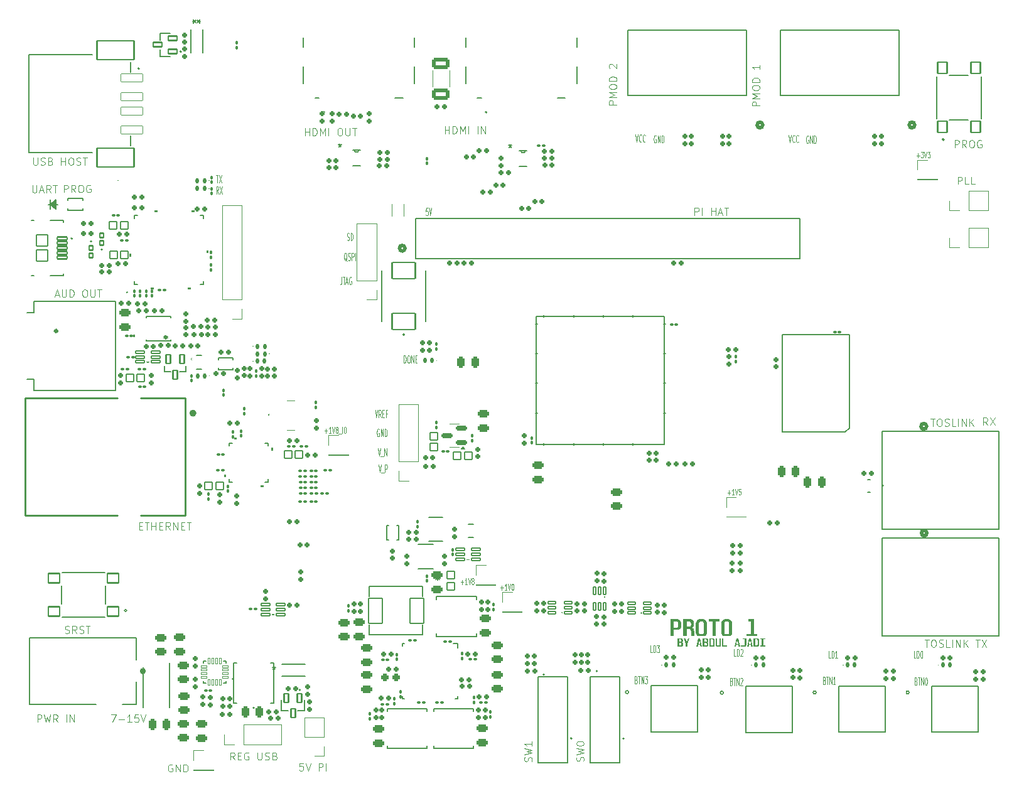
<source format=gto>
G04 #@! TF.GenerationSoftware,KiCad,Pcbnew,8.0.8*
G04 #@! TF.CreationDate,2025-12-16T16:02:55-05:00*
G04 #@! TF.ProjectId,FPGA-BOARD,46504741-2d42-44f4-9152-442e6b696361,rev?*
G04 #@! TF.SameCoordinates,Original*
G04 #@! TF.FileFunction,Legend,Top*
G04 #@! TF.FilePolarity,Positive*
%FSLAX46Y46*%
G04 Gerber Fmt 4.6, Leading zero omitted, Abs format (unit mm)*
G04 Created by KiCad (PCBNEW 8.0.8) date 2025-12-16 16:02:55*
%MOMM*%
%LPD*%
G01*
G04 APERTURE LIST*
G04 Aperture macros list*
%AMRoundRect*
0 Rectangle with rounded corners*
0 $1 Rounding radius*
0 $2 $3 $4 $5 $6 $7 $8 $9 X,Y pos of 4 corners*
0 Add a 4 corners polygon primitive as box body*
4,1,4,$2,$3,$4,$5,$6,$7,$8,$9,$2,$3,0*
0 Add four circle primitives for the rounded corners*
1,1,$1+$1,$2,$3*
1,1,$1+$1,$4,$5*
1,1,$1+$1,$6,$7*
1,1,$1+$1,$8,$9*
0 Add four rect primitives between the rounded corners*
20,1,$1+$1,$2,$3,$4,$5,0*
20,1,$1+$1,$4,$5,$6,$7,0*
20,1,$1+$1,$6,$7,$8,$9,0*
20,1,$1+$1,$8,$9,$2,$3,0*%
G04 Aperture macros list end*
%ADD10C,0.100000*%
%ADD11C,0.125000*%
%ADD12C,0.150000*%
%ADD13C,0.127000*%
%ADD14C,0.200000*%
%ADD15C,0.152400*%
%ADD16C,0.120000*%
%ADD17C,0.050000*%
%ADD18C,0.508000*%
%ADD19C,0.000000*%
%ADD20C,0.254000*%
%ADD21C,0.550000*%
%ADD22C,0.400000*%
%ADD23C,0.340000*%
%ADD24C,0.010000*%
%ADD25RoundRect,0.101750X0.590250X0.305250X-0.590250X0.305250X-0.590250X-0.305250X0.590250X-0.305250X0*%
%ADD26RoundRect,0.100000X0.100000X-0.130000X0.100000X0.130000X-0.100000X0.130000X-0.100000X-0.130000X0*%
%ADD27RoundRect,0.147500X0.147500X0.172500X-0.147500X0.172500X-0.147500X-0.172500X0.147500X-0.172500X0*%
%ADD28RoundRect,0.159000X0.189000X-0.159000X0.189000X0.159000X-0.189000X0.159000X-0.189000X-0.159000X0*%
%ADD29RoundRect,0.100000X0.130000X0.100000X-0.130000X0.100000X-0.130000X-0.100000X0.130000X-0.100000X0*%
%ADD30RoundRect,0.159000X-0.159000X-0.189000X0.159000X-0.189000X0.159000X0.189000X-0.159000X0.189000X0*%
%ADD31RoundRect,0.100000X-0.130000X-0.100000X0.130000X-0.100000X0.130000X0.100000X-0.130000X0.100000X0*%
%ADD32RoundRect,0.159000X0.159000X0.189000X-0.159000X0.189000X-0.159000X-0.189000X0.159000X-0.189000X0*%
%ADD33RoundRect,0.147500X-0.147500X-0.172500X0.147500X-0.172500X0.147500X0.172500X-0.147500X0.172500X0*%
%ADD34C,4.400000*%
%ADD35RoundRect,0.102000X0.584200X0.177800X-0.584200X0.177800X-0.584200X-0.177800X0.584200X-0.177800X0*%
%ADD36RoundRect,0.159000X-0.189000X0.159000X-0.189000X-0.159000X0.189000X-0.159000X0.189000X0.159000X0*%
%ADD37RoundRect,0.100000X-0.100000X0.130000X-0.100000X-0.130000X0.100000X-0.130000X0.100000X0.130000X0*%
%ADD38R,1.900000X1.000000*%
%ADD39R,1.700000X1.700000*%
%ADD40RoundRect,0.269000X-0.494000X0.269000X-0.494000X-0.269000X0.494000X-0.269000X0.494000X0.269000X0*%
%ADD41R,0.457200X1.117600*%
%ADD42RoundRect,0.102000X0.485000X-0.500000X0.485000X0.500000X-0.485000X0.500000X-0.485000X-0.500000X0*%
%ADD43R,1.168400X0.254000*%
%ADD44O,1.700000X1.700000*%
%ADD45R,1.100000X1.000000*%
%ADD46R,0.609600X1.447800*%
%ADD47RoundRect,0.102000X-0.925000X-1.700000X0.925000X-1.700000X0.925000X1.700000X-0.925000X1.700000X0*%
%ADD48RoundRect,0.100500X-0.301500X0.616500X-0.301500X-0.616500X0.301500X-0.616500X0.301500X0.616500X0*%
%ADD49O,0.240000X0.599999*%
%ADD50O,0.599999X0.240000*%
%ADD51R,4.099999X4.099999*%
%ADD52C,0.499999*%
%ADD53R,0.450800X1.111200*%
%ADD54R,0.508000X0.279400*%
%ADD55RoundRect,0.102000X0.500000X0.485000X-0.500000X0.485000X-0.500000X-0.485000X0.500000X-0.485000X0*%
%ADD56R,2.150000X2.200000*%
%ADD57RoundRect,0.102000X0.150000X0.500000X-0.150000X0.500000X-0.150000X-0.500000X0.150000X-0.500000X0*%
%ADD58R,1.111200X0.450800*%
%ADD59RoundRect,0.102000X0.775000X0.650000X-0.775000X0.650000X-0.775000X-0.650000X0.775000X-0.650000X0*%
%ADD60R,1.905000X0.990600*%
%ADD61RoundRect,0.102000X-0.250000X0.300000X-0.250000X-0.300000X0.250000X-0.300000X0.250000X0.300000X0*%
%ADD62RoundRect,0.269000X0.269000X0.494000X-0.269000X0.494000X-0.269000X-0.494000X0.269000X-0.494000X0*%
%ADD63C,0.614000*%
%ADD64C,1.300000*%
%ADD65RoundRect,0.022080X-1.479920X0.529920X-1.479920X-0.529920X1.479920X-0.529920X1.479920X0.529920X0*%
%ADD66RoundRect,0.102000X-2.500000X1.250000X-2.500000X-1.250000X2.500000X-1.250000X2.500000X1.250000X0*%
%ADD67RoundRect,0.269000X0.494000X-0.269000X0.494000X0.269000X-0.494000X0.269000X-0.494000X-0.269000X0*%
%ADD68R,1.498600X3.987800*%
%ADD69C,1.524000*%
%ADD70R,1.016000X0.508000*%
%ADD71C,1.712000*%
%ADD72RoundRect,0.102000X-0.500000X-0.485000X0.500000X-0.485000X0.500000X0.485000X-0.500000X0.485000X0*%
%ADD73RoundRect,0.150000X0.587500X0.150000X-0.587500X0.150000X-0.587500X-0.150000X0.587500X-0.150000X0*%
%ADD74R,0.812800X0.203200*%
%ADD75R,0.203200X0.812800*%
%ADD76R,3.708400X3.708400*%
%ADD77R,0.300000X1.900000*%
%ADD78C,2.199000*%
%ADD79RoundRect,0.102000X0.250000X-0.300000X0.250000X0.300000X-0.250000X0.300000X-0.250000X-0.300000X0*%
%ADD80RoundRect,0.102000X0.650000X-0.775000X0.650000X0.775000X-0.650000X0.775000X-0.650000X-0.775000X0*%
%ADD81RoundRect,0.269000X-0.269000X-0.494000X0.269000X-0.494000X0.269000X0.494000X-0.269000X0.494000X0*%
%ADD82C,3.250000*%
%ADD83C,1.400000*%
%ADD84C,1.550000*%
%ADD85C,2.400000*%
%ADD86C,0.457200*%
%ADD87R,0.754800X0.254000*%
%ADD88R,0.254000X0.754800*%
%ADD89R,4.445000X4.445000*%
%ADD90R,0.965200X0.939800*%
%ADD91R,0.977900X0.558800*%
%ADD92C,1.447800*%
%ADD93C,1.473200*%
%ADD94R,1.111200X0.600800*%
%ADD95RoundRect,0.101750X-0.305250X0.590250X-0.305250X-0.590250X0.305250X-0.590250X0.305250X0.590250X0*%
%ADD96R,0.600800X1.111200*%
%ADD97R,1.358900X0.457200*%
%ADD98R,1.524000X0.330200*%
%ADD99RoundRect,0.102000X0.500000X-0.150000X0.500000X0.150000X-0.500000X0.150000X-0.500000X-0.150000X0*%
%ADD100O,1.712000X3.220000*%
%ADD101O,3.220000X1.712000*%
%ADD102R,0.800001X0.549999*%
%ADD103C,1.200000*%
%ADD104O,1.512000X2.820000*%
%ADD105O,2.820000X1.512000*%
%ADD106RoundRect,0.102000X-0.675000X0.200000X-0.675000X-0.200000X0.675000X-0.200000X0.675000X0.200000X0*%
%ADD107RoundRect,0.102000X-0.775000X0.750000X-0.775000X-0.750000X0.775000X-0.750000X0.775000X0.750000X0*%
%ADD108O,1.154000X1.504000*%
%ADD109R,0.939800X0.965200*%
%ADD110RoundRect,0.244000X0.244000X0.269000X-0.244000X0.269000X-0.244000X-0.269000X0.244000X-0.269000X0*%
%ADD111RoundRect,0.032500X0.397500X0.097500X-0.397500X0.097500X-0.397500X-0.097500X0.397500X-0.097500X0*%
%ADD112RoundRect,0.032500X0.097500X0.397500X-0.097500X0.397500X-0.097500X-0.397500X0.097500X-0.397500X0*%
%ADD113R,1.680000X1.680000*%
%ADD114RoundRect,0.249999X0.900001X-0.525001X0.900001X0.525001X-0.900001X0.525001X-0.900001X-0.525001X0*%
%ADD115R,3.987800X1.498600*%
%ADD116R,1.200000X3.700000*%
%ADD117RoundRect,0.102000X1.560000X-1.125000X1.560000X1.125000X-1.560000X1.125000X-1.560000X-1.125000X0*%
%ADD118C,0.508000*%
G04 APERTURE END LIST*
D10*
X158396741Y-63920038D02*
X158349122Y-63872419D01*
X158349122Y-63872419D02*
X158277693Y-63872419D01*
X158277693Y-63872419D02*
X158206265Y-63920038D01*
X158206265Y-63920038D02*
X158158646Y-64015276D01*
X158158646Y-64015276D02*
X158134836Y-64110514D01*
X158134836Y-64110514D02*
X158111027Y-64300990D01*
X158111027Y-64300990D02*
X158111027Y-64443847D01*
X158111027Y-64443847D02*
X158134836Y-64634323D01*
X158134836Y-64634323D02*
X158158646Y-64729561D01*
X158158646Y-64729561D02*
X158206265Y-64824800D01*
X158206265Y-64824800D02*
X158277693Y-64872419D01*
X158277693Y-64872419D02*
X158325312Y-64872419D01*
X158325312Y-64872419D02*
X158396741Y-64824800D01*
X158396741Y-64824800D02*
X158420550Y-64777180D01*
X158420550Y-64777180D02*
X158420550Y-64443847D01*
X158420550Y-64443847D02*
X158325312Y-64443847D01*
X158634836Y-64872419D02*
X158634836Y-63872419D01*
X158634836Y-63872419D02*
X158920550Y-64872419D01*
X158920550Y-64872419D02*
X158920550Y-63872419D01*
X159158646Y-64872419D02*
X159158646Y-63872419D01*
X159158646Y-63872419D02*
X159277694Y-63872419D01*
X159277694Y-63872419D02*
X159349122Y-63920038D01*
X159349122Y-63920038D02*
X159396741Y-64015276D01*
X159396741Y-64015276D02*
X159420551Y-64110514D01*
X159420551Y-64110514D02*
X159444360Y-64300990D01*
X159444360Y-64300990D02*
X159444360Y-64443847D01*
X159444360Y-64443847D02*
X159420551Y-64634323D01*
X159420551Y-64634323D02*
X159396741Y-64729561D01*
X159396741Y-64729561D02*
X159349122Y-64824800D01*
X159349122Y-64824800D02*
X159277694Y-64872419D01*
X159277694Y-64872419D02*
X159158646Y-64872419D01*
X199118884Y-70447419D02*
X199118884Y-69447419D01*
X199118884Y-69447419D02*
X199499836Y-69447419D01*
X199499836Y-69447419D02*
X199595074Y-69495038D01*
X199595074Y-69495038D02*
X199642693Y-69542657D01*
X199642693Y-69542657D02*
X199690312Y-69637895D01*
X199690312Y-69637895D02*
X199690312Y-69780752D01*
X199690312Y-69780752D02*
X199642693Y-69875990D01*
X199642693Y-69875990D02*
X199595074Y-69923609D01*
X199595074Y-69923609D02*
X199499836Y-69971228D01*
X199499836Y-69971228D02*
X199118884Y-69971228D01*
X200595074Y-70447419D02*
X200118884Y-70447419D01*
X200118884Y-70447419D02*
X200118884Y-69447419D01*
X201404598Y-70447419D02*
X200928408Y-70447419D01*
X200928408Y-70447419D02*
X200928408Y-69447419D01*
X120893408Y-106072419D02*
X121060074Y-107072419D01*
X121060074Y-107072419D02*
X121226741Y-106072419D01*
X121274360Y-107167657D02*
X121655312Y-107167657D01*
X121774359Y-107072419D02*
X121774359Y-106072419D01*
X121774359Y-106072419D02*
X122060073Y-107072419D01*
X122060073Y-107072419D02*
X122060073Y-106072419D01*
X116002693Y-82972419D02*
X116002693Y-83686704D01*
X116002693Y-83686704D02*
X115978884Y-83829561D01*
X115978884Y-83829561D02*
X115931265Y-83924800D01*
X115931265Y-83924800D02*
X115859836Y-83972419D01*
X115859836Y-83972419D02*
X115812217Y-83972419D01*
X116169360Y-82972419D02*
X116455074Y-82972419D01*
X116312217Y-83972419D02*
X116312217Y-82972419D01*
X116597931Y-83686704D02*
X116836026Y-83686704D01*
X116550312Y-83972419D02*
X116716978Y-82972419D01*
X116716978Y-82972419D02*
X116883645Y-83972419D01*
X117312216Y-83020038D02*
X117264597Y-82972419D01*
X117264597Y-82972419D02*
X117193168Y-82972419D01*
X117193168Y-82972419D02*
X117121740Y-83020038D01*
X117121740Y-83020038D02*
X117074121Y-83115276D01*
X117074121Y-83115276D02*
X117050311Y-83210514D01*
X117050311Y-83210514D02*
X117026502Y-83400990D01*
X117026502Y-83400990D02*
X117026502Y-83543847D01*
X117026502Y-83543847D02*
X117050311Y-83734323D01*
X117050311Y-83734323D02*
X117074121Y-83829561D01*
X117074121Y-83829561D02*
X117121740Y-83924800D01*
X117121740Y-83924800D02*
X117193168Y-83972419D01*
X117193168Y-83972419D02*
X117240787Y-83972419D01*
X117240787Y-83972419D02*
X117312216Y-83924800D01*
X117312216Y-83924800D02*
X117336025Y-83877180D01*
X117336025Y-83877180D02*
X117336025Y-83543847D01*
X117336025Y-83543847D02*
X117240787Y-83543847D01*
X110830074Y-148547419D02*
X110353884Y-148547419D01*
X110353884Y-148547419D02*
X110306265Y-149023609D01*
X110306265Y-149023609D02*
X110353884Y-148975990D01*
X110353884Y-148975990D02*
X110449122Y-148928371D01*
X110449122Y-148928371D02*
X110687217Y-148928371D01*
X110687217Y-148928371D02*
X110782455Y-148975990D01*
X110782455Y-148975990D02*
X110830074Y-149023609D01*
X110830074Y-149023609D02*
X110877693Y-149118847D01*
X110877693Y-149118847D02*
X110877693Y-149356942D01*
X110877693Y-149356942D02*
X110830074Y-149452180D01*
X110830074Y-149452180D02*
X110782455Y-149499800D01*
X110782455Y-149499800D02*
X110687217Y-149547419D01*
X110687217Y-149547419D02*
X110449122Y-149547419D01*
X110449122Y-149547419D02*
X110353884Y-149499800D01*
X110353884Y-149499800D02*
X110306265Y-149452180D01*
X111163408Y-148547419D02*
X111496741Y-149547419D01*
X111496741Y-149547419D02*
X111830074Y-148547419D01*
X112925313Y-149547419D02*
X112925313Y-148547419D01*
X112925313Y-148547419D02*
X113306265Y-148547419D01*
X113306265Y-148547419D02*
X113401503Y-148595038D01*
X113401503Y-148595038D02*
X113449122Y-148642657D01*
X113449122Y-148642657D02*
X113496741Y-148737895D01*
X113496741Y-148737895D02*
X113496741Y-148880752D01*
X113496741Y-148880752D02*
X113449122Y-148975990D01*
X113449122Y-148975990D02*
X113401503Y-149023609D01*
X113401503Y-149023609D02*
X113306265Y-149071228D01*
X113306265Y-149071228D02*
X112925313Y-149071228D01*
X113925313Y-149547419D02*
X113925313Y-148547419D01*
X127647931Y-73672419D02*
X127409836Y-73672419D01*
X127409836Y-73672419D02*
X127386027Y-74148609D01*
X127386027Y-74148609D02*
X127409836Y-74100990D01*
X127409836Y-74100990D02*
X127457455Y-74053371D01*
X127457455Y-74053371D02*
X127576503Y-74053371D01*
X127576503Y-74053371D02*
X127624122Y-74100990D01*
X127624122Y-74100990D02*
X127647931Y-74148609D01*
X127647931Y-74148609D02*
X127671741Y-74243847D01*
X127671741Y-74243847D02*
X127671741Y-74481942D01*
X127671741Y-74481942D02*
X127647931Y-74577180D01*
X127647931Y-74577180D02*
X127624122Y-74624800D01*
X127624122Y-74624800D02*
X127576503Y-74672419D01*
X127576503Y-74672419D02*
X127457455Y-74672419D01*
X127457455Y-74672419D02*
X127409836Y-74624800D01*
X127409836Y-74624800D02*
X127386027Y-74577180D01*
X127814598Y-73672419D02*
X127981264Y-74672419D01*
X127981264Y-74672419D02*
X128147931Y-73672419D01*
X124404836Y-94562419D02*
X124404836Y-93562419D01*
X124404836Y-93562419D02*
X124523884Y-93562419D01*
X124523884Y-93562419D02*
X124595312Y-93610038D01*
X124595312Y-93610038D02*
X124642931Y-93705276D01*
X124642931Y-93705276D02*
X124666741Y-93800514D01*
X124666741Y-93800514D02*
X124690550Y-93990990D01*
X124690550Y-93990990D02*
X124690550Y-94133847D01*
X124690550Y-94133847D02*
X124666741Y-94324323D01*
X124666741Y-94324323D02*
X124642931Y-94419561D01*
X124642931Y-94419561D02*
X124595312Y-94514800D01*
X124595312Y-94514800D02*
X124523884Y-94562419D01*
X124523884Y-94562419D02*
X124404836Y-94562419D01*
X125000074Y-93562419D02*
X125095312Y-93562419D01*
X125095312Y-93562419D02*
X125142931Y-93610038D01*
X125142931Y-93610038D02*
X125190550Y-93705276D01*
X125190550Y-93705276D02*
X125214360Y-93895752D01*
X125214360Y-93895752D02*
X125214360Y-94229085D01*
X125214360Y-94229085D02*
X125190550Y-94419561D01*
X125190550Y-94419561D02*
X125142931Y-94514800D01*
X125142931Y-94514800D02*
X125095312Y-94562419D01*
X125095312Y-94562419D02*
X125000074Y-94562419D01*
X125000074Y-94562419D02*
X124952455Y-94514800D01*
X124952455Y-94514800D02*
X124904836Y-94419561D01*
X124904836Y-94419561D02*
X124881027Y-94229085D01*
X124881027Y-94229085D02*
X124881027Y-93895752D01*
X124881027Y-93895752D02*
X124904836Y-93705276D01*
X124904836Y-93705276D02*
X124952455Y-93610038D01*
X124952455Y-93610038D02*
X125000074Y-93562419D01*
X125428646Y-94562419D02*
X125428646Y-93562419D01*
X125428646Y-93562419D02*
X125714360Y-94562419D01*
X125714360Y-94562419D02*
X125714360Y-93562419D01*
X125952456Y-94038609D02*
X126119123Y-94038609D01*
X126190551Y-94562419D02*
X125952456Y-94562419D01*
X125952456Y-94562419D02*
X125952456Y-93562419D01*
X125952456Y-93562419D02*
X126190551Y-93562419D01*
X195451027Y-102082419D02*
X196022455Y-102082419D01*
X195736741Y-103082419D02*
X195736741Y-102082419D01*
X196546265Y-102082419D02*
X196736741Y-102082419D01*
X196736741Y-102082419D02*
X196831979Y-102130038D01*
X196831979Y-102130038D02*
X196927217Y-102225276D01*
X196927217Y-102225276D02*
X196974836Y-102415752D01*
X196974836Y-102415752D02*
X196974836Y-102749085D01*
X196974836Y-102749085D02*
X196927217Y-102939561D01*
X196927217Y-102939561D02*
X196831979Y-103034800D01*
X196831979Y-103034800D02*
X196736741Y-103082419D01*
X196736741Y-103082419D02*
X196546265Y-103082419D01*
X196546265Y-103082419D02*
X196451027Y-103034800D01*
X196451027Y-103034800D02*
X196355789Y-102939561D01*
X196355789Y-102939561D02*
X196308170Y-102749085D01*
X196308170Y-102749085D02*
X196308170Y-102415752D01*
X196308170Y-102415752D02*
X196355789Y-102225276D01*
X196355789Y-102225276D02*
X196451027Y-102130038D01*
X196451027Y-102130038D02*
X196546265Y-102082419D01*
X197355789Y-103034800D02*
X197498646Y-103082419D01*
X197498646Y-103082419D02*
X197736741Y-103082419D01*
X197736741Y-103082419D02*
X197831979Y-103034800D01*
X197831979Y-103034800D02*
X197879598Y-102987180D01*
X197879598Y-102987180D02*
X197927217Y-102891942D01*
X197927217Y-102891942D02*
X197927217Y-102796704D01*
X197927217Y-102796704D02*
X197879598Y-102701466D01*
X197879598Y-102701466D02*
X197831979Y-102653847D01*
X197831979Y-102653847D02*
X197736741Y-102606228D01*
X197736741Y-102606228D02*
X197546265Y-102558609D01*
X197546265Y-102558609D02*
X197451027Y-102510990D01*
X197451027Y-102510990D02*
X197403408Y-102463371D01*
X197403408Y-102463371D02*
X197355789Y-102368133D01*
X197355789Y-102368133D02*
X197355789Y-102272895D01*
X197355789Y-102272895D02*
X197403408Y-102177657D01*
X197403408Y-102177657D02*
X197451027Y-102130038D01*
X197451027Y-102130038D02*
X197546265Y-102082419D01*
X197546265Y-102082419D02*
X197784360Y-102082419D01*
X197784360Y-102082419D02*
X197927217Y-102130038D01*
X198831979Y-103082419D02*
X198355789Y-103082419D01*
X198355789Y-103082419D02*
X198355789Y-102082419D01*
X199165313Y-103082419D02*
X199165313Y-102082419D01*
X199641503Y-103082419D02*
X199641503Y-102082419D01*
X199641503Y-102082419D02*
X200212931Y-103082419D01*
X200212931Y-103082419D02*
X200212931Y-102082419D01*
X200689122Y-103082419D02*
X200689122Y-102082419D01*
X201260550Y-103082419D02*
X200831979Y-102510990D01*
X201260550Y-102082419D02*
X200689122Y-102653847D01*
X99063408Y-69252419D02*
X99349122Y-69252419D01*
X99206265Y-70252419D02*
X99206265Y-69252419D01*
X99468169Y-69252419D02*
X99801502Y-70252419D01*
X99801502Y-69252419D02*
X99468169Y-70252419D01*
X178946741Y-63970038D02*
X178899122Y-63922419D01*
X178899122Y-63922419D02*
X178827693Y-63922419D01*
X178827693Y-63922419D02*
X178756265Y-63970038D01*
X178756265Y-63970038D02*
X178708646Y-64065276D01*
X178708646Y-64065276D02*
X178684836Y-64160514D01*
X178684836Y-64160514D02*
X178661027Y-64350990D01*
X178661027Y-64350990D02*
X178661027Y-64493847D01*
X178661027Y-64493847D02*
X178684836Y-64684323D01*
X178684836Y-64684323D02*
X178708646Y-64779561D01*
X178708646Y-64779561D02*
X178756265Y-64874800D01*
X178756265Y-64874800D02*
X178827693Y-64922419D01*
X178827693Y-64922419D02*
X178875312Y-64922419D01*
X178875312Y-64922419D02*
X178946741Y-64874800D01*
X178946741Y-64874800D02*
X178970550Y-64827180D01*
X178970550Y-64827180D02*
X178970550Y-64493847D01*
X178970550Y-64493847D02*
X178875312Y-64493847D01*
X179184836Y-64922419D02*
X179184836Y-63922419D01*
X179184836Y-63922419D02*
X179470550Y-64922419D01*
X179470550Y-64922419D02*
X179470550Y-63922419D01*
X179708646Y-64922419D02*
X179708646Y-63922419D01*
X179708646Y-63922419D02*
X179827694Y-63922419D01*
X179827694Y-63922419D02*
X179899122Y-63970038D01*
X179899122Y-63970038D02*
X179946741Y-64065276D01*
X179946741Y-64065276D02*
X179970551Y-64160514D01*
X179970551Y-64160514D02*
X179994360Y-64350990D01*
X179994360Y-64350990D02*
X179994360Y-64493847D01*
X179994360Y-64493847D02*
X179970551Y-64684323D01*
X179970551Y-64684323D02*
X179946741Y-64779561D01*
X179946741Y-64779561D02*
X179899122Y-64874800D01*
X179899122Y-64874800D02*
X179827694Y-64922419D01*
X179827694Y-64922419D02*
X179708646Y-64922419D01*
X168581503Y-137515514D02*
X168652931Y-137563133D01*
X168652931Y-137563133D02*
X168676741Y-137610752D01*
X168676741Y-137610752D02*
X168700550Y-137705990D01*
X168700550Y-137705990D02*
X168700550Y-137848847D01*
X168700550Y-137848847D02*
X168676741Y-137944085D01*
X168676741Y-137944085D02*
X168652931Y-137991705D01*
X168652931Y-137991705D02*
X168605312Y-138039324D01*
X168605312Y-138039324D02*
X168414836Y-138039324D01*
X168414836Y-138039324D02*
X168414836Y-137039324D01*
X168414836Y-137039324D02*
X168581503Y-137039324D01*
X168581503Y-137039324D02*
X168629122Y-137086943D01*
X168629122Y-137086943D02*
X168652931Y-137134562D01*
X168652931Y-137134562D02*
X168676741Y-137229800D01*
X168676741Y-137229800D02*
X168676741Y-137325038D01*
X168676741Y-137325038D02*
X168652931Y-137420276D01*
X168652931Y-137420276D02*
X168629122Y-137467895D01*
X168629122Y-137467895D02*
X168581503Y-137515514D01*
X168581503Y-137515514D02*
X168414836Y-137515514D01*
X168843408Y-137039324D02*
X169129122Y-137039324D01*
X168986265Y-138039324D02*
X168986265Y-137039324D01*
X169295788Y-138039324D02*
X169295788Y-137039324D01*
X169295788Y-137039324D02*
X169581502Y-138039324D01*
X169581502Y-138039324D02*
X169581502Y-137039324D01*
X169795789Y-137134562D02*
X169819598Y-137086943D01*
X169819598Y-137086943D02*
X169867217Y-137039324D01*
X169867217Y-137039324D02*
X169986265Y-137039324D01*
X169986265Y-137039324D02*
X170033884Y-137086943D01*
X170033884Y-137086943D02*
X170057693Y-137134562D01*
X170057693Y-137134562D02*
X170081503Y-137229800D01*
X170081503Y-137229800D02*
X170081503Y-137325038D01*
X170081503Y-137325038D02*
X170057693Y-137467895D01*
X170057693Y-137467895D02*
X169771979Y-138039324D01*
X169771979Y-138039324D02*
X170081503Y-138039324D01*
X203115312Y-102952419D02*
X202781979Y-102476228D01*
X202543884Y-102952419D02*
X202543884Y-101952419D01*
X202543884Y-101952419D02*
X202924836Y-101952419D01*
X202924836Y-101952419D02*
X203020074Y-102000038D01*
X203020074Y-102000038D02*
X203067693Y-102047657D01*
X203067693Y-102047657D02*
X203115312Y-102142895D01*
X203115312Y-102142895D02*
X203115312Y-102285752D01*
X203115312Y-102285752D02*
X203067693Y-102380990D01*
X203067693Y-102380990D02*
X203020074Y-102428609D01*
X203020074Y-102428609D02*
X202924836Y-102476228D01*
X202924836Y-102476228D02*
X202543884Y-102476228D01*
X203448646Y-101952419D02*
X204115312Y-102952419D01*
X204115312Y-101952419D02*
X203448646Y-102952419D01*
X74993884Y-142992419D02*
X74993884Y-141992419D01*
X74993884Y-141992419D02*
X75374836Y-141992419D01*
X75374836Y-141992419D02*
X75470074Y-142040038D01*
X75470074Y-142040038D02*
X75517693Y-142087657D01*
X75517693Y-142087657D02*
X75565312Y-142182895D01*
X75565312Y-142182895D02*
X75565312Y-142325752D01*
X75565312Y-142325752D02*
X75517693Y-142420990D01*
X75517693Y-142420990D02*
X75470074Y-142468609D01*
X75470074Y-142468609D02*
X75374836Y-142516228D01*
X75374836Y-142516228D02*
X74993884Y-142516228D01*
X75898646Y-141992419D02*
X76136741Y-142992419D01*
X76136741Y-142992419D02*
X76327217Y-142278133D01*
X76327217Y-142278133D02*
X76517693Y-142992419D01*
X76517693Y-142992419D02*
X76755789Y-141992419D01*
X77708169Y-142992419D02*
X77374836Y-142516228D01*
X77136741Y-142992419D02*
X77136741Y-141992419D01*
X77136741Y-141992419D02*
X77517693Y-141992419D01*
X77517693Y-141992419D02*
X77612931Y-142040038D01*
X77612931Y-142040038D02*
X77660550Y-142087657D01*
X77660550Y-142087657D02*
X77708169Y-142182895D01*
X77708169Y-142182895D02*
X77708169Y-142325752D01*
X77708169Y-142325752D02*
X77660550Y-142420990D01*
X77660550Y-142420990D02*
X77612931Y-142468609D01*
X77612931Y-142468609D02*
X77517693Y-142516228D01*
X77517693Y-142516228D02*
X77136741Y-142516228D01*
X78898646Y-142992419D02*
X78898646Y-141992419D01*
X79374836Y-142992419D02*
X79374836Y-141992419D01*
X79374836Y-141992419D02*
X79946264Y-142992419D01*
X79946264Y-142992419D02*
X79946264Y-141992419D01*
X84898647Y-141992419D02*
X85565313Y-141992419D01*
X85565313Y-141992419D02*
X85136742Y-142992419D01*
X85946266Y-142611466D02*
X86708171Y-142611466D01*
X87708170Y-142992419D02*
X87136742Y-142992419D01*
X87422456Y-142992419D02*
X87422456Y-141992419D01*
X87422456Y-141992419D02*
X87327218Y-142135276D01*
X87327218Y-142135276D02*
X87231980Y-142230514D01*
X87231980Y-142230514D02*
X87136742Y-142278133D01*
X88612932Y-141992419D02*
X88136742Y-141992419D01*
X88136742Y-141992419D02*
X88089123Y-142468609D01*
X88089123Y-142468609D02*
X88136742Y-142420990D01*
X88136742Y-142420990D02*
X88231980Y-142373371D01*
X88231980Y-142373371D02*
X88470075Y-142373371D01*
X88470075Y-142373371D02*
X88565313Y-142420990D01*
X88565313Y-142420990D02*
X88612932Y-142468609D01*
X88612932Y-142468609D02*
X88660551Y-142563847D01*
X88660551Y-142563847D02*
X88660551Y-142801942D01*
X88660551Y-142801942D02*
X88612932Y-142897180D01*
X88612932Y-142897180D02*
X88565313Y-142944800D01*
X88565313Y-142944800D02*
X88470075Y-142992419D01*
X88470075Y-142992419D02*
X88231980Y-142992419D01*
X88231980Y-142992419D02*
X88136742Y-142944800D01*
X88136742Y-142944800D02*
X88089123Y-142897180D01*
X88946266Y-141992419D02*
X89279599Y-142992419D01*
X89279599Y-142992419D02*
X89612932Y-141992419D01*
D11*
X113707619Y-103718833D02*
X114088572Y-103718833D01*
X113898095Y-104023595D02*
X113898095Y-103414071D01*
X114588572Y-104023595D02*
X114302858Y-104023595D01*
X114445715Y-104023595D02*
X114445715Y-103223595D01*
X114445715Y-103223595D02*
X114398096Y-103337880D01*
X114398096Y-103337880D02*
X114350477Y-103414071D01*
X114350477Y-103414071D02*
X114302858Y-103452166D01*
X114731429Y-103223595D02*
X114898095Y-104023595D01*
X114898095Y-104023595D02*
X115064762Y-103223595D01*
X115302857Y-103566452D02*
X115255238Y-103528357D01*
X115255238Y-103528357D02*
X115231428Y-103490261D01*
X115231428Y-103490261D02*
X115207619Y-103414071D01*
X115207619Y-103414071D02*
X115207619Y-103375976D01*
X115207619Y-103375976D02*
X115231428Y-103299785D01*
X115231428Y-103299785D02*
X115255238Y-103261690D01*
X115255238Y-103261690D02*
X115302857Y-103223595D01*
X115302857Y-103223595D02*
X115398095Y-103223595D01*
X115398095Y-103223595D02*
X115445714Y-103261690D01*
X115445714Y-103261690D02*
X115469523Y-103299785D01*
X115469523Y-103299785D02*
X115493333Y-103375976D01*
X115493333Y-103375976D02*
X115493333Y-103414071D01*
X115493333Y-103414071D02*
X115469523Y-103490261D01*
X115469523Y-103490261D02*
X115445714Y-103528357D01*
X115445714Y-103528357D02*
X115398095Y-103566452D01*
X115398095Y-103566452D02*
X115302857Y-103566452D01*
X115302857Y-103566452D02*
X115255238Y-103604547D01*
X115255238Y-103604547D02*
X115231428Y-103642642D01*
X115231428Y-103642642D02*
X115207619Y-103718833D01*
X115207619Y-103718833D02*
X115207619Y-103871214D01*
X115207619Y-103871214D02*
X115231428Y-103947404D01*
X115231428Y-103947404D02*
X115255238Y-103985500D01*
X115255238Y-103985500D02*
X115302857Y-104023595D01*
X115302857Y-104023595D02*
X115398095Y-104023595D01*
X115398095Y-104023595D02*
X115445714Y-103985500D01*
X115445714Y-103985500D02*
X115469523Y-103947404D01*
X115469523Y-103947404D02*
X115493333Y-103871214D01*
X115493333Y-103871214D02*
X115493333Y-103718833D01*
X115493333Y-103718833D02*
X115469523Y-103642642D01*
X115469523Y-103642642D02*
X115445714Y-103604547D01*
X115445714Y-103604547D02*
X115398095Y-103566452D01*
X115588571Y-104099785D02*
X115969523Y-104099785D01*
X116088570Y-104023595D02*
X116088570Y-103223595D01*
X116421903Y-103223595D02*
X116517141Y-103223595D01*
X116517141Y-103223595D02*
X116564760Y-103261690D01*
X116564760Y-103261690D02*
X116612379Y-103337880D01*
X116612379Y-103337880D02*
X116636189Y-103490261D01*
X116636189Y-103490261D02*
X116636189Y-103756928D01*
X116636189Y-103756928D02*
X116612379Y-103909309D01*
X116612379Y-103909309D02*
X116564760Y-103985500D01*
X116564760Y-103985500D02*
X116517141Y-104023595D01*
X116517141Y-104023595D02*
X116421903Y-104023595D01*
X116421903Y-104023595D02*
X116374284Y-103985500D01*
X116374284Y-103985500D02*
X116326665Y-103909309D01*
X116326665Y-103909309D02*
X116302856Y-103756928D01*
X116302856Y-103756928D02*
X116302856Y-103490261D01*
X116302856Y-103490261D02*
X116326665Y-103337880D01*
X116326665Y-103337880D02*
X116374284Y-103261690D01*
X116374284Y-103261690D02*
X116421903Y-103223595D01*
D10*
X163613884Y-74612419D02*
X163613884Y-73612419D01*
X163613884Y-73612419D02*
X163994836Y-73612419D01*
X163994836Y-73612419D02*
X164090074Y-73660038D01*
X164090074Y-73660038D02*
X164137693Y-73707657D01*
X164137693Y-73707657D02*
X164185312Y-73802895D01*
X164185312Y-73802895D02*
X164185312Y-73945752D01*
X164185312Y-73945752D02*
X164137693Y-74040990D01*
X164137693Y-74040990D02*
X164090074Y-74088609D01*
X164090074Y-74088609D02*
X163994836Y-74136228D01*
X163994836Y-74136228D02*
X163613884Y-74136228D01*
X164613884Y-74612419D02*
X164613884Y-73612419D01*
X165851979Y-74612419D02*
X165851979Y-73612419D01*
X165851979Y-74088609D02*
X166423407Y-74088609D01*
X166423407Y-74612419D02*
X166423407Y-73612419D01*
X166851979Y-74326704D02*
X167328169Y-74326704D01*
X166756741Y-74612419D02*
X167090074Y-73612419D01*
X167090074Y-73612419D02*
X167423407Y-74612419D01*
X167613884Y-73612419D02*
X168185312Y-73612419D01*
X167899598Y-74612419D02*
X167899598Y-73612419D01*
X77386265Y-85386704D02*
X77862455Y-85386704D01*
X77291027Y-85672419D02*
X77624360Y-84672419D01*
X77624360Y-84672419D02*
X77957693Y-85672419D01*
X78291027Y-84672419D02*
X78291027Y-85481942D01*
X78291027Y-85481942D02*
X78338646Y-85577180D01*
X78338646Y-85577180D02*
X78386265Y-85624800D01*
X78386265Y-85624800D02*
X78481503Y-85672419D01*
X78481503Y-85672419D02*
X78671979Y-85672419D01*
X78671979Y-85672419D02*
X78767217Y-85624800D01*
X78767217Y-85624800D02*
X78814836Y-85577180D01*
X78814836Y-85577180D02*
X78862455Y-85481942D01*
X78862455Y-85481942D02*
X78862455Y-84672419D01*
X79338646Y-85672419D02*
X79338646Y-84672419D01*
X79338646Y-84672419D02*
X79576741Y-84672419D01*
X79576741Y-84672419D02*
X79719598Y-84720038D01*
X79719598Y-84720038D02*
X79814836Y-84815276D01*
X79814836Y-84815276D02*
X79862455Y-84910514D01*
X79862455Y-84910514D02*
X79910074Y-85100990D01*
X79910074Y-85100990D02*
X79910074Y-85243847D01*
X79910074Y-85243847D02*
X79862455Y-85434323D01*
X79862455Y-85434323D02*
X79814836Y-85529561D01*
X79814836Y-85529561D02*
X79719598Y-85624800D01*
X79719598Y-85624800D02*
X79576741Y-85672419D01*
X79576741Y-85672419D02*
X79338646Y-85672419D01*
X81291027Y-84672419D02*
X81481503Y-84672419D01*
X81481503Y-84672419D02*
X81576741Y-84720038D01*
X81576741Y-84720038D02*
X81671979Y-84815276D01*
X81671979Y-84815276D02*
X81719598Y-85005752D01*
X81719598Y-85005752D02*
X81719598Y-85339085D01*
X81719598Y-85339085D02*
X81671979Y-85529561D01*
X81671979Y-85529561D02*
X81576741Y-85624800D01*
X81576741Y-85624800D02*
X81481503Y-85672419D01*
X81481503Y-85672419D02*
X81291027Y-85672419D01*
X81291027Y-85672419D02*
X81195789Y-85624800D01*
X81195789Y-85624800D02*
X81100551Y-85529561D01*
X81100551Y-85529561D02*
X81052932Y-85339085D01*
X81052932Y-85339085D02*
X81052932Y-85005752D01*
X81052932Y-85005752D02*
X81100551Y-84815276D01*
X81100551Y-84815276D02*
X81195789Y-84720038D01*
X81195789Y-84720038D02*
X81291027Y-84672419D01*
X82148170Y-84672419D02*
X82148170Y-85481942D01*
X82148170Y-85481942D02*
X82195789Y-85577180D01*
X82195789Y-85577180D02*
X82243408Y-85624800D01*
X82243408Y-85624800D02*
X82338646Y-85672419D01*
X82338646Y-85672419D02*
X82529122Y-85672419D01*
X82529122Y-85672419D02*
X82624360Y-85624800D01*
X82624360Y-85624800D02*
X82671979Y-85577180D01*
X82671979Y-85577180D02*
X82719598Y-85481942D01*
X82719598Y-85481942D02*
X82719598Y-84672419D01*
X83052932Y-84672419D02*
X83624360Y-84672419D01*
X83338646Y-85672419D02*
X83338646Y-84672419D01*
D11*
X193569048Y-66568833D02*
X193950001Y-66568833D01*
X193759524Y-66873595D02*
X193759524Y-66264071D01*
X194140477Y-66073595D02*
X194450001Y-66073595D01*
X194450001Y-66073595D02*
X194283334Y-66378357D01*
X194283334Y-66378357D02*
X194354763Y-66378357D01*
X194354763Y-66378357D02*
X194402382Y-66416452D01*
X194402382Y-66416452D02*
X194426191Y-66454547D01*
X194426191Y-66454547D02*
X194450001Y-66530738D01*
X194450001Y-66530738D02*
X194450001Y-66721214D01*
X194450001Y-66721214D02*
X194426191Y-66797404D01*
X194426191Y-66797404D02*
X194402382Y-66835500D01*
X194402382Y-66835500D02*
X194354763Y-66873595D01*
X194354763Y-66873595D02*
X194211906Y-66873595D01*
X194211906Y-66873595D02*
X194164287Y-66835500D01*
X194164287Y-66835500D02*
X194140477Y-66797404D01*
X194592858Y-66073595D02*
X194759524Y-66873595D01*
X194759524Y-66873595D02*
X194926191Y-66073595D01*
X195045238Y-66073595D02*
X195354762Y-66073595D01*
X195354762Y-66073595D02*
X195188095Y-66378357D01*
X195188095Y-66378357D02*
X195259524Y-66378357D01*
X195259524Y-66378357D02*
X195307143Y-66416452D01*
X195307143Y-66416452D02*
X195330952Y-66454547D01*
X195330952Y-66454547D02*
X195354762Y-66530738D01*
X195354762Y-66530738D02*
X195354762Y-66721214D01*
X195354762Y-66721214D02*
X195330952Y-66797404D01*
X195330952Y-66797404D02*
X195307143Y-66835500D01*
X195307143Y-66835500D02*
X195259524Y-66873595D01*
X195259524Y-66873595D02*
X195116667Y-66873595D01*
X195116667Y-66873595D02*
X195069048Y-66835500D01*
X195069048Y-66835500D02*
X195045238Y-66797404D01*
D10*
X194661027Y-131872419D02*
X195232455Y-131872419D01*
X194946741Y-132872419D02*
X194946741Y-131872419D01*
X195756265Y-131872419D02*
X195946741Y-131872419D01*
X195946741Y-131872419D02*
X196041979Y-131920038D01*
X196041979Y-131920038D02*
X196137217Y-132015276D01*
X196137217Y-132015276D02*
X196184836Y-132205752D01*
X196184836Y-132205752D02*
X196184836Y-132539085D01*
X196184836Y-132539085D02*
X196137217Y-132729561D01*
X196137217Y-132729561D02*
X196041979Y-132824800D01*
X196041979Y-132824800D02*
X195946741Y-132872419D01*
X195946741Y-132872419D02*
X195756265Y-132872419D01*
X195756265Y-132872419D02*
X195661027Y-132824800D01*
X195661027Y-132824800D02*
X195565789Y-132729561D01*
X195565789Y-132729561D02*
X195518170Y-132539085D01*
X195518170Y-132539085D02*
X195518170Y-132205752D01*
X195518170Y-132205752D02*
X195565789Y-132015276D01*
X195565789Y-132015276D02*
X195661027Y-131920038D01*
X195661027Y-131920038D02*
X195756265Y-131872419D01*
X196565789Y-132824800D02*
X196708646Y-132872419D01*
X196708646Y-132872419D02*
X196946741Y-132872419D01*
X196946741Y-132872419D02*
X197041979Y-132824800D01*
X197041979Y-132824800D02*
X197089598Y-132777180D01*
X197089598Y-132777180D02*
X197137217Y-132681942D01*
X197137217Y-132681942D02*
X197137217Y-132586704D01*
X197137217Y-132586704D02*
X197089598Y-132491466D01*
X197089598Y-132491466D02*
X197041979Y-132443847D01*
X197041979Y-132443847D02*
X196946741Y-132396228D01*
X196946741Y-132396228D02*
X196756265Y-132348609D01*
X196756265Y-132348609D02*
X196661027Y-132300990D01*
X196661027Y-132300990D02*
X196613408Y-132253371D01*
X196613408Y-132253371D02*
X196565789Y-132158133D01*
X196565789Y-132158133D02*
X196565789Y-132062895D01*
X196565789Y-132062895D02*
X196613408Y-131967657D01*
X196613408Y-131967657D02*
X196661027Y-131920038D01*
X196661027Y-131920038D02*
X196756265Y-131872419D01*
X196756265Y-131872419D02*
X196994360Y-131872419D01*
X196994360Y-131872419D02*
X197137217Y-131920038D01*
X198041979Y-132872419D02*
X197565789Y-132872419D01*
X197565789Y-132872419D02*
X197565789Y-131872419D01*
X198375313Y-132872419D02*
X198375313Y-131872419D01*
X198851503Y-132872419D02*
X198851503Y-131872419D01*
X198851503Y-131872419D02*
X199422931Y-132872419D01*
X199422931Y-132872419D02*
X199422931Y-131872419D01*
X199899122Y-132872419D02*
X199899122Y-131872419D01*
X200470550Y-132872419D02*
X200041979Y-132300990D01*
X200470550Y-131872419D02*
X199899122Y-132443847D01*
X201518170Y-131872419D02*
X202089598Y-131872419D01*
X201803884Y-132872419D02*
X201803884Y-131872419D01*
X202327694Y-131872419D02*
X202994360Y-132872419D01*
X202994360Y-131872419D02*
X202327694Y-132872419D01*
X93177693Y-148750038D02*
X93082455Y-148702419D01*
X93082455Y-148702419D02*
X92939598Y-148702419D01*
X92939598Y-148702419D02*
X92796741Y-148750038D01*
X92796741Y-148750038D02*
X92701503Y-148845276D01*
X92701503Y-148845276D02*
X92653884Y-148940514D01*
X92653884Y-148940514D02*
X92606265Y-149130990D01*
X92606265Y-149130990D02*
X92606265Y-149273847D01*
X92606265Y-149273847D02*
X92653884Y-149464323D01*
X92653884Y-149464323D02*
X92701503Y-149559561D01*
X92701503Y-149559561D02*
X92796741Y-149654800D01*
X92796741Y-149654800D02*
X92939598Y-149702419D01*
X92939598Y-149702419D02*
X93034836Y-149702419D01*
X93034836Y-149702419D02*
X93177693Y-149654800D01*
X93177693Y-149654800D02*
X93225312Y-149607180D01*
X93225312Y-149607180D02*
X93225312Y-149273847D01*
X93225312Y-149273847D02*
X93034836Y-149273847D01*
X93653884Y-149702419D02*
X93653884Y-148702419D01*
X93653884Y-148702419D02*
X94225312Y-149702419D01*
X94225312Y-149702419D02*
X94225312Y-148702419D01*
X94701503Y-149702419D02*
X94701503Y-148702419D01*
X94701503Y-148702419D02*
X94939598Y-148702419D01*
X94939598Y-148702419D02*
X95082455Y-148750038D01*
X95082455Y-148750038D02*
X95177693Y-148845276D01*
X95177693Y-148845276D02*
X95225312Y-148940514D01*
X95225312Y-148940514D02*
X95272931Y-149130990D01*
X95272931Y-149130990D02*
X95272931Y-149273847D01*
X95272931Y-149273847D02*
X95225312Y-149464323D01*
X95225312Y-149464323D02*
X95177693Y-149559561D01*
X95177693Y-149559561D02*
X95082455Y-149654800D01*
X95082455Y-149654800D02*
X94939598Y-149702419D01*
X94939598Y-149702419D02*
X94701503Y-149702419D01*
X181091503Y-137385514D02*
X181162931Y-137433133D01*
X181162931Y-137433133D02*
X181186741Y-137480752D01*
X181186741Y-137480752D02*
X181210550Y-137575990D01*
X181210550Y-137575990D02*
X181210550Y-137718847D01*
X181210550Y-137718847D02*
X181186741Y-137814085D01*
X181186741Y-137814085D02*
X181162931Y-137861705D01*
X181162931Y-137861705D02*
X181115312Y-137909324D01*
X181115312Y-137909324D02*
X180924836Y-137909324D01*
X180924836Y-137909324D02*
X180924836Y-136909324D01*
X180924836Y-136909324D02*
X181091503Y-136909324D01*
X181091503Y-136909324D02*
X181139122Y-136956943D01*
X181139122Y-136956943D02*
X181162931Y-137004562D01*
X181162931Y-137004562D02*
X181186741Y-137099800D01*
X181186741Y-137099800D02*
X181186741Y-137195038D01*
X181186741Y-137195038D02*
X181162931Y-137290276D01*
X181162931Y-137290276D02*
X181139122Y-137337895D01*
X181139122Y-137337895D02*
X181091503Y-137385514D01*
X181091503Y-137385514D02*
X180924836Y-137385514D01*
X181353408Y-136909324D02*
X181639122Y-136909324D01*
X181496265Y-137909324D02*
X181496265Y-136909324D01*
X181805788Y-137909324D02*
X181805788Y-136909324D01*
X181805788Y-136909324D02*
X182091502Y-137909324D01*
X182091502Y-137909324D02*
X182091502Y-136909324D01*
X182591503Y-137909324D02*
X182305789Y-137909324D01*
X182448646Y-137909324D02*
X182448646Y-136909324D01*
X182448646Y-136909324D02*
X182401027Y-137052181D01*
X182401027Y-137052181D02*
X182353408Y-137147419D01*
X182353408Y-137147419D02*
X182305789Y-137195038D01*
G36*
X161500737Y-129144062D02*
G01*
X161579169Y-129185436D01*
X161653663Y-129252969D01*
X161712410Y-129334249D01*
X161715945Y-129340286D01*
X161760517Y-129431795D01*
X161793702Y-129528321D01*
X161804361Y-129568408D01*
X161824305Y-129668449D01*
X161835044Y-129772199D01*
X161837090Y-129843426D01*
X161833395Y-129943258D01*
X161820939Y-130046240D01*
X161805826Y-130119420D01*
X161776630Y-130216734D01*
X161735811Y-130309271D01*
X161718876Y-130339239D01*
X161656594Y-130421915D01*
X161582100Y-130484319D01*
X161491880Y-130524721D01*
X161403803Y-130536099D01*
X160815666Y-130536099D01*
X160815666Y-131410000D01*
X160379448Y-131410000D01*
X160379448Y-130253265D01*
X160815666Y-130253265D01*
X161217690Y-130253265D01*
X161315685Y-130220499D01*
X161375868Y-130136357D01*
X161404376Y-130039270D01*
X161417244Y-129936116D01*
X161420411Y-129839030D01*
X161417244Y-129738623D01*
X161404376Y-129631941D01*
X161375868Y-129531534D01*
X161315685Y-129444515D01*
X161217690Y-129410628D01*
X160815666Y-129410628D01*
X160815666Y-130253265D01*
X160379448Y-130253265D01*
X160379448Y-129127794D01*
X161403803Y-129127794D01*
X161500737Y-129144062D01*
G37*
G36*
X163132140Y-129134854D02*
G01*
X163240003Y-129160209D01*
X163330037Y-129204005D01*
X163410013Y-129275317D01*
X163463655Y-129360497D01*
X163498020Y-129454163D01*
X163520650Y-129565687D01*
X163530708Y-129675494D01*
X163532623Y-129755987D01*
X163526422Y-129858884D01*
X163505275Y-129962924D01*
X163469120Y-130057383D01*
X163414253Y-130139258D01*
X163336298Y-130205548D01*
X163245394Y-130252288D01*
X163338435Y-130293345D01*
X163370446Y-130311884D01*
X163445961Y-130375747D01*
X163463258Y-130397369D01*
X163510794Y-130485571D01*
X163522365Y-130519979D01*
X163540836Y-130618630D01*
X163543859Y-130687529D01*
X163543859Y-131410000D01*
X163127180Y-131410000D01*
X163127180Y-130850683D01*
X163123975Y-130747643D01*
X163110951Y-130638163D01*
X163082100Y-130535124D01*
X163021192Y-130445822D01*
X162922016Y-130411046D01*
X162530739Y-130411046D01*
X162530739Y-131410000D01*
X162094521Y-131410000D01*
X162094521Y-130128213D01*
X162530739Y-130128213D01*
X162930321Y-130128213D01*
X163025049Y-130097765D01*
X163080774Y-130031981D01*
X163118508Y-129935156D01*
X163134032Y-129832070D01*
X163135973Y-129773572D01*
X163130582Y-129675675D01*
X163109883Y-129576207D01*
X163080774Y-129508325D01*
X163015806Y-129435052D01*
X162930321Y-129410628D01*
X162530739Y-129410628D01*
X162530739Y-130128213D01*
X162094521Y-130128213D01*
X162094521Y-129127794D01*
X163023133Y-129127794D01*
X163132140Y-129134854D01*
G37*
G36*
X164940471Y-129141443D02*
G01*
X165020062Y-129176154D01*
X165099569Y-129237496D01*
X165157815Y-129309023D01*
X165205221Y-129394796D01*
X165239976Y-129486666D01*
X165246231Y-129507836D01*
X165267422Y-129603773D01*
X165277809Y-129705837D01*
X165278960Y-129755010D01*
X165278960Y-130791577D01*
X165273800Y-130892431D01*
X165256703Y-130995815D01*
X165247697Y-131031423D01*
X165215907Y-131124548D01*
X165171056Y-131211875D01*
X165160746Y-131227794D01*
X165094166Y-131306896D01*
X165023970Y-131360662D01*
X164932923Y-131399159D01*
X164842742Y-131410000D01*
X164217969Y-131410000D01*
X164118610Y-131396489D01*
X164039183Y-131362128D01*
X163960406Y-131300543D01*
X163901430Y-131229260D01*
X163853187Y-131143458D01*
X163816537Y-131045419D01*
X163812526Y-131031423D01*
X163791488Y-130929976D01*
X163782502Y-130830920D01*
X163781751Y-130791577D01*
X163781751Y-129755010D01*
X163781893Y-129752079D01*
X164201360Y-129752079D01*
X164201360Y-130788157D01*
X164209708Y-130887285D01*
X164215038Y-130914187D01*
X164246942Y-131007360D01*
X164254605Y-131022630D01*
X164317620Y-131098834D01*
X164403593Y-131127166D01*
X164657117Y-131127166D01*
X164742602Y-131098834D01*
X164806106Y-131024096D01*
X164841582Y-130932039D01*
X164845184Y-130917117D01*
X164858673Y-130817536D01*
X164859351Y-130788157D01*
X164859351Y-129752079D01*
X164851382Y-129651237D01*
X164845184Y-129619699D01*
X164812714Y-129526139D01*
X164804640Y-129511256D01*
X164739672Y-129437494D01*
X164657117Y-129410628D01*
X164403593Y-129410628D01*
X164319085Y-129438960D01*
X164256071Y-129513698D01*
X164218778Y-129607251D01*
X164215038Y-129622630D01*
X164202015Y-129722844D01*
X164201360Y-129752079D01*
X163781893Y-129752079D01*
X163786830Y-129650118D01*
X163802067Y-129551353D01*
X163812526Y-129507836D01*
X163844930Y-129413522D01*
X163890854Y-129325130D01*
X163901430Y-129309023D01*
X163964689Y-129233307D01*
X164039183Y-129176154D01*
X164129784Y-129138420D01*
X164217969Y-129127794D01*
X164842742Y-129127794D01*
X164940471Y-129141443D01*
G37*
G36*
X166937857Y-129127794D02*
G01*
X166937857Y-129410628D01*
X166465003Y-129410628D01*
X166465003Y-131410000D01*
X166034647Y-131410000D01*
X166034647Y-129410628D01*
X165539323Y-129410628D01*
X165539323Y-129127794D01*
X166937857Y-129127794D01*
G37*
G36*
X168359871Y-129141443D02*
G01*
X168439462Y-129176154D01*
X168518969Y-129237496D01*
X168577215Y-129309023D01*
X168624621Y-129394796D01*
X168659376Y-129486666D01*
X168665631Y-129507836D01*
X168686821Y-129603773D01*
X168697209Y-129705837D01*
X168698360Y-129755010D01*
X168698360Y-130791577D01*
X168693200Y-130892431D01*
X168676103Y-130995815D01*
X168667096Y-131031423D01*
X168635307Y-131124548D01*
X168590456Y-131211875D01*
X168580146Y-131227794D01*
X168513566Y-131306896D01*
X168443370Y-131360662D01*
X168352323Y-131399159D01*
X168262142Y-131410000D01*
X167637369Y-131410000D01*
X167538010Y-131396489D01*
X167458583Y-131362128D01*
X167379806Y-131300543D01*
X167320830Y-131229260D01*
X167272587Y-131143458D01*
X167235936Y-131045419D01*
X167231926Y-131031423D01*
X167210888Y-130929976D01*
X167201902Y-130830920D01*
X167201151Y-130791577D01*
X167201151Y-129755010D01*
X167201293Y-129752079D01*
X167620760Y-129752079D01*
X167620760Y-130788157D01*
X167629108Y-130887285D01*
X167634438Y-130914187D01*
X167666341Y-131007360D01*
X167674005Y-131022630D01*
X167737020Y-131098834D01*
X167822993Y-131127166D01*
X168076517Y-131127166D01*
X168162002Y-131098834D01*
X168225505Y-131024096D01*
X168260982Y-130932039D01*
X168264584Y-130917117D01*
X168278073Y-130817536D01*
X168278750Y-130788157D01*
X168278750Y-129752079D01*
X168270782Y-129651237D01*
X168264584Y-129619699D01*
X168232114Y-129526139D01*
X168224040Y-129511256D01*
X168159071Y-129437494D01*
X168076517Y-129410628D01*
X167822993Y-129410628D01*
X167738485Y-129438960D01*
X167675471Y-129513698D01*
X167638178Y-129607251D01*
X167634438Y-129622630D01*
X167621415Y-129722844D01*
X167620760Y-129752079D01*
X167201293Y-129752079D01*
X167206230Y-129650118D01*
X167221467Y-129551353D01*
X167231926Y-129507836D01*
X167264330Y-129413522D01*
X167310254Y-129325130D01*
X167320830Y-129309023D01*
X167384089Y-129233307D01*
X167458583Y-129176154D01*
X167549184Y-129138420D01*
X167637369Y-129127794D01*
X168262142Y-129127794D01*
X168359871Y-129141443D01*
G37*
G36*
X171602896Y-129127794D02*
G01*
X171602896Y-131127166D01*
X172084054Y-131127166D01*
X172084054Y-131410000D01*
X170648883Y-131410000D01*
X170648883Y-131127166D01*
X171169609Y-131127166D01*
X171169609Y-129410628D01*
X170834508Y-129410628D01*
X170834508Y-129127794D01*
X171602896Y-129127794D01*
G37*
D11*
X137429048Y-124888833D02*
X137810001Y-124888833D01*
X137619524Y-125193595D02*
X137619524Y-124584071D01*
X138310001Y-125193595D02*
X138024287Y-125193595D01*
X138167144Y-125193595D02*
X138167144Y-124393595D01*
X138167144Y-124393595D02*
X138119525Y-124507880D01*
X138119525Y-124507880D02*
X138071906Y-124584071D01*
X138071906Y-124584071D02*
X138024287Y-124622166D01*
X138452858Y-124393595D02*
X138619524Y-125193595D01*
X138619524Y-125193595D02*
X138786191Y-124393595D01*
X139048095Y-124393595D02*
X139095714Y-124393595D01*
X139095714Y-124393595D02*
X139143333Y-124431690D01*
X139143333Y-124431690D02*
X139167143Y-124469785D01*
X139167143Y-124469785D02*
X139190952Y-124545976D01*
X139190952Y-124545976D02*
X139214762Y-124698357D01*
X139214762Y-124698357D02*
X139214762Y-124888833D01*
X139214762Y-124888833D02*
X139190952Y-125041214D01*
X139190952Y-125041214D02*
X139167143Y-125117404D01*
X139167143Y-125117404D02*
X139143333Y-125155500D01*
X139143333Y-125155500D02*
X139095714Y-125193595D01*
X139095714Y-125193595D02*
X139048095Y-125193595D01*
X139048095Y-125193595D02*
X139000476Y-125155500D01*
X139000476Y-125155500D02*
X138976667Y-125117404D01*
X138976667Y-125117404D02*
X138952857Y-125041214D01*
X138952857Y-125041214D02*
X138929048Y-124888833D01*
X138929048Y-124888833D02*
X138929048Y-124698357D01*
X138929048Y-124698357D02*
X138952857Y-124545976D01*
X138952857Y-124545976D02*
X138976667Y-124469785D01*
X138976667Y-124469785D02*
X139000476Y-124431690D01*
X139000476Y-124431690D02*
X139048095Y-124393595D01*
D10*
X193422931Y-134372419D02*
X193184836Y-134372419D01*
X193184836Y-134372419D02*
X193184836Y-133372419D01*
X193589598Y-134372419D02*
X193589598Y-133372419D01*
X193589598Y-133372419D02*
X193708646Y-133372419D01*
X193708646Y-133372419D02*
X193780074Y-133420038D01*
X193780074Y-133420038D02*
X193827693Y-133515276D01*
X193827693Y-133515276D02*
X193851503Y-133610514D01*
X193851503Y-133610514D02*
X193875312Y-133800990D01*
X193875312Y-133800990D02*
X193875312Y-133943847D01*
X193875312Y-133943847D02*
X193851503Y-134134323D01*
X193851503Y-134134323D02*
X193827693Y-134229561D01*
X193827693Y-134229561D02*
X193780074Y-134324800D01*
X193780074Y-134324800D02*
X193708646Y-134372419D01*
X193708646Y-134372419D02*
X193589598Y-134372419D01*
X194184836Y-133372419D02*
X194232455Y-133372419D01*
X194232455Y-133372419D02*
X194280074Y-133420038D01*
X194280074Y-133420038D02*
X194303884Y-133467657D01*
X194303884Y-133467657D02*
X194327693Y-133562895D01*
X194327693Y-133562895D02*
X194351503Y-133753371D01*
X194351503Y-133753371D02*
X194351503Y-133991466D01*
X194351503Y-133991466D02*
X194327693Y-134181942D01*
X194327693Y-134181942D02*
X194303884Y-134277180D01*
X194303884Y-134277180D02*
X194280074Y-134324800D01*
X194280074Y-134324800D02*
X194232455Y-134372419D01*
X194232455Y-134372419D02*
X194184836Y-134372419D01*
X194184836Y-134372419D02*
X194137217Y-134324800D01*
X194137217Y-134324800D02*
X194113408Y-134277180D01*
X194113408Y-134277180D02*
X194089598Y-134181942D01*
X194089598Y-134181942D02*
X194065789Y-133991466D01*
X194065789Y-133991466D02*
X194065789Y-133753371D01*
X194065789Y-133753371D02*
X194089598Y-133562895D01*
X194089598Y-133562895D02*
X194113408Y-133467657D01*
X194113408Y-133467657D02*
X194137217Y-133420038D01*
X194137217Y-133420038D02*
X194184836Y-133372419D01*
X155663408Y-63772419D02*
X155830074Y-64772419D01*
X155830074Y-64772419D02*
X155996741Y-63772419D01*
X156449121Y-64677180D02*
X156425312Y-64724800D01*
X156425312Y-64724800D02*
X156353883Y-64772419D01*
X156353883Y-64772419D02*
X156306264Y-64772419D01*
X156306264Y-64772419D02*
X156234836Y-64724800D01*
X156234836Y-64724800D02*
X156187217Y-64629561D01*
X156187217Y-64629561D02*
X156163407Y-64534323D01*
X156163407Y-64534323D02*
X156139598Y-64343847D01*
X156139598Y-64343847D02*
X156139598Y-64200990D01*
X156139598Y-64200990D02*
X156163407Y-64010514D01*
X156163407Y-64010514D02*
X156187217Y-63915276D01*
X156187217Y-63915276D02*
X156234836Y-63820038D01*
X156234836Y-63820038D02*
X156306264Y-63772419D01*
X156306264Y-63772419D02*
X156353883Y-63772419D01*
X156353883Y-63772419D02*
X156425312Y-63820038D01*
X156425312Y-63820038D02*
X156449121Y-63867657D01*
X156949121Y-64677180D02*
X156925312Y-64724800D01*
X156925312Y-64724800D02*
X156853883Y-64772419D01*
X156853883Y-64772419D02*
X156806264Y-64772419D01*
X156806264Y-64772419D02*
X156734836Y-64724800D01*
X156734836Y-64724800D02*
X156687217Y-64629561D01*
X156687217Y-64629561D02*
X156663407Y-64534323D01*
X156663407Y-64534323D02*
X156639598Y-64343847D01*
X156639598Y-64343847D02*
X156639598Y-64200990D01*
X156639598Y-64200990D02*
X156663407Y-64010514D01*
X156663407Y-64010514D02*
X156687217Y-63915276D01*
X156687217Y-63915276D02*
X156734836Y-63820038D01*
X156734836Y-63820038D02*
X156806264Y-63772419D01*
X156806264Y-63772419D02*
X156853883Y-63772419D01*
X156853883Y-63772419D02*
X156925312Y-63820038D01*
X156925312Y-63820038D02*
X156949121Y-63867657D01*
X99400550Y-71742419D02*
X99233884Y-71266228D01*
X99114836Y-71742419D02*
X99114836Y-70742419D01*
X99114836Y-70742419D02*
X99305312Y-70742419D01*
X99305312Y-70742419D02*
X99352931Y-70790038D01*
X99352931Y-70790038D02*
X99376741Y-70837657D01*
X99376741Y-70837657D02*
X99400550Y-70932895D01*
X99400550Y-70932895D02*
X99400550Y-71075752D01*
X99400550Y-71075752D02*
X99376741Y-71170990D01*
X99376741Y-71170990D02*
X99352931Y-71218609D01*
X99352931Y-71218609D02*
X99305312Y-71266228D01*
X99305312Y-71266228D02*
X99114836Y-71266228D01*
X99567217Y-70742419D02*
X99900550Y-71742419D01*
X99900550Y-70742419D02*
X99567217Y-71742419D01*
X172372475Y-59866115D02*
X171372475Y-59866115D01*
X171372475Y-59866115D02*
X171372475Y-59485163D01*
X171372475Y-59485163D02*
X171420094Y-59389925D01*
X171420094Y-59389925D02*
X171467713Y-59342306D01*
X171467713Y-59342306D02*
X171562951Y-59294687D01*
X171562951Y-59294687D02*
X171705808Y-59294687D01*
X171705808Y-59294687D02*
X171801046Y-59342306D01*
X171801046Y-59342306D02*
X171848665Y-59389925D01*
X171848665Y-59389925D02*
X171896284Y-59485163D01*
X171896284Y-59485163D02*
X171896284Y-59866115D01*
X172372475Y-58866115D02*
X171372475Y-58866115D01*
X171372475Y-58866115D02*
X172086760Y-58532782D01*
X172086760Y-58532782D02*
X171372475Y-58199449D01*
X171372475Y-58199449D02*
X172372475Y-58199449D01*
X171372475Y-57532782D02*
X171372475Y-57342306D01*
X171372475Y-57342306D02*
X171420094Y-57247068D01*
X171420094Y-57247068D02*
X171515332Y-57151830D01*
X171515332Y-57151830D02*
X171705808Y-57104211D01*
X171705808Y-57104211D02*
X172039141Y-57104211D01*
X172039141Y-57104211D02*
X172229617Y-57151830D01*
X172229617Y-57151830D02*
X172324856Y-57247068D01*
X172324856Y-57247068D02*
X172372475Y-57342306D01*
X172372475Y-57342306D02*
X172372475Y-57532782D01*
X172372475Y-57532782D02*
X172324856Y-57628020D01*
X172324856Y-57628020D02*
X172229617Y-57723258D01*
X172229617Y-57723258D02*
X172039141Y-57770877D01*
X172039141Y-57770877D02*
X171705808Y-57770877D01*
X171705808Y-57770877D02*
X171515332Y-57723258D01*
X171515332Y-57723258D02*
X171420094Y-57628020D01*
X171420094Y-57628020D02*
X171372475Y-57532782D01*
X172372475Y-56675639D02*
X171372475Y-56675639D01*
X171372475Y-56675639D02*
X171372475Y-56437544D01*
X171372475Y-56437544D02*
X171420094Y-56294687D01*
X171420094Y-56294687D02*
X171515332Y-56199449D01*
X171515332Y-56199449D02*
X171610570Y-56151830D01*
X171610570Y-56151830D02*
X171801046Y-56104211D01*
X171801046Y-56104211D02*
X171943903Y-56104211D01*
X171943903Y-56104211D02*
X172134379Y-56151830D01*
X172134379Y-56151830D02*
X172229617Y-56199449D01*
X172229617Y-56199449D02*
X172324856Y-56294687D01*
X172324856Y-56294687D02*
X172372475Y-56437544D01*
X172372475Y-56437544D02*
X172372475Y-56675639D01*
X172372475Y-54389925D02*
X172372475Y-54961353D01*
X172372475Y-54675639D02*
X171372475Y-54675639D01*
X171372475Y-54675639D02*
X171515332Y-54770877D01*
X171515332Y-54770877D02*
X171610570Y-54866115D01*
X171610570Y-54866115D02*
X171658189Y-54961353D01*
X193461503Y-137485514D02*
X193532931Y-137533133D01*
X193532931Y-137533133D02*
X193556741Y-137580752D01*
X193556741Y-137580752D02*
X193580550Y-137675990D01*
X193580550Y-137675990D02*
X193580550Y-137818847D01*
X193580550Y-137818847D02*
X193556741Y-137914085D01*
X193556741Y-137914085D02*
X193532931Y-137961705D01*
X193532931Y-137961705D02*
X193485312Y-138009324D01*
X193485312Y-138009324D02*
X193294836Y-138009324D01*
X193294836Y-138009324D02*
X193294836Y-137009324D01*
X193294836Y-137009324D02*
X193461503Y-137009324D01*
X193461503Y-137009324D02*
X193509122Y-137056943D01*
X193509122Y-137056943D02*
X193532931Y-137104562D01*
X193532931Y-137104562D02*
X193556741Y-137199800D01*
X193556741Y-137199800D02*
X193556741Y-137295038D01*
X193556741Y-137295038D02*
X193532931Y-137390276D01*
X193532931Y-137390276D02*
X193509122Y-137437895D01*
X193509122Y-137437895D02*
X193461503Y-137485514D01*
X193461503Y-137485514D02*
X193294836Y-137485514D01*
X193723408Y-137009324D02*
X194009122Y-137009324D01*
X193866265Y-138009324D02*
X193866265Y-137009324D01*
X194175788Y-138009324D02*
X194175788Y-137009324D01*
X194175788Y-137009324D02*
X194461502Y-138009324D01*
X194461502Y-138009324D02*
X194461502Y-137009324D01*
X194794836Y-137009324D02*
X194842455Y-137009324D01*
X194842455Y-137009324D02*
X194890074Y-137056943D01*
X194890074Y-137056943D02*
X194913884Y-137104562D01*
X194913884Y-137104562D02*
X194937693Y-137199800D01*
X194937693Y-137199800D02*
X194961503Y-137390276D01*
X194961503Y-137390276D02*
X194961503Y-137628371D01*
X194961503Y-137628371D02*
X194937693Y-137818847D01*
X194937693Y-137818847D02*
X194913884Y-137914085D01*
X194913884Y-137914085D02*
X194890074Y-137961705D01*
X194890074Y-137961705D02*
X194842455Y-138009324D01*
X194842455Y-138009324D02*
X194794836Y-138009324D01*
X194794836Y-138009324D02*
X194747217Y-137961705D01*
X194747217Y-137961705D02*
X194723408Y-137914085D01*
X194723408Y-137914085D02*
X194699598Y-137818847D01*
X194699598Y-137818847D02*
X194675789Y-137628371D01*
X194675789Y-137628371D02*
X194675789Y-137390276D01*
X194675789Y-137390276D02*
X194699598Y-137199800D01*
X194699598Y-137199800D02*
X194723408Y-137104562D01*
X194723408Y-137104562D02*
X194747217Y-137056943D01*
X194747217Y-137056943D02*
X194794836Y-137009324D01*
X120533408Y-100932419D02*
X120700074Y-101932419D01*
X120700074Y-101932419D02*
X120866741Y-100932419D01*
X121319121Y-101932419D02*
X121152455Y-101456228D01*
X121033407Y-101932419D02*
X121033407Y-100932419D01*
X121033407Y-100932419D02*
X121223883Y-100932419D01*
X121223883Y-100932419D02*
X121271502Y-100980038D01*
X121271502Y-100980038D02*
X121295312Y-101027657D01*
X121295312Y-101027657D02*
X121319121Y-101122895D01*
X121319121Y-101122895D02*
X121319121Y-101265752D01*
X121319121Y-101265752D02*
X121295312Y-101360990D01*
X121295312Y-101360990D02*
X121271502Y-101408609D01*
X121271502Y-101408609D02*
X121223883Y-101456228D01*
X121223883Y-101456228D02*
X121033407Y-101456228D01*
X121533407Y-101408609D02*
X121700074Y-101408609D01*
X121771502Y-101932419D02*
X121533407Y-101932419D01*
X121533407Y-101932419D02*
X121533407Y-100932419D01*
X121533407Y-100932419D02*
X121771502Y-100932419D01*
X122152455Y-101408609D02*
X121985788Y-101408609D01*
X121985788Y-101932419D02*
X121985788Y-100932419D01*
X121985788Y-100932419D02*
X122223883Y-100932419D01*
X116728169Y-80807657D02*
X116680550Y-80760038D01*
X116680550Y-80760038D02*
X116632931Y-80664800D01*
X116632931Y-80664800D02*
X116561503Y-80521942D01*
X116561503Y-80521942D02*
X116513884Y-80474323D01*
X116513884Y-80474323D02*
X116466265Y-80474323D01*
X116490074Y-80712419D02*
X116442455Y-80664800D01*
X116442455Y-80664800D02*
X116394836Y-80569561D01*
X116394836Y-80569561D02*
X116371027Y-80379085D01*
X116371027Y-80379085D02*
X116371027Y-80045752D01*
X116371027Y-80045752D02*
X116394836Y-79855276D01*
X116394836Y-79855276D02*
X116442455Y-79760038D01*
X116442455Y-79760038D02*
X116490074Y-79712419D01*
X116490074Y-79712419D02*
X116585312Y-79712419D01*
X116585312Y-79712419D02*
X116632931Y-79760038D01*
X116632931Y-79760038D02*
X116680550Y-79855276D01*
X116680550Y-79855276D02*
X116704360Y-80045752D01*
X116704360Y-80045752D02*
X116704360Y-80379085D01*
X116704360Y-80379085D02*
X116680550Y-80569561D01*
X116680550Y-80569561D02*
X116632931Y-80664800D01*
X116632931Y-80664800D02*
X116585312Y-80712419D01*
X116585312Y-80712419D02*
X116490074Y-80712419D01*
X116894837Y-80664800D02*
X116966265Y-80712419D01*
X116966265Y-80712419D02*
X117085313Y-80712419D01*
X117085313Y-80712419D02*
X117132932Y-80664800D01*
X117132932Y-80664800D02*
X117156741Y-80617180D01*
X117156741Y-80617180D02*
X117180551Y-80521942D01*
X117180551Y-80521942D02*
X117180551Y-80426704D01*
X117180551Y-80426704D02*
X117156741Y-80331466D01*
X117156741Y-80331466D02*
X117132932Y-80283847D01*
X117132932Y-80283847D02*
X117085313Y-80236228D01*
X117085313Y-80236228D02*
X116990075Y-80188609D01*
X116990075Y-80188609D02*
X116942456Y-80140990D01*
X116942456Y-80140990D02*
X116918646Y-80093371D01*
X116918646Y-80093371D02*
X116894837Y-79998133D01*
X116894837Y-79998133D02*
X116894837Y-79902895D01*
X116894837Y-79902895D02*
X116918646Y-79807657D01*
X116918646Y-79807657D02*
X116942456Y-79760038D01*
X116942456Y-79760038D02*
X116990075Y-79712419D01*
X116990075Y-79712419D02*
X117109122Y-79712419D01*
X117109122Y-79712419D02*
X117180551Y-79760038D01*
X117394836Y-80712419D02*
X117394836Y-79712419D01*
X117394836Y-79712419D02*
X117585312Y-79712419D01*
X117585312Y-79712419D02*
X117632931Y-79760038D01*
X117632931Y-79760038D02*
X117656741Y-79807657D01*
X117656741Y-79807657D02*
X117680550Y-79902895D01*
X117680550Y-79902895D02*
X117680550Y-80045752D01*
X117680550Y-80045752D02*
X117656741Y-80140990D01*
X117656741Y-80140990D02*
X117632931Y-80188609D01*
X117632931Y-80188609D02*
X117585312Y-80236228D01*
X117585312Y-80236228D02*
X117394836Y-80236228D01*
X117894836Y-80712419D02*
X117894836Y-79712419D01*
X111073884Y-63902419D02*
X111073884Y-62902419D01*
X111073884Y-63378609D02*
X111645312Y-63378609D01*
X111645312Y-63902419D02*
X111645312Y-62902419D01*
X112121503Y-63902419D02*
X112121503Y-62902419D01*
X112121503Y-62902419D02*
X112359598Y-62902419D01*
X112359598Y-62902419D02*
X112502455Y-62950038D01*
X112502455Y-62950038D02*
X112597693Y-63045276D01*
X112597693Y-63045276D02*
X112645312Y-63140514D01*
X112645312Y-63140514D02*
X112692931Y-63330990D01*
X112692931Y-63330990D02*
X112692931Y-63473847D01*
X112692931Y-63473847D02*
X112645312Y-63664323D01*
X112645312Y-63664323D02*
X112597693Y-63759561D01*
X112597693Y-63759561D02*
X112502455Y-63854800D01*
X112502455Y-63854800D02*
X112359598Y-63902419D01*
X112359598Y-63902419D02*
X112121503Y-63902419D01*
X113121503Y-63902419D02*
X113121503Y-62902419D01*
X113121503Y-62902419D02*
X113454836Y-63616704D01*
X113454836Y-63616704D02*
X113788169Y-62902419D01*
X113788169Y-62902419D02*
X113788169Y-63902419D01*
X114264360Y-63902419D02*
X114264360Y-62902419D01*
X115692931Y-62902419D02*
X115883407Y-62902419D01*
X115883407Y-62902419D02*
X115978645Y-62950038D01*
X115978645Y-62950038D02*
X116073883Y-63045276D01*
X116073883Y-63045276D02*
X116121502Y-63235752D01*
X116121502Y-63235752D02*
X116121502Y-63569085D01*
X116121502Y-63569085D02*
X116073883Y-63759561D01*
X116073883Y-63759561D02*
X115978645Y-63854800D01*
X115978645Y-63854800D02*
X115883407Y-63902419D01*
X115883407Y-63902419D02*
X115692931Y-63902419D01*
X115692931Y-63902419D02*
X115597693Y-63854800D01*
X115597693Y-63854800D02*
X115502455Y-63759561D01*
X115502455Y-63759561D02*
X115454836Y-63569085D01*
X115454836Y-63569085D02*
X115454836Y-63235752D01*
X115454836Y-63235752D02*
X115502455Y-63045276D01*
X115502455Y-63045276D02*
X115597693Y-62950038D01*
X115597693Y-62950038D02*
X115692931Y-62902419D01*
X116550074Y-62902419D02*
X116550074Y-63711942D01*
X116550074Y-63711942D02*
X116597693Y-63807180D01*
X116597693Y-63807180D02*
X116645312Y-63854800D01*
X116645312Y-63854800D02*
X116740550Y-63902419D01*
X116740550Y-63902419D02*
X116931026Y-63902419D01*
X116931026Y-63902419D02*
X117026264Y-63854800D01*
X117026264Y-63854800D02*
X117073883Y-63807180D01*
X117073883Y-63807180D02*
X117121502Y-63711942D01*
X117121502Y-63711942D02*
X117121502Y-62902419D01*
X117454836Y-62902419D02*
X118026264Y-62902419D01*
X117740550Y-63902419D02*
X117740550Y-62902419D01*
X155741503Y-137275514D02*
X155812931Y-137323133D01*
X155812931Y-137323133D02*
X155836741Y-137370752D01*
X155836741Y-137370752D02*
X155860550Y-137465990D01*
X155860550Y-137465990D02*
X155860550Y-137608847D01*
X155860550Y-137608847D02*
X155836741Y-137704085D01*
X155836741Y-137704085D02*
X155812931Y-137751705D01*
X155812931Y-137751705D02*
X155765312Y-137799324D01*
X155765312Y-137799324D02*
X155574836Y-137799324D01*
X155574836Y-137799324D02*
X155574836Y-136799324D01*
X155574836Y-136799324D02*
X155741503Y-136799324D01*
X155741503Y-136799324D02*
X155789122Y-136846943D01*
X155789122Y-136846943D02*
X155812931Y-136894562D01*
X155812931Y-136894562D02*
X155836741Y-136989800D01*
X155836741Y-136989800D02*
X155836741Y-137085038D01*
X155836741Y-137085038D02*
X155812931Y-137180276D01*
X155812931Y-137180276D02*
X155789122Y-137227895D01*
X155789122Y-137227895D02*
X155741503Y-137275514D01*
X155741503Y-137275514D02*
X155574836Y-137275514D01*
X156003408Y-136799324D02*
X156289122Y-136799324D01*
X156146265Y-137799324D02*
X156146265Y-136799324D01*
X156455788Y-137799324D02*
X156455788Y-136799324D01*
X156455788Y-136799324D02*
X156741502Y-137799324D01*
X156741502Y-137799324D02*
X156741502Y-136799324D01*
X156931979Y-136799324D02*
X157241503Y-136799324D01*
X157241503Y-136799324D02*
X157074836Y-137180276D01*
X157074836Y-137180276D02*
X157146265Y-137180276D01*
X157146265Y-137180276D02*
X157193884Y-137227895D01*
X157193884Y-137227895D02*
X157217693Y-137275514D01*
X157217693Y-137275514D02*
X157241503Y-137370752D01*
X157241503Y-137370752D02*
X157241503Y-137608847D01*
X157241503Y-137608847D02*
X157217693Y-137704085D01*
X157217693Y-137704085D02*
X157193884Y-137751705D01*
X157193884Y-137751705D02*
X157146265Y-137799324D01*
X157146265Y-137799324D02*
X157003408Y-137799324D01*
X157003408Y-137799324D02*
X156955789Y-137751705D01*
X156955789Y-137751705D02*
X156931979Y-137704085D01*
X120993408Y-108302419D02*
X121160074Y-109302419D01*
X121160074Y-109302419D02*
X121326741Y-108302419D01*
X121374360Y-109397657D02*
X121755312Y-109397657D01*
X121874359Y-109302419D02*
X121874359Y-108302419D01*
X121874359Y-108302419D02*
X122064835Y-108302419D01*
X122064835Y-108302419D02*
X122112454Y-108350038D01*
X122112454Y-108350038D02*
X122136264Y-108397657D01*
X122136264Y-108397657D02*
X122160073Y-108492895D01*
X122160073Y-108492895D02*
X122160073Y-108635752D01*
X122160073Y-108635752D02*
X122136264Y-108730990D01*
X122136264Y-108730990D02*
X122112454Y-108778609D01*
X122112454Y-108778609D02*
X122064835Y-108826228D01*
X122064835Y-108826228D02*
X121874359Y-108826228D01*
G36*
X161863811Y-131695652D02*
G01*
X161903349Y-131712833D01*
X161942928Y-131743175D01*
X161972470Y-131778534D01*
X161997932Y-131824024D01*
X162014702Y-131869939D01*
X162016678Y-131876964D01*
X162027363Y-131928275D01*
X162031928Y-131979019D01*
X162032309Y-131999330D01*
X162029625Y-132052313D01*
X162020575Y-132104188D01*
X162009595Y-132139036D01*
X161986702Y-132182996D01*
X161951680Y-132222132D01*
X161936566Y-132234047D01*
X161973572Y-132267714D01*
X161982972Y-132280453D01*
X162008122Y-132323364D01*
X162019364Y-132348108D01*
X162036042Y-132396423D01*
X162043300Y-132427243D01*
X162050438Y-132475924D01*
X162051849Y-132507843D01*
X162049651Y-132557760D01*
X162042308Y-132608736D01*
X162036217Y-132634849D01*
X162020182Y-132683075D01*
X161997295Y-132728416D01*
X161992009Y-132736699D01*
X161960380Y-132775533D01*
X161923133Y-132805087D01*
X161877954Y-132824526D01*
X161833740Y-132830000D01*
X161307641Y-132830000D01*
X161307641Y-132688583D01*
X161525750Y-132688583D01*
X161742393Y-132688583D01*
X161789561Y-132670156D01*
X161814689Y-132636315D01*
X161832559Y-132588526D01*
X161840563Y-132539778D01*
X161842288Y-132499539D01*
X161838941Y-132448786D01*
X161835205Y-132427243D01*
X161820262Y-132379945D01*
X161814689Y-132368625D01*
X161784322Y-132330198D01*
X161783182Y-132329302D01*
X161742393Y-132314891D01*
X161525750Y-132314891D01*
X161525750Y-132688583D01*
X161307641Y-132688583D01*
X161307641Y-132173475D01*
X161525750Y-132173475D01*
X161724075Y-132173475D01*
X161771656Y-132160125D01*
X161803665Y-132120074D01*
X161817795Y-132070465D01*
X161822409Y-132015086D01*
X161822505Y-132004703D01*
X161819503Y-131951667D01*
X161808217Y-131900747D01*
X161797103Y-131875743D01*
X161761615Y-131839009D01*
X161724075Y-131830314D01*
X161525750Y-131830314D01*
X161525750Y-132173475D01*
X161307641Y-132173475D01*
X161307641Y-131688897D01*
X161814200Y-131688897D01*
X161863811Y-131695652D01*
G37*
G36*
X162372051Y-131688897D02*
G01*
X162533984Y-132236001D01*
X162539602Y-132236001D01*
X162701290Y-131688897D01*
X162933565Y-131688897D01*
X162639497Y-132424801D01*
X162639497Y-132830000D01*
X162421388Y-132830000D01*
X162421388Y-132422114D01*
X162137090Y-131688897D01*
X162372051Y-131688897D01*
G37*
G36*
X164623482Y-132830000D02*
G01*
X164405373Y-132830000D01*
X164368736Y-132595526D01*
X164118387Y-132595526D01*
X164084682Y-132830000D01*
X163865108Y-132830000D01*
X163942506Y-132454110D01*
X164139637Y-132454110D01*
X164347732Y-132454110D01*
X164254919Y-131830314D01*
X164232449Y-131830314D01*
X164139637Y-132454110D01*
X163942506Y-132454110D01*
X164100069Y-131688897D01*
X164387055Y-131688897D01*
X164623482Y-132830000D01*
G37*
G36*
X165283211Y-131695652D02*
G01*
X165322749Y-131712833D01*
X165362328Y-131743175D01*
X165391870Y-131778534D01*
X165417332Y-131824024D01*
X165434102Y-131869939D01*
X165436078Y-131876964D01*
X165446763Y-131928275D01*
X165451328Y-131979019D01*
X165451709Y-131999330D01*
X165449025Y-132052313D01*
X165439975Y-132104188D01*
X165428995Y-132139036D01*
X165406102Y-132182996D01*
X165371080Y-132222132D01*
X165355966Y-132234047D01*
X165392972Y-132267714D01*
X165402372Y-132280453D01*
X165427522Y-132323364D01*
X165438764Y-132348108D01*
X165455442Y-132396423D01*
X165462700Y-132427243D01*
X165469838Y-132475924D01*
X165471249Y-132507843D01*
X165469050Y-132557760D01*
X165461708Y-132608736D01*
X165455617Y-132634849D01*
X165439582Y-132683075D01*
X165416695Y-132728416D01*
X165411409Y-132736699D01*
X165379780Y-132775533D01*
X165342533Y-132805087D01*
X165297354Y-132824526D01*
X165253140Y-132830000D01*
X164727041Y-132830000D01*
X164727041Y-132688583D01*
X164945150Y-132688583D01*
X165161793Y-132688583D01*
X165208960Y-132670156D01*
X165234089Y-132636315D01*
X165251958Y-132588526D01*
X165259963Y-132539778D01*
X165261688Y-132499539D01*
X165258340Y-132448786D01*
X165254605Y-132427243D01*
X165239662Y-132379945D01*
X165234089Y-132368625D01*
X165203721Y-132330198D01*
X165202581Y-132329302D01*
X165161793Y-132314891D01*
X164945150Y-132314891D01*
X164945150Y-132688583D01*
X164727041Y-132688583D01*
X164727041Y-132173475D01*
X164945150Y-132173475D01*
X165143475Y-132173475D01*
X165191056Y-132160125D01*
X165223065Y-132120074D01*
X165237195Y-132070465D01*
X165241808Y-132015086D01*
X165241905Y-132004703D01*
X165238903Y-131951667D01*
X165227616Y-131900747D01*
X165216503Y-131875743D01*
X165181015Y-131839009D01*
X165143475Y-131830314D01*
X164945150Y-131830314D01*
X164945150Y-132173475D01*
X164727041Y-132173475D01*
X164727041Y-131688897D01*
X165233600Y-131688897D01*
X165283211Y-131695652D01*
G37*
G36*
X166150823Y-131695721D02*
G01*
X166189567Y-131713077D01*
X166228367Y-131743748D01*
X166257222Y-131779511D01*
X166280925Y-131822398D01*
X166298302Y-131868333D01*
X166301430Y-131878918D01*
X166312025Y-131926886D01*
X166317219Y-131977918D01*
X166317794Y-132002505D01*
X166317794Y-132520788D01*
X166315215Y-132572164D01*
X166307475Y-132620719D01*
X166302163Y-132642177D01*
X166286268Y-132688739D01*
X166263842Y-132732403D01*
X166258688Y-132740362D01*
X166225398Y-132779585D01*
X166190300Y-132806064D01*
X166142764Y-132825418D01*
X166102372Y-132830000D01*
X165591660Y-132830000D01*
X165591660Y-132688583D01*
X165809769Y-132688583D01*
X166009560Y-132688583D01*
X166051081Y-132674417D01*
X166083321Y-132636315D01*
X166101968Y-132589565D01*
X166103838Y-132582093D01*
X166110582Y-132533197D01*
X166110921Y-132519078D01*
X166110921Y-132001039D01*
X166106936Y-131951992D01*
X166103838Y-131936315D01*
X166087364Y-131889297D01*
X166083321Y-131881849D01*
X166051081Y-131844480D01*
X166009560Y-131830314D01*
X165809769Y-131830314D01*
X165809769Y-132688583D01*
X165591660Y-132688583D01*
X165591660Y-131688897D01*
X166102372Y-131688897D01*
X166150823Y-131695721D01*
G37*
G36*
X166647766Y-131688897D02*
G01*
X166647766Y-132519323D01*
X166651751Y-132568186D01*
X166654849Y-132583558D01*
X166670627Y-132629798D01*
X166674389Y-132637292D01*
X166705408Y-132674661D01*
X166747662Y-132688583D01*
X166868562Y-132688583D01*
X166909351Y-132674661D01*
X166940369Y-132637292D01*
X166958294Y-132591023D01*
X166960153Y-132583558D01*
X166966897Y-132534000D01*
X166967236Y-132519323D01*
X166967236Y-131688897D01*
X167178262Y-131688897D01*
X167178262Y-132520788D01*
X167175682Y-132572164D01*
X167167943Y-132620719D01*
X167162630Y-132642177D01*
X167146735Y-132688739D01*
X167124310Y-132732403D01*
X167119155Y-132740362D01*
X167085865Y-132779585D01*
X167050767Y-132806064D01*
X167005244Y-132824740D01*
X166960153Y-132830000D01*
X166656315Y-132830000D01*
X166605370Y-132823244D01*
X166565457Y-132806064D01*
X166526275Y-132775478D01*
X166497313Y-132740362D01*
X166472522Y-132694933D01*
X166455270Y-132645689D01*
X166454326Y-132642177D01*
X166444308Y-132591173D01*
X166440029Y-132540882D01*
X166439672Y-132520788D01*
X166439672Y-131688897D01*
X166647766Y-131688897D01*
G37*
G36*
X167519469Y-131688897D02*
G01*
X167519469Y-132688583D01*
X168023098Y-132688583D01*
X168023098Y-132830000D01*
X167301360Y-132830000D01*
X167301360Y-131688897D01*
X167519469Y-131688897D01*
G37*
G36*
X169752581Y-132830000D02*
G01*
X169534473Y-132830000D01*
X169497836Y-132595526D01*
X169247487Y-132595526D01*
X169213782Y-132830000D01*
X168994207Y-132830000D01*
X169071606Y-132454110D01*
X169268736Y-132454110D01*
X169476831Y-132454110D01*
X169384019Y-131830314D01*
X169361549Y-131830314D01*
X169268736Y-132454110D01*
X169071606Y-132454110D01*
X169229169Y-131688897D01*
X169516154Y-131688897D01*
X169752581Y-132830000D01*
G37*
G36*
X170575191Y-131688897D02*
G01*
X170575191Y-132520788D01*
X170572612Y-132571215D01*
X170564063Y-132622907D01*
X170559560Y-132640711D01*
X170543525Y-132687414D01*
X170520638Y-132731539D01*
X170515352Y-132739630D01*
X170483661Y-132777365D01*
X170446231Y-132806064D01*
X170398309Y-132825418D01*
X170357083Y-132830000D01*
X169883007Y-132830000D01*
X169883007Y-132688583D01*
X170265491Y-132688583D01*
X170306280Y-132674417D01*
X170337299Y-132636315D01*
X170355224Y-132589565D01*
X170357083Y-132582093D01*
X170363827Y-132533197D01*
X170364166Y-132519078D01*
X170364166Y-131830314D01*
X170085484Y-131830314D01*
X170085484Y-131688897D01*
X170575191Y-131688897D01*
G37*
G36*
X171462281Y-132830000D02*
G01*
X171244173Y-132830000D01*
X171207536Y-132595526D01*
X170957187Y-132595526D01*
X170923482Y-132830000D01*
X170703907Y-132830000D01*
X170781306Y-132454110D01*
X170978436Y-132454110D01*
X171186531Y-132454110D01*
X171093719Y-131830314D01*
X171071249Y-131830314D01*
X170978436Y-132454110D01*
X170781306Y-132454110D01*
X170938869Y-131688897D01*
X171225854Y-131688897D01*
X171462281Y-132830000D01*
G37*
G36*
X172134773Y-131695721D02*
G01*
X172173517Y-131713077D01*
X172212317Y-131743748D01*
X172241172Y-131779511D01*
X172264875Y-131822398D01*
X172282252Y-131868333D01*
X172285380Y-131878918D01*
X172295975Y-131926886D01*
X172301169Y-131977918D01*
X172301744Y-132002505D01*
X172301744Y-132520788D01*
X172299164Y-132572164D01*
X172291425Y-132620719D01*
X172286113Y-132642177D01*
X172270218Y-132688739D01*
X172247792Y-132732403D01*
X172242637Y-132740362D01*
X172209347Y-132779585D01*
X172174249Y-132806064D01*
X172126714Y-132825418D01*
X172086322Y-132830000D01*
X171575610Y-132830000D01*
X171575610Y-132688583D01*
X171793719Y-132688583D01*
X171993510Y-132688583D01*
X172035031Y-132674417D01*
X172067271Y-132636315D01*
X172085917Y-132589565D01*
X172087787Y-132582093D01*
X172094531Y-132533197D01*
X172094870Y-132519078D01*
X172094870Y-132001039D01*
X172090886Y-131951992D01*
X172087787Y-131936315D01*
X172071314Y-131889297D01*
X172067271Y-131881849D01*
X172035031Y-131844480D01*
X171993510Y-131830314D01*
X171793719Y-131830314D01*
X171793719Y-132688583D01*
X171575610Y-132688583D01*
X171575610Y-131688897D01*
X172086322Y-131688897D01*
X172134773Y-131695721D01*
G37*
G36*
X173140963Y-131688897D02*
G01*
X173140963Y-131830314D01*
X172903314Y-131830314D01*
X172903314Y-132688583D01*
X173140963Y-132688583D01*
X173140963Y-132830000D01*
X172443161Y-132830000D01*
X172443161Y-132688583D01*
X172683740Y-132688583D01*
X172683740Y-131830314D01*
X172443161Y-131830314D01*
X172443161Y-131688897D01*
X173140963Y-131688897D01*
G37*
X181922931Y-134372419D02*
X181684836Y-134372419D01*
X181684836Y-134372419D02*
X181684836Y-133372419D01*
X182089598Y-134372419D02*
X182089598Y-133372419D01*
X182089598Y-133372419D02*
X182208646Y-133372419D01*
X182208646Y-133372419D02*
X182280074Y-133420038D01*
X182280074Y-133420038D02*
X182327693Y-133515276D01*
X182327693Y-133515276D02*
X182351503Y-133610514D01*
X182351503Y-133610514D02*
X182375312Y-133800990D01*
X182375312Y-133800990D02*
X182375312Y-133943847D01*
X182375312Y-133943847D02*
X182351503Y-134134323D01*
X182351503Y-134134323D02*
X182327693Y-134229561D01*
X182327693Y-134229561D02*
X182280074Y-134324800D01*
X182280074Y-134324800D02*
X182208646Y-134372419D01*
X182208646Y-134372419D02*
X182089598Y-134372419D01*
X182851503Y-134372419D02*
X182565789Y-134372419D01*
X182708646Y-134372419D02*
X182708646Y-133372419D01*
X182708646Y-133372419D02*
X182661027Y-133515276D01*
X182661027Y-133515276D02*
X182613408Y-133610514D01*
X182613408Y-133610514D02*
X182565789Y-133658133D01*
X153092419Y-59716115D02*
X152092419Y-59716115D01*
X152092419Y-59716115D02*
X152092419Y-59335163D01*
X152092419Y-59335163D02*
X152140038Y-59239925D01*
X152140038Y-59239925D02*
X152187657Y-59192306D01*
X152187657Y-59192306D02*
X152282895Y-59144687D01*
X152282895Y-59144687D02*
X152425752Y-59144687D01*
X152425752Y-59144687D02*
X152520990Y-59192306D01*
X152520990Y-59192306D02*
X152568609Y-59239925D01*
X152568609Y-59239925D02*
X152616228Y-59335163D01*
X152616228Y-59335163D02*
X152616228Y-59716115D01*
X153092419Y-58716115D02*
X152092419Y-58716115D01*
X152092419Y-58716115D02*
X152806704Y-58382782D01*
X152806704Y-58382782D02*
X152092419Y-58049449D01*
X152092419Y-58049449D02*
X153092419Y-58049449D01*
X152092419Y-57382782D02*
X152092419Y-57192306D01*
X152092419Y-57192306D02*
X152140038Y-57097068D01*
X152140038Y-57097068D02*
X152235276Y-57001830D01*
X152235276Y-57001830D02*
X152425752Y-56954211D01*
X152425752Y-56954211D02*
X152759085Y-56954211D01*
X152759085Y-56954211D02*
X152949561Y-57001830D01*
X152949561Y-57001830D02*
X153044800Y-57097068D01*
X153044800Y-57097068D02*
X153092419Y-57192306D01*
X153092419Y-57192306D02*
X153092419Y-57382782D01*
X153092419Y-57382782D02*
X153044800Y-57478020D01*
X153044800Y-57478020D02*
X152949561Y-57573258D01*
X152949561Y-57573258D02*
X152759085Y-57620877D01*
X152759085Y-57620877D02*
X152425752Y-57620877D01*
X152425752Y-57620877D02*
X152235276Y-57573258D01*
X152235276Y-57573258D02*
X152140038Y-57478020D01*
X152140038Y-57478020D02*
X152092419Y-57382782D01*
X153092419Y-56525639D02*
X152092419Y-56525639D01*
X152092419Y-56525639D02*
X152092419Y-56287544D01*
X152092419Y-56287544D02*
X152140038Y-56144687D01*
X152140038Y-56144687D02*
X152235276Y-56049449D01*
X152235276Y-56049449D02*
X152330514Y-56001830D01*
X152330514Y-56001830D02*
X152520990Y-55954211D01*
X152520990Y-55954211D02*
X152663847Y-55954211D01*
X152663847Y-55954211D02*
X152854323Y-56001830D01*
X152854323Y-56001830D02*
X152949561Y-56049449D01*
X152949561Y-56049449D02*
X153044800Y-56144687D01*
X153044800Y-56144687D02*
X153092419Y-56287544D01*
X153092419Y-56287544D02*
X153092419Y-56525639D01*
X152187657Y-54811353D02*
X152140038Y-54763734D01*
X152140038Y-54763734D02*
X152092419Y-54668496D01*
X152092419Y-54668496D02*
X152092419Y-54430401D01*
X152092419Y-54430401D02*
X152140038Y-54335163D01*
X152140038Y-54335163D02*
X152187657Y-54287544D01*
X152187657Y-54287544D02*
X152282895Y-54239925D01*
X152282895Y-54239925D02*
X152378133Y-54239925D01*
X152378133Y-54239925D02*
X152520990Y-54287544D01*
X152520990Y-54287544D02*
X153092419Y-54858972D01*
X153092419Y-54858972D02*
X153092419Y-54239925D01*
X74433884Y-66862419D02*
X74433884Y-67671942D01*
X74433884Y-67671942D02*
X74481503Y-67767180D01*
X74481503Y-67767180D02*
X74529122Y-67814800D01*
X74529122Y-67814800D02*
X74624360Y-67862419D01*
X74624360Y-67862419D02*
X74814836Y-67862419D01*
X74814836Y-67862419D02*
X74910074Y-67814800D01*
X74910074Y-67814800D02*
X74957693Y-67767180D01*
X74957693Y-67767180D02*
X75005312Y-67671942D01*
X75005312Y-67671942D02*
X75005312Y-66862419D01*
X75433884Y-67814800D02*
X75576741Y-67862419D01*
X75576741Y-67862419D02*
X75814836Y-67862419D01*
X75814836Y-67862419D02*
X75910074Y-67814800D01*
X75910074Y-67814800D02*
X75957693Y-67767180D01*
X75957693Y-67767180D02*
X76005312Y-67671942D01*
X76005312Y-67671942D02*
X76005312Y-67576704D01*
X76005312Y-67576704D02*
X75957693Y-67481466D01*
X75957693Y-67481466D02*
X75910074Y-67433847D01*
X75910074Y-67433847D02*
X75814836Y-67386228D01*
X75814836Y-67386228D02*
X75624360Y-67338609D01*
X75624360Y-67338609D02*
X75529122Y-67290990D01*
X75529122Y-67290990D02*
X75481503Y-67243371D01*
X75481503Y-67243371D02*
X75433884Y-67148133D01*
X75433884Y-67148133D02*
X75433884Y-67052895D01*
X75433884Y-67052895D02*
X75481503Y-66957657D01*
X75481503Y-66957657D02*
X75529122Y-66910038D01*
X75529122Y-66910038D02*
X75624360Y-66862419D01*
X75624360Y-66862419D02*
X75862455Y-66862419D01*
X75862455Y-66862419D02*
X76005312Y-66910038D01*
X76767217Y-67338609D02*
X76910074Y-67386228D01*
X76910074Y-67386228D02*
X76957693Y-67433847D01*
X76957693Y-67433847D02*
X77005312Y-67529085D01*
X77005312Y-67529085D02*
X77005312Y-67671942D01*
X77005312Y-67671942D02*
X76957693Y-67767180D01*
X76957693Y-67767180D02*
X76910074Y-67814800D01*
X76910074Y-67814800D02*
X76814836Y-67862419D01*
X76814836Y-67862419D02*
X76433884Y-67862419D01*
X76433884Y-67862419D02*
X76433884Y-66862419D01*
X76433884Y-66862419D02*
X76767217Y-66862419D01*
X76767217Y-66862419D02*
X76862455Y-66910038D01*
X76862455Y-66910038D02*
X76910074Y-66957657D01*
X76910074Y-66957657D02*
X76957693Y-67052895D01*
X76957693Y-67052895D02*
X76957693Y-67148133D01*
X76957693Y-67148133D02*
X76910074Y-67243371D01*
X76910074Y-67243371D02*
X76862455Y-67290990D01*
X76862455Y-67290990D02*
X76767217Y-67338609D01*
X76767217Y-67338609D02*
X76433884Y-67338609D01*
X78195789Y-67862419D02*
X78195789Y-66862419D01*
X78195789Y-67338609D02*
X78767217Y-67338609D01*
X78767217Y-67862419D02*
X78767217Y-66862419D01*
X79433884Y-66862419D02*
X79624360Y-66862419D01*
X79624360Y-66862419D02*
X79719598Y-66910038D01*
X79719598Y-66910038D02*
X79814836Y-67005276D01*
X79814836Y-67005276D02*
X79862455Y-67195752D01*
X79862455Y-67195752D02*
X79862455Y-67529085D01*
X79862455Y-67529085D02*
X79814836Y-67719561D01*
X79814836Y-67719561D02*
X79719598Y-67814800D01*
X79719598Y-67814800D02*
X79624360Y-67862419D01*
X79624360Y-67862419D02*
X79433884Y-67862419D01*
X79433884Y-67862419D02*
X79338646Y-67814800D01*
X79338646Y-67814800D02*
X79243408Y-67719561D01*
X79243408Y-67719561D02*
X79195789Y-67529085D01*
X79195789Y-67529085D02*
X79195789Y-67195752D01*
X79195789Y-67195752D02*
X79243408Y-67005276D01*
X79243408Y-67005276D02*
X79338646Y-66910038D01*
X79338646Y-66910038D02*
X79433884Y-66862419D01*
X80243408Y-67814800D02*
X80386265Y-67862419D01*
X80386265Y-67862419D02*
X80624360Y-67862419D01*
X80624360Y-67862419D02*
X80719598Y-67814800D01*
X80719598Y-67814800D02*
X80767217Y-67767180D01*
X80767217Y-67767180D02*
X80814836Y-67671942D01*
X80814836Y-67671942D02*
X80814836Y-67576704D01*
X80814836Y-67576704D02*
X80767217Y-67481466D01*
X80767217Y-67481466D02*
X80719598Y-67433847D01*
X80719598Y-67433847D02*
X80624360Y-67386228D01*
X80624360Y-67386228D02*
X80433884Y-67338609D01*
X80433884Y-67338609D02*
X80338646Y-67290990D01*
X80338646Y-67290990D02*
X80291027Y-67243371D01*
X80291027Y-67243371D02*
X80243408Y-67148133D01*
X80243408Y-67148133D02*
X80243408Y-67052895D01*
X80243408Y-67052895D02*
X80291027Y-66957657D01*
X80291027Y-66957657D02*
X80338646Y-66910038D01*
X80338646Y-66910038D02*
X80433884Y-66862419D01*
X80433884Y-66862419D02*
X80671979Y-66862419D01*
X80671979Y-66862419D02*
X80814836Y-66910038D01*
X81100551Y-66862419D02*
X81671979Y-66862419D01*
X81386265Y-67862419D02*
X81386265Y-66862419D01*
X116736027Y-77974800D02*
X116807455Y-78022419D01*
X116807455Y-78022419D02*
X116926503Y-78022419D01*
X116926503Y-78022419D02*
X116974122Y-77974800D01*
X116974122Y-77974800D02*
X116997931Y-77927180D01*
X116997931Y-77927180D02*
X117021741Y-77831942D01*
X117021741Y-77831942D02*
X117021741Y-77736704D01*
X117021741Y-77736704D02*
X116997931Y-77641466D01*
X116997931Y-77641466D02*
X116974122Y-77593847D01*
X116974122Y-77593847D02*
X116926503Y-77546228D01*
X116926503Y-77546228D02*
X116831265Y-77498609D01*
X116831265Y-77498609D02*
X116783646Y-77450990D01*
X116783646Y-77450990D02*
X116759836Y-77403371D01*
X116759836Y-77403371D02*
X116736027Y-77308133D01*
X116736027Y-77308133D02*
X116736027Y-77212895D01*
X116736027Y-77212895D02*
X116759836Y-77117657D01*
X116759836Y-77117657D02*
X116783646Y-77070038D01*
X116783646Y-77070038D02*
X116831265Y-77022419D01*
X116831265Y-77022419D02*
X116950312Y-77022419D01*
X116950312Y-77022419D02*
X117021741Y-77070038D01*
X117236026Y-78022419D02*
X117236026Y-77022419D01*
X117236026Y-77022419D02*
X117355074Y-77022419D01*
X117355074Y-77022419D02*
X117426502Y-77070038D01*
X117426502Y-77070038D02*
X117474121Y-77165276D01*
X117474121Y-77165276D02*
X117497931Y-77260514D01*
X117497931Y-77260514D02*
X117521740Y-77450990D01*
X117521740Y-77450990D02*
X117521740Y-77593847D01*
X117521740Y-77593847D02*
X117497931Y-77784323D01*
X117497931Y-77784323D02*
X117474121Y-77879561D01*
X117474121Y-77879561D02*
X117426502Y-77974800D01*
X117426502Y-77974800D02*
X117355074Y-78022419D01*
X117355074Y-78022419D02*
X117236026Y-78022419D01*
X157922931Y-133622419D02*
X157684836Y-133622419D01*
X157684836Y-133622419D02*
X157684836Y-132622419D01*
X158089598Y-133622419D02*
X158089598Y-132622419D01*
X158089598Y-132622419D02*
X158208646Y-132622419D01*
X158208646Y-132622419D02*
X158280074Y-132670038D01*
X158280074Y-132670038D02*
X158327693Y-132765276D01*
X158327693Y-132765276D02*
X158351503Y-132860514D01*
X158351503Y-132860514D02*
X158375312Y-133050990D01*
X158375312Y-133050990D02*
X158375312Y-133193847D01*
X158375312Y-133193847D02*
X158351503Y-133384323D01*
X158351503Y-133384323D02*
X158327693Y-133479561D01*
X158327693Y-133479561D02*
X158280074Y-133574800D01*
X158280074Y-133574800D02*
X158208646Y-133622419D01*
X158208646Y-133622419D02*
X158089598Y-133622419D01*
X158541979Y-132622419D02*
X158851503Y-132622419D01*
X158851503Y-132622419D02*
X158684836Y-133003371D01*
X158684836Y-133003371D02*
X158756265Y-133003371D01*
X158756265Y-133003371D02*
X158803884Y-133050990D01*
X158803884Y-133050990D02*
X158827693Y-133098609D01*
X158827693Y-133098609D02*
X158851503Y-133193847D01*
X158851503Y-133193847D02*
X158851503Y-133431942D01*
X158851503Y-133431942D02*
X158827693Y-133527180D01*
X158827693Y-133527180D02*
X158803884Y-133574800D01*
X158803884Y-133574800D02*
X158756265Y-133622419D01*
X158756265Y-133622419D02*
X158613408Y-133622419D01*
X158613408Y-133622419D02*
X158565789Y-133574800D01*
X158565789Y-133574800D02*
X158541979Y-133527180D01*
X148624800Y-148263734D02*
X148672419Y-148120877D01*
X148672419Y-148120877D02*
X148672419Y-147882782D01*
X148672419Y-147882782D02*
X148624800Y-147787544D01*
X148624800Y-147787544D02*
X148577180Y-147739925D01*
X148577180Y-147739925D02*
X148481942Y-147692306D01*
X148481942Y-147692306D02*
X148386704Y-147692306D01*
X148386704Y-147692306D02*
X148291466Y-147739925D01*
X148291466Y-147739925D02*
X148243847Y-147787544D01*
X148243847Y-147787544D02*
X148196228Y-147882782D01*
X148196228Y-147882782D02*
X148148609Y-148073258D01*
X148148609Y-148073258D02*
X148100990Y-148168496D01*
X148100990Y-148168496D02*
X148053371Y-148216115D01*
X148053371Y-148216115D02*
X147958133Y-148263734D01*
X147958133Y-148263734D02*
X147862895Y-148263734D01*
X147862895Y-148263734D02*
X147767657Y-148216115D01*
X147767657Y-148216115D02*
X147720038Y-148168496D01*
X147720038Y-148168496D02*
X147672419Y-148073258D01*
X147672419Y-148073258D02*
X147672419Y-147835163D01*
X147672419Y-147835163D02*
X147720038Y-147692306D01*
X147672419Y-147358972D02*
X148672419Y-147120877D01*
X148672419Y-147120877D02*
X147958133Y-146930401D01*
X147958133Y-146930401D02*
X148672419Y-146739925D01*
X148672419Y-146739925D02*
X147672419Y-146501830D01*
X147672419Y-145930401D02*
X147672419Y-145835163D01*
X147672419Y-145835163D02*
X147720038Y-145739925D01*
X147720038Y-145739925D02*
X147767657Y-145692306D01*
X147767657Y-145692306D02*
X147862895Y-145644687D01*
X147862895Y-145644687D02*
X148053371Y-145597068D01*
X148053371Y-145597068D02*
X148291466Y-145597068D01*
X148291466Y-145597068D02*
X148481942Y-145644687D01*
X148481942Y-145644687D02*
X148577180Y-145692306D01*
X148577180Y-145692306D02*
X148624800Y-145739925D01*
X148624800Y-145739925D02*
X148672419Y-145835163D01*
X148672419Y-145835163D02*
X148672419Y-145930401D01*
X148672419Y-145930401D02*
X148624800Y-146025639D01*
X148624800Y-146025639D02*
X148577180Y-146073258D01*
X148577180Y-146073258D02*
X148481942Y-146120877D01*
X148481942Y-146120877D02*
X148291466Y-146168496D01*
X148291466Y-146168496D02*
X148053371Y-146168496D01*
X148053371Y-146168496D02*
X147862895Y-146120877D01*
X147862895Y-146120877D02*
X147767657Y-146073258D01*
X147767657Y-146073258D02*
X147720038Y-146025639D01*
X147720038Y-146025639D02*
X147672419Y-145930401D01*
X121056741Y-103510038D02*
X121009122Y-103462419D01*
X121009122Y-103462419D02*
X120937693Y-103462419D01*
X120937693Y-103462419D02*
X120866265Y-103510038D01*
X120866265Y-103510038D02*
X120818646Y-103605276D01*
X120818646Y-103605276D02*
X120794836Y-103700514D01*
X120794836Y-103700514D02*
X120771027Y-103890990D01*
X120771027Y-103890990D02*
X120771027Y-104033847D01*
X120771027Y-104033847D02*
X120794836Y-104224323D01*
X120794836Y-104224323D02*
X120818646Y-104319561D01*
X120818646Y-104319561D02*
X120866265Y-104414800D01*
X120866265Y-104414800D02*
X120937693Y-104462419D01*
X120937693Y-104462419D02*
X120985312Y-104462419D01*
X120985312Y-104462419D02*
X121056741Y-104414800D01*
X121056741Y-104414800D02*
X121080550Y-104367180D01*
X121080550Y-104367180D02*
X121080550Y-104033847D01*
X121080550Y-104033847D02*
X120985312Y-104033847D01*
X121294836Y-104462419D02*
X121294836Y-103462419D01*
X121294836Y-103462419D02*
X121580550Y-104462419D01*
X121580550Y-104462419D02*
X121580550Y-103462419D01*
X121818646Y-104462419D02*
X121818646Y-103462419D01*
X121818646Y-103462419D02*
X121937694Y-103462419D01*
X121937694Y-103462419D02*
X122009122Y-103510038D01*
X122009122Y-103510038D02*
X122056741Y-103605276D01*
X122056741Y-103605276D02*
X122080551Y-103700514D01*
X122080551Y-103700514D02*
X122104360Y-103890990D01*
X122104360Y-103890990D02*
X122104360Y-104033847D01*
X122104360Y-104033847D02*
X122080551Y-104224323D01*
X122080551Y-104224323D02*
X122056741Y-104319561D01*
X122056741Y-104319561D02*
X122009122Y-104414800D01*
X122009122Y-104414800D02*
X121937694Y-104462419D01*
X121937694Y-104462419D02*
X121818646Y-104462419D01*
D11*
X132059048Y-124118833D02*
X132440001Y-124118833D01*
X132249524Y-124423595D02*
X132249524Y-123814071D01*
X132940001Y-124423595D02*
X132654287Y-124423595D01*
X132797144Y-124423595D02*
X132797144Y-123623595D01*
X132797144Y-123623595D02*
X132749525Y-123737880D01*
X132749525Y-123737880D02*
X132701906Y-123814071D01*
X132701906Y-123814071D02*
X132654287Y-123852166D01*
X133082858Y-123623595D02*
X133249524Y-124423595D01*
X133249524Y-124423595D02*
X133416191Y-123623595D01*
X133654286Y-123966452D02*
X133606667Y-123928357D01*
X133606667Y-123928357D02*
X133582857Y-123890261D01*
X133582857Y-123890261D02*
X133559048Y-123814071D01*
X133559048Y-123814071D02*
X133559048Y-123775976D01*
X133559048Y-123775976D02*
X133582857Y-123699785D01*
X133582857Y-123699785D02*
X133606667Y-123661690D01*
X133606667Y-123661690D02*
X133654286Y-123623595D01*
X133654286Y-123623595D02*
X133749524Y-123623595D01*
X133749524Y-123623595D02*
X133797143Y-123661690D01*
X133797143Y-123661690D02*
X133820952Y-123699785D01*
X133820952Y-123699785D02*
X133844762Y-123775976D01*
X133844762Y-123775976D02*
X133844762Y-123814071D01*
X133844762Y-123814071D02*
X133820952Y-123890261D01*
X133820952Y-123890261D02*
X133797143Y-123928357D01*
X133797143Y-123928357D02*
X133749524Y-123966452D01*
X133749524Y-123966452D02*
X133654286Y-123966452D01*
X133654286Y-123966452D02*
X133606667Y-124004547D01*
X133606667Y-124004547D02*
X133582857Y-124042642D01*
X133582857Y-124042642D02*
X133559048Y-124118833D01*
X133559048Y-124118833D02*
X133559048Y-124271214D01*
X133559048Y-124271214D02*
X133582857Y-124347404D01*
X133582857Y-124347404D02*
X133606667Y-124385500D01*
X133606667Y-124385500D02*
X133654286Y-124423595D01*
X133654286Y-124423595D02*
X133749524Y-124423595D01*
X133749524Y-124423595D02*
X133797143Y-124385500D01*
X133797143Y-124385500D02*
X133820952Y-124347404D01*
X133820952Y-124347404D02*
X133844762Y-124271214D01*
X133844762Y-124271214D02*
X133844762Y-124118833D01*
X133844762Y-124118833D02*
X133820952Y-124042642D01*
X133820952Y-124042642D02*
X133797143Y-124004547D01*
X133797143Y-124004547D02*
X133749524Y-123966452D01*
D10*
X169172931Y-134122419D02*
X168934836Y-134122419D01*
X168934836Y-134122419D02*
X168934836Y-133122419D01*
X169339598Y-134122419D02*
X169339598Y-133122419D01*
X169339598Y-133122419D02*
X169458646Y-133122419D01*
X169458646Y-133122419D02*
X169530074Y-133170038D01*
X169530074Y-133170038D02*
X169577693Y-133265276D01*
X169577693Y-133265276D02*
X169601503Y-133360514D01*
X169601503Y-133360514D02*
X169625312Y-133550990D01*
X169625312Y-133550990D02*
X169625312Y-133693847D01*
X169625312Y-133693847D02*
X169601503Y-133884323D01*
X169601503Y-133884323D02*
X169577693Y-133979561D01*
X169577693Y-133979561D02*
X169530074Y-134074800D01*
X169530074Y-134074800D02*
X169458646Y-134122419D01*
X169458646Y-134122419D02*
X169339598Y-134122419D01*
X169815789Y-133217657D02*
X169839598Y-133170038D01*
X169839598Y-133170038D02*
X169887217Y-133122419D01*
X169887217Y-133122419D02*
X170006265Y-133122419D01*
X170006265Y-133122419D02*
X170053884Y-133170038D01*
X170053884Y-133170038D02*
X170077693Y-133217657D01*
X170077693Y-133217657D02*
X170101503Y-133312895D01*
X170101503Y-133312895D02*
X170101503Y-133408133D01*
X170101503Y-133408133D02*
X170077693Y-133550990D01*
X170077693Y-133550990D02*
X169791979Y-134122419D01*
X169791979Y-134122419D02*
X170101503Y-134122419D01*
X129933884Y-63622419D02*
X129933884Y-62622419D01*
X129933884Y-63098609D02*
X130505312Y-63098609D01*
X130505312Y-63622419D02*
X130505312Y-62622419D01*
X130981503Y-63622419D02*
X130981503Y-62622419D01*
X130981503Y-62622419D02*
X131219598Y-62622419D01*
X131219598Y-62622419D02*
X131362455Y-62670038D01*
X131362455Y-62670038D02*
X131457693Y-62765276D01*
X131457693Y-62765276D02*
X131505312Y-62860514D01*
X131505312Y-62860514D02*
X131552931Y-63050990D01*
X131552931Y-63050990D02*
X131552931Y-63193847D01*
X131552931Y-63193847D02*
X131505312Y-63384323D01*
X131505312Y-63384323D02*
X131457693Y-63479561D01*
X131457693Y-63479561D02*
X131362455Y-63574800D01*
X131362455Y-63574800D02*
X131219598Y-63622419D01*
X131219598Y-63622419D02*
X130981503Y-63622419D01*
X131981503Y-63622419D02*
X131981503Y-62622419D01*
X131981503Y-62622419D02*
X132314836Y-63336704D01*
X132314836Y-63336704D02*
X132648169Y-62622419D01*
X132648169Y-62622419D02*
X132648169Y-63622419D01*
X133124360Y-63622419D02*
X133124360Y-62622419D01*
X134362455Y-63622419D02*
X134362455Y-62622419D01*
X134838645Y-63622419D02*
X134838645Y-62622419D01*
X134838645Y-62622419D02*
X135410073Y-63622419D01*
X135410073Y-63622419D02*
X135410073Y-62622419D01*
X78561384Y-71562419D02*
X78561384Y-70562419D01*
X78561384Y-70562419D02*
X78942336Y-70562419D01*
X78942336Y-70562419D02*
X79037574Y-70610038D01*
X79037574Y-70610038D02*
X79085193Y-70657657D01*
X79085193Y-70657657D02*
X79132812Y-70752895D01*
X79132812Y-70752895D02*
X79132812Y-70895752D01*
X79132812Y-70895752D02*
X79085193Y-70990990D01*
X79085193Y-70990990D02*
X79037574Y-71038609D01*
X79037574Y-71038609D02*
X78942336Y-71086228D01*
X78942336Y-71086228D02*
X78561384Y-71086228D01*
X80132812Y-71562419D02*
X79799479Y-71086228D01*
X79561384Y-71562419D02*
X79561384Y-70562419D01*
X79561384Y-70562419D02*
X79942336Y-70562419D01*
X79942336Y-70562419D02*
X80037574Y-70610038D01*
X80037574Y-70610038D02*
X80085193Y-70657657D01*
X80085193Y-70657657D02*
X80132812Y-70752895D01*
X80132812Y-70752895D02*
X80132812Y-70895752D01*
X80132812Y-70895752D02*
X80085193Y-70990990D01*
X80085193Y-70990990D02*
X80037574Y-71038609D01*
X80037574Y-71038609D02*
X79942336Y-71086228D01*
X79942336Y-71086228D02*
X79561384Y-71086228D01*
X80751860Y-70562419D02*
X80942336Y-70562419D01*
X80942336Y-70562419D02*
X81037574Y-70610038D01*
X81037574Y-70610038D02*
X81132812Y-70705276D01*
X81132812Y-70705276D02*
X81180431Y-70895752D01*
X81180431Y-70895752D02*
X81180431Y-71229085D01*
X81180431Y-71229085D02*
X81132812Y-71419561D01*
X81132812Y-71419561D02*
X81037574Y-71514800D01*
X81037574Y-71514800D02*
X80942336Y-71562419D01*
X80942336Y-71562419D02*
X80751860Y-71562419D01*
X80751860Y-71562419D02*
X80656622Y-71514800D01*
X80656622Y-71514800D02*
X80561384Y-71419561D01*
X80561384Y-71419561D02*
X80513765Y-71229085D01*
X80513765Y-71229085D02*
X80513765Y-70895752D01*
X80513765Y-70895752D02*
X80561384Y-70705276D01*
X80561384Y-70705276D02*
X80656622Y-70610038D01*
X80656622Y-70610038D02*
X80751860Y-70562419D01*
X82132812Y-70610038D02*
X82037574Y-70562419D01*
X82037574Y-70562419D02*
X81894717Y-70562419D01*
X81894717Y-70562419D02*
X81751860Y-70610038D01*
X81751860Y-70610038D02*
X81656622Y-70705276D01*
X81656622Y-70705276D02*
X81609003Y-70800514D01*
X81609003Y-70800514D02*
X81561384Y-70990990D01*
X81561384Y-70990990D02*
X81561384Y-71133847D01*
X81561384Y-71133847D02*
X81609003Y-71324323D01*
X81609003Y-71324323D02*
X81656622Y-71419561D01*
X81656622Y-71419561D02*
X81751860Y-71514800D01*
X81751860Y-71514800D02*
X81894717Y-71562419D01*
X81894717Y-71562419D02*
X81989955Y-71562419D01*
X81989955Y-71562419D02*
X82132812Y-71514800D01*
X82132812Y-71514800D02*
X82180431Y-71467180D01*
X82180431Y-71467180D02*
X82180431Y-71133847D01*
X82180431Y-71133847D02*
X81989955Y-71133847D01*
X141614800Y-148303734D02*
X141662419Y-148160877D01*
X141662419Y-148160877D02*
X141662419Y-147922782D01*
X141662419Y-147922782D02*
X141614800Y-147827544D01*
X141614800Y-147827544D02*
X141567180Y-147779925D01*
X141567180Y-147779925D02*
X141471942Y-147732306D01*
X141471942Y-147732306D02*
X141376704Y-147732306D01*
X141376704Y-147732306D02*
X141281466Y-147779925D01*
X141281466Y-147779925D02*
X141233847Y-147827544D01*
X141233847Y-147827544D02*
X141186228Y-147922782D01*
X141186228Y-147922782D02*
X141138609Y-148113258D01*
X141138609Y-148113258D02*
X141090990Y-148208496D01*
X141090990Y-148208496D02*
X141043371Y-148256115D01*
X141043371Y-148256115D02*
X140948133Y-148303734D01*
X140948133Y-148303734D02*
X140852895Y-148303734D01*
X140852895Y-148303734D02*
X140757657Y-148256115D01*
X140757657Y-148256115D02*
X140710038Y-148208496D01*
X140710038Y-148208496D02*
X140662419Y-148113258D01*
X140662419Y-148113258D02*
X140662419Y-147875163D01*
X140662419Y-147875163D02*
X140710038Y-147732306D01*
X140662419Y-147398972D02*
X141662419Y-147160877D01*
X141662419Y-147160877D02*
X140948133Y-146970401D01*
X140948133Y-146970401D02*
X141662419Y-146779925D01*
X141662419Y-146779925D02*
X140662419Y-146541830D01*
X141662419Y-145637068D02*
X141662419Y-146208496D01*
X141662419Y-145922782D02*
X140662419Y-145922782D01*
X140662419Y-145922782D02*
X140805276Y-146018020D01*
X140805276Y-146018020D02*
X140900514Y-146113258D01*
X140900514Y-146113258D02*
X140948133Y-146208496D01*
X101585312Y-148092419D02*
X101251979Y-147616228D01*
X101013884Y-148092419D02*
X101013884Y-147092419D01*
X101013884Y-147092419D02*
X101394836Y-147092419D01*
X101394836Y-147092419D02*
X101490074Y-147140038D01*
X101490074Y-147140038D02*
X101537693Y-147187657D01*
X101537693Y-147187657D02*
X101585312Y-147282895D01*
X101585312Y-147282895D02*
X101585312Y-147425752D01*
X101585312Y-147425752D02*
X101537693Y-147520990D01*
X101537693Y-147520990D02*
X101490074Y-147568609D01*
X101490074Y-147568609D02*
X101394836Y-147616228D01*
X101394836Y-147616228D02*
X101013884Y-147616228D01*
X102013884Y-147568609D02*
X102347217Y-147568609D01*
X102490074Y-148092419D02*
X102013884Y-148092419D01*
X102013884Y-148092419D02*
X102013884Y-147092419D01*
X102013884Y-147092419D02*
X102490074Y-147092419D01*
X103442455Y-147140038D02*
X103347217Y-147092419D01*
X103347217Y-147092419D02*
X103204360Y-147092419D01*
X103204360Y-147092419D02*
X103061503Y-147140038D01*
X103061503Y-147140038D02*
X102966265Y-147235276D01*
X102966265Y-147235276D02*
X102918646Y-147330514D01*
X102918646Y-147330514D02*
X102871027Y-147520990D01*
X102871027Y-147520990D02*
X102871027Y-147663847D01*
X102871027Y-147663847D02*
X102918646Y-147854323D01*
X102918646Y-147854323D02*
X102966265Y-147949561D01*
X102966265Y-147949561D02*
X103061503Y-148044800D01*
X103061503Y-148044800D02*
X103204360Y-148092419D01*
X103204360Y-148092419D02*
X103299598Y-148092419D01*
X103299598Y-148092419D02*
X103442455Y-148044800D01*
X103442455Y-148044800D02*
X103490074Y-147997180D01*
X103490074Y-147997180D02*
X103490074Y-147663847D01*
X103490074Y-147663847D02*
X103299598Y-147663847D01*
X104680551Y-147092419D02*
X104680551Y-147901942D01*
X104680551Y-147901942D02*
X104728170Y-147997180D01*
X104728170Y-147997180D02*
X104775789Y-148044800D01*
X104775789Y-148044800D02*
X104871027Y-148092419D01*
X104871027Y-148092419D02*
X105061503Y-148092419D01*
X105061503Y-148092419D02*
X105156741Y-148044800D01*
X105156741Y-148044800D02*
X105204360Y-147997180D01*
X105204360Y-147997180D02*
X105251979Y-147901942D01*
X105251979Y-147901942D02*
X105251979Y-147092419D01*
X105680551Y-148044800D02*
X105823408Y-148092419D01*
X105823408Y-148092419D02*
X106061503Y-148092419D01*
X106061503Y-148092419D02*
X106156741Y-148044800D01*
X106156741Y-148044800D02*
X106204360Y-147997180D01*
X106204360Y-147997180D02*
X106251979Y-147901942D01*
X106251979Y-147901942D02*
X106251979Y-147806704D01*
X106251979Y-147806704D02*
X106204360Y-147711466D01*
X106204360Y-147711466D02*
X106156741Y-147663847D01*
X106156741Y-147663847D02*
X106061503Y-147616228D01*
X106061503Y-147616228D02*
X105871027Y-147568609D01*
X105871027Y-147568609D02*
X105775789Y-147520990D01*
X105775789Y-147520990D02*
X105728170Y-147473371D01*
X105728170Y-147473371D02*
X105680551Y-147378133D01*
X105680551Y-147378133D02*
X105680551Y-147282895D01*
X105680551Y-147282895D02*
X105728170Y-147187657D01*
X105728170Y-147187657D02*
X105775789Y-147140038D01*
X105775789Y-147140038D02*
X105871027Y-147092419D01*
X105871027Y-147092419D02*
X106109122Y-147092419D01*
X106109122Y-147092419D02*
X106251979Y-147140038D01*
X107013884Y-147568609D02*
X107156741Y-147616228D01*
X107156741Y-147616228D02*
X107204360Y-147663847D01*
X107204360Y-147663847D02*
X107251979Y-147759085D01*
X107251979Y-147759085D02*
X107251979Y-147901942D01*
X107251979Y-147901942D02*
X107204360Y-147997180D01*
X107204360Y-147997180D02*
X107156741Y-148044800D01*
X107156741Y-148044800D02*
X107061503Y-148092419D01*
X107061503Y-148092419D02*
X106680551Y-148092419D01*
X106680551Y-148092419D02*
X106680551Y-147092419D01*
X106680551Y-147092419D02*
X107013884Y-147092419D01*
X107013884Y-147092419D02*
X107109122Y-147140038D01*
X107109122Y-147140038D02*
X107156741Y-147187657D01*
X107156741Y-147187657D02*
X107204360Y-147282895D01*
X107204360Y-147282895D02*
X107204360Y-147378133D01*
X107204360Y-147378133D02*
X107156741Y-147473371D01*
X107156741Y-147473371D02*
X107109122Y-147520990D01*
X107109122Y-147520990D02*
X107013884Y-147568609D01*
X107013884Y-147568609D02*
X106680551Y-147568609D01*
X198703884Y-65522419D02*
X198703884Y-64522419D01*
X198703884Y-64522419D02*
X199084836Y-64522419D01*
X199084836Y-64522419D02*
X199180074Y-64570038D01*
X199180074Y-64570038D02*
X199227693Y-64617657D01*
X199227693Y-64617657D02*
X199275312Y-64712895D01*
X199275312Y-64712895D02*
X199275312Y-64855752D01*
X199275312Y-64855752D02*
X199227693Y-64950990D01*
X199227693Y-64950990D02*
X199180074Y-64998609D01*
X199180074Y-64998609D02*
X199084836Y-65046228D01*
X199084836Y-65046228D02*
X198703884Y-65046228D01*
X200275312Y-65522419D02*
X199941979Y-65046228D01*
X199703884Y-65522419D02*
X199703884Y-64522419D01*
X199703884Y-64522419D02*
X200084836Y-64522419D01*
X200084836Y-64522419D02*
X200180074Y-64570038D01*
X200180074Y-64570038D02*
X200227693Y-64617657D01*
X200227693Y-64617657D02*
X200275312Y-64712895D01*
X200275312Y-64712895D02*
X200275312Y-64855752D01*
X200275312Y-64855752D02*
X200227693Y-64950990D01*
X200227693Y-64950990D02*
X200180074Y-64998609D01*
X200180074Y-64998609D02*
X200084836Y-65046228D01*
X200084836Y-65046228D02*
X199703884Y-65046228D01*
X200894360Y-64522419D02*
X201084836Y-64522419D01*
X201084836Y-64522419D02*
X201180074Y-64570038D01*
X201180074Y-64570038D02*
X201275312Y-64665276D01*
X201275312Y-64665276D02*
X201322931Y-64855752D01*
X201322931Y-64855752D02*
X201322931Y-65189085D01*
X201322931Y-65189085D02*
X201275312Y-65379561D01*
X201275312Y-65379561D02*
X201180074Y-65474800D01*
X201180074Y-65474800D02*
X201084836Y-65522419D01*
X201084836Y-65522419D02*
X200894360Y-65522419D01*
X200894360Y-65522419D02*
X200799122Y-65474800D01*
X200799122Y-65474800D02*
X200703884Y-65379561D01*
X200703884Y-65379561D02*
X200656265Y-65189085D01*
X200656265Y-65189085D02*
X200656265Y-64855752D01*
X200656265Y-64855752D02*
X200703884Y-64665276D01*
X200703884Y-64665276D02*
X200799122Y-64570038D01*
X200799122Y-64570038D02*
X200894360Y-64522419D01*
X202275312Y-64570038D02*
X202180074Y-64522419D01*
X202180074Y-64522419D02*
X202037217Y-64522419D01*
X202037217Y-64522419D02*
X201894360Y-64570038D01*
X201894360Y-64570038D02*
X201799122Y-64665276D01*
X201799122Y-64665276D02*
X201751503Y-64760514D01*
X201751503Y-64760514D02*
X201703884Y-64950990D01*
X201703884Y-64950990D02*
X201703884Y-65093847D01*
X201703884Y-65093847D02*
X201751503Y-65284323D01*
X201751503Y-65284323D02*
X201799122Y-65379561D01*
X201799122Y-65379561D02*
X201894360Y-65474800D01*
X201894360Y-65474800D02*
X202037217Y-65522419D01*
X202037217Y-65522419D02*
X202132455Y-65522419D01*
X202132455Y-65522419D02*
X202275312Y-65474800D01*
X202275312Y-65474800D02*
X202322931Y-65427180D01*
X202322931Y-65427180D02*
X202322931Y-65093847D01*
X202322931Y-65093847D02*
X202132455Y-65093847D01*
X176313408Y-63822419D02*
X176480074Y-64822419D01*
X176480074Y-64822419D02*
X176646741Y-63822419D01*
X177099121Y-64727180D02*
X177075312Y-64774800D01*
X177075312Y-64774800D02*
X177003883Y-64822419D01*
X177003883Y-64822419D02*
X176956264Y-64822419D01*
X176956264Y-64822419D02*
X176884836Y-64774800D01*
X176884836Y-64774800D02*
X176837217Y-64679561D01*
X176837217Y-64679561D02*
X176813407Y-64584323D01*
X176813407Y-64584323D02*
X176789598Y-64393847D01*
X176789598Y-64393847D02*
X176789598Y-64250990D01*
X176789598Y-64250990D02*
X176813407Y-64060514D01*
X176813407Y-64060514D02*
X176837217Y-63965276D01*
X176837217Y-63965276D02*
X176884836Y-63870038D01*
X176884836Y-63870038D02*
X176956264Y-63822419D01*
X176956264Y-63822419D02*
X177003883Y-63822419D01*
X177003883Y-63822419D02*
X177075312Y-63870038D01*
X177075312Y-63870038D02*
X177099121Y-63917657D01*
X177599121Y-64727180D02*
X177575312Y-64774800D01*
X177575312Y-64774800D02*
X177503883Y-64822419D01*
X177503883Y-64822419D02*
X177456264Y-64822419D01*
X177456264Y-64822419D02*
X177384836Y-64774800D01*
X177384836Y-64774800D02*
X177337217Y-64679561D01*
X177337217Y-64679561D02*
X177313407Y-64584323D01*
X177313407Y-64584323D02*
X177289598Y-64393847D01*
X177289598Y-64393847D02*
X177289598Y-64250990D01*
X177289598Y-64250990D02*
X177313407Y-64060514D01*
X177313407Y-64060514D02*
X177337217Y-63965276D01*
X177337217Y-63965276D02*
X177384836Y-63870038D01*
X177384836Y-63870038D02*
X177456264Y-63822419D01*
X177456264Y-63822419D02*
X177503883Y-63822419D01*
X177503883Y-63822419D02*
X177575312Y-63870038D01*
X177575312Y-63870038D02*
X177599121Y-63917657D01*
D11*
X168059048Y-112058833D02*
X168440001Y-112058833D01*
X168249524Y-112363595D02*
X168249524Y-111754071D01*
X168940001Y-112363595D02*
X168654287Y-112363595D01*
X168797144Y-112363595D02*
X168797144Y-111563595D01*
X168797144Y-111563595D02*
X168749525Y-111677880D01*
X168749525Y-111677880D02*
X168701906Y-111754071D01*
X168701906Y-111754071D02*
X168654287Y-111792166D01*
X169082858Y-111563595D02*
X169249524Y-112363595D01*
X169249524Y-112363595D02*
X169416191Y-111563595D01*
X169820952Y-111563595D02*
X169582857Y-111563595D01*
X169582857Y-111563595D02*
X169559048Y-111944547D01*
X169559048Y-111944547D02*
X169582857Y-111906452D01*
X169582857Y-111906452D02*
X169630476Y-111868357D01*
X169630476Y-111868357D02*
X169749524Y-111868357D01*
X169749524Y-111868357D02*
X169797143Y-111906452D01*
X169797143Y-111906452D02*
X169820952Y-111944547D01*
X169820952Y-111944547D02*
X169844762Y-112020738D01*
X169844762Y-112020738D02*
X169844762Y-112211214D01*
X169844762Y-112211214D02*
X169820952Y-112287404D01*
X169820952Y-112287404D02*
X169797143Y-112325500D01*
X169797143Y-112325500D02*
X169749524Y-112363595D01*
X169749524Y-112363595D02*
X169630476Y-112363595D01*
X169630476Y-112363595D02*
X169582857Y-112325500D01*
X169582857Y-112325500D02*
X169559048Y-112287404D01*
D10*
X78711265Y-130989800D02*
X78854122Y-131037419D01*
X78854122Y-131037419D02*
X79092217Y-131037419D01*
X79092217Y-131037419D02*
X79187455Y-130989800D01*
X79187455Y-130989800D02*
X79235074Y-130942180D01*
X79235074Y-130942180D02*
X79282693Y-130846942D01*
X79282693Y-130846942D02*
X79282693Y-130751704D01*
X79282693Y-130751704D02*
X79235074Y-130656466D01*
X79235074Y-130656466D02*
X79187455Y-130608847D01*
X79187455Y-130608847D02*
X79092217Y-130561228D01*
X79092217Y-130561228D02*
X78901741Y-130513609D01*
X78901741Y-130513609D02*
X78806503Y-130465990D01*
X78806503Y-130465990D02*
X78758884Y-130418371D01*
X78758884Y-130418371D02*
X78711265Y-130323133D01*
X78711265Y-130323133D02*
X78711265Y-130227895D01*
X78711265Y-130227895D02*
X78758884Y-130132657D01*
X78758884Y-130132657D02*
X78806503Y-130085038D01*
X78806503Y-130085038D02*
X78901741Y-130037419D01*
X78901741Y-130037419D02*
X79139836Y-130037419D01*
X79139836Y-130037419D02*
X79282693Y-130085038D01*
X80282693Y-131037419D02*
X79949360Y-130561228D01*
X79711265Y-131037419D02*
X79711265Y-130037419D01*
X79711265Y-130037419D02*
X80092217Y-130037419D01*
X80092217Y-130037419D02*
X80187455Y-130085038D01*
X80187455Y-130085038D02*
X80235074Y-130132657D01*
X80235074Y-130132657D02*
X80282693Y-130227895D01*
X80282693Y-130227895D02*
X80282693Y-130370752D01*
X80282693Y-130370752D02*
X80235074Y-130465990D01*
X80235074Y-130465990D02*
X80187455Y-130513609D01*
X80187455Y-130513609D02*
X80092217Y-130561228D01*
X80092217Y-130561228D02*
X79711265Y-130561228D01*
X80663646Y-130989800D02*
X80806503Y-131037419D01*
X80806503Y-131037419D02*
X81044598Y-131037419D01*
X81044598Y-131037419D02*
X81139836Y-130989800D01*
X81139836Y-130989800D02*
X81187455Y-130942180D01*
X81187455Y-130942180D02*
X81235074Y-130846942D01*
X81235074Y-130846942D02*
X81235074Y-130751704D01*
X81235074Y-130751704D02*
X81187455Y-130656466D01*
X81187455Y-130656466D02*
X81139836Y-130608847D01*
X81139836Y-130608847D02*
X81044598Y-130561228D01*
X81044598Y-130561228D02*
X80854122Y-130513609D01*
X80854122Y-130513609D02*
X80758884Y-130465990D01*
X80758884Y-130465990D02*
X80711265Y-130418371D01*
X80711265Y-130418371D02*
X80663646Y-130323133D01*
X80663646Y-130323133D02*
X80663646Y-130227895D01*
X80663646Y-130227895D02*
X80711265Y-130132657D01*
X80711265Y-130132657D02*
X80758884Y-130085038D01*
X80758884Y-130085038D02*
X80854122Y-130037419D01*
X80854122Y-130037419D02*
X81092217Y-130037419D01*
X81092217Y-130037419D02*
X81235074Y-130085038D01*
X81520789Y-130037419D02*
X82092217Y-130037419D01*
X81806503Y-131037419D02*
X81806503Y-130037419D01*
X74321384Y-70592419D02*
X74321384Y-71401942D01*
X74321384Y-71401942D02*
X74369003Y-71497180D01*
X74369003Y-71497180D02*
X74416622Y-71544800D01*
X74416622Y-71544800D02*
X74511860Y-71592419D01*
X74511860Y-71592419D02*
X74702336Y-71592419D01*
X74702336Y-71592419D02*
X74797574Y-71544800D01*
X74797574Y-71544800D02*
X74845193Y-71497180D01*
X74845193Y-71497180D02*
X74892812Y-71401942D01*
X74892812Y-71401942D02*
X74892812Y-70592419D01*
X75321384Y-71306704D02*
X75797574Y-71306704D01*
X75226146Y-71592419D02*
X75559479Y-70592419D01*
X75559479Y-70592419D02*
X75892812Y-71592419D01*
X76797574Y-71592419D02*
X76464241Y-71116228D01*
X76226146Y-71592419D02*
X76226146Y-70592419D01*
X76226146Y-70592419D02*
X76607098Y-70592419D01*
X76607098Y-70592419D02*
X76702336Y-70640038D01*
X76702336Y-70640038D02*
X76749955Y-70687657D01*
X76749955Y-70687657D02*
X76797574Y-70782895D01*
X76797574Y-70782895D02*
X76797574Y-70925752D01*
X76797574Y-70925752D02*
X76749955Y-71020990D01*
X76749955Y-71020990D02*
X76702336Y-71068609D01*
X76702336Y-71068609D02*
X76607098Y-71116228D01*
X76607098Y-71116228D02*
X76226146Y-71116228D01*
X77083289Y-70592419D02*
X77654717Y-70592419D01*
X77369003Y-71592419D02*
X77369003Y-70592419D01*
X88703884Y-116523609D02*
X89037217Y-116523609D01*
X89180074Y-117047419D02*
X88703884Y-117047419D01*
X88703884Y-117047419D02*
X88703884Y-116047419D01*
X88703884Y-116047419D02*
X89180074Y-116047419D01*
X89465789Y-116047419D02*
X90037217Y-116047419D01*
X89751503Y-117047419D02*
X89751503Y-116047419D01*
X90370551Y-117047419D02*
X90370551Y-116047419D01*
X90370551Y-116523609D02*
X90941979Y-116523609D01*
X90941979Y-117047419D02*
X90941979Y-116047419D01*
X91418170Y-116523609D02*
X91751503Y-116523609D01*
X91894360Y-117047419D02*
X91418170Y-117047419D01*
X91418170Y-117047419D02*
X91418170Y-116047419D01*
X91418170Y-116047419D02*
X91894360Y-116047419D01*
X92894360Y-117047419D02*
X92561027Y-116571228D01*
X92322932Y-117047419D02*
X92322932Y-116047419D01*
X92322932Y-116047419D02*
X92703884Y-116047419D01*
X92703884Y-116047419D02*
X92799122Y-116095038D01*
X92799122Y-116095038D02*
X92846741Y-116142657D01*
X92846741Y-116142657D02*
X92894360Y-116237895D01*
X92894360Y-116237895D02*
X92894360Y-116380752D01*
X92894360Y-116380752D02*
X92846741Y-116475990D01*
X92846741Y-116475990D02*
X92799122Y-116523609D01*
X92799122Y-116523609D02*
X92703884Y-116571228D01*
X92703884Y-116571228D02*
X92322932Y-116571228D01*
X93322932Y-117047419D02*
X93322932Y-116047419D01*
X93322932Y-116047419D02*
X93894360Y-117047419D01*
X93894360Y-117047419D02*
X93894360Y-116047419D01*
X94370551Y-116523609D02*
X94703884Y-116523609D01*
X94846741Y-117047419D02*
X94370551Y-117047419D01*
X94370551Y-117047419D02*
X94370551Y-116047419D01*
X94370551Y-116047419D02*
X94846741Y-116047419D01*
X95132456Y-116047419D02*
X95703884Y-116047419D01*
X95418170Y-117047419D02*
X95418170Y-116047419D01*
D12*
X115780000Y-64984819D02*
X115780000Y-65222914D01*
X115541905Y-65127676D02*
X115780000Y-65222914D01*
X115780000Y-65222914D02*
X116018095Y-65127676D01*
X115637143Y-65413390D02*
X115780000Y-65222914D01*
X115780000Y-65222914D02*
X115922857Y-65413390D01*
X115780000Y-64984819D02*
X115780000Y-65222914D01*
X115541905Y-65127676D02*
X115780000Y-65222914D01*
X115780000Y-65222914D02*
X116018095Y-65127676D01*
X115637143Y-65413390D02*
X115780000Y-65222914D01*
X115780000Y-65222914D02*
X115922857Y-65413390D01*
X128969249Y-123866980D02*
X128969249Y-123628885D01*
X129207344Y-123724123D02*
X128969249Y-123628885D01*
X128969249Y-123628885D02*
X128731154Y-123724123D01*
X129112106Y-123438409D02*
X128969249Y-123628885D01*
X128969249Y-123628885D02*
X128826392Y-123438409D01*
X128969250Y-122776619D02*
X128969250Y-123014714D01*
X128731155Y-122919476D02*
X128969250Y-123014714D01*
X128969250Y-123014714D02*
X129207345Y-122919476D01*
X128826393Y-123205190D02*
X128969250Y-123014714D01*
X128969250Y-123014714D02*
X129112107Y-123205190D01*
X106888400Y-135434819D02*
X106888400Y-135672914D01*
X106650305Y-135577676D02*
X106888400Y-135672914D01*
X106888400Y-135672914D02*
X107126495Y-135577676D01*
X106745543Y-135863390D02*
X106888400Y-135672914D01*
X106888400Y-135672914D02*
X107031257Y-135863390D01*
X106888400Y-135434819D02*
X106888400Y-135672914D01*
X106650305Y-135577676D02*
X106888400Y-135672914D01*
X106888400Y-135672914D02*
X107126495Y-135577676D01*
X106745543Y-135863390D02*
X106888400Y-135672914D01*
X106888400Y-135672914D02*
X107031257Y-135863390D01*
X96992680Y-48490900D02*
X96754585Y-48490900D01*
X96849823Y-48252805D02*
X96754585Y-48490900D01*
X96754585Y-48490900D02*
X96849823Y-48728995D01*
X96564109Y-48348043D02*
X96754585Y-48490900D01*
X96754585Y-48490900D02*
X96564109Y-48633757D01*
X95902319Y-48490899D02*
X96140414Y-48490899D01*
X96045176Y-48728994D02*
X96140414Y-48490899D01*
X96140414Y-48490899D02*
X96045176Y-48252804D01*
X96330890Y-48633756D02*
X96140414Y-48490899D01*
X96140414Y-48490899D02*
X96330890Y-48348042D01*
X92309999Y-91315180D02*
X92309999Y-91077085D01*
X92548094Y-91172323D02*
X92309999Y-91077085D01*
X92309999Y-91077085D02*
X92071904Y-91172323D01*
X92452856Y-90886609D02*
X92309999Y-91077085D01*
X92309999Y-91077085D02*
X92167142Y-90886609D01*
X92320000Y-90814819D02*
X92320000Y-91052914D01*
X92081905Y-90957676D02*
X92320000Y-91052914D01*
X92320000Y-91052914D02*
X92558095Y-90957676D01*
X92177143Y-91243390D02*
X92320000Y-91052914D01*
X92320000Y-91052914D02*
X92462857Y-91243390D01*
X138740000Y-65054819D02*
X138740000Y-65292914D01*
X138501905Y-65197676D02*
X138740000Y-65292914D01*
X138740000Y-65292914D02*
X138978095Y-65197676D01*
X138597143Y-65483390D02*
X138740000Y-65292914D01*
X138740000Y-65292914D02*
X138882857Y-65483390D01*
X138740000Y-65054819D02*
X138740000Y-65292914D01*
X138501905Y-65197676D02*
X138740000Y-65292914D01*
X138740000Y-65292914D02*
X138978095Y-65197676D01*
X138597143Y-65483390D02*
X138740000Y-65292914D01*
X138740000Y-65292914D02*
X138882857Y-65483390D01*
D13*
X91497500Y-50107500D02*
X92897500Y-50107500D01*
X91497500Y-51027500D02*
X91497500Y-50107500D01*
X91497500Y-53207500D02*
X91497500Y-52287500D01*
X92897500Y-53207500D02*
X91497500Y-53207500D01*
D14*
X94397500Y-52572500D02*
G75*
G02*
X94197500Y-52572500I-100000J0D01*
G01*
X94197500Y-52572500D02*
G75*
G02*
X94397500Y-52572500I100000J0D01*
G01*
D10*
X98165000Y-69980000D02*
G75*
G02*
X98065000Y-69980000I-50000J0D01*
G01*
X98065000Y-69980000D02*
G75*
G02*
X98165000Y-69980000I50000J0D01*
G01*
X104110000Y-92340000D02*
G75*
G02*
X104010000Y-92340000I-50000J0D01*
G01*
X104010000Y-92340000D02*
G75*
G02*
X104110000Y-92340000I50000J0D01*
G01*
D15*
X132948000Y-121086200D02*
G75*
G02*
X133202000Y-121086200I127000J-278681D01*
G01*
D10*
X128875000Y-94230000D02*
G75*
G02*
X128775000Y-94230000I-50000J0D01*
G01*
X128775000Y-94230000D02*
G75*
G02*
X128875000Y-94230000I50000J0D01*
G01*
X183685000Y-135301849D02*
G75*
G02*
X183585000Y-135301849I-50000J0D01*
G01*
X183585000Y-135301849D02*
G75*
G02*
X183685000Y-135301849I50000J0D01*
G01*
X122775000Y-73125000D02*
X122775000Y-74725000D01*
X124425000Y-73125000D02*
X124425000Y-74725000D01*
D16*
X134120000Y-121840000D02*
X135450000Y-121840000D01*
X134120000Y-123170000D02*
X134120000Y-121840000D01*
X134120000Y-124440000D02*
X134120000Y-124500000D01*
X134120000Y-124440000D02*
X136780000Y-124440000D01*
X134120000Y-124500000D02*
X136780000Y-124500000D01*
X136780000Y-124440000D02*
X136780000Y-124500000D01*
D15*
X143322899Y-136587300D02*
G75*
G02*
X143170499Y-136587300I-76200J0D01*
G01*
X143170499Y-136587300D02*
G75*
G02*
X143322899Y-136587300I76200J0D01*
G01*
X117522695Y-67954100D02*
X118534105Y-67954100D01*
X118534105Y-65845900D02*
X117522695Y-65845900D01*
X118333200Y-65845900D02*
G75*
G02*
X117723600Y-65845900I-304800J0D01*
G01*
D16*
X197995000Y-74005000D02*
X197995000Y-72675000D01*
X199325000Y-74005000D02*
X197995000Y-74005000D01*
X200595000Y-71345000D02*
X203195000Y-71345000D01*
X200595000Y-74005000D02*
X200595000Y-71345000D01*
X200595000Y-74005000D02*
X203195000Y-74005000D01*
X203195000Y-74005000D02*
X203195000Y-71345000D01*
D10*
X85780000Y-69930000D02*
X85780000Y-69930000D01*
X85880000Y-69930000D02*
X85880000Y-69930000D01*
X85780000Y-69930000D02*
G75*
G02*
X85880000Y-69930000I50000J0D01*
G01*
X85880000Y-69930000D02*
G75*
G02*
X85780000Y-69930000I-50000J0D01*
G01*
D15*
X186920150Y-111975900D02*
X187295650Y-111975900D01*
X187295650Y-110274100D02*
X186920150Y-110274100D01*
X189051000Y-111125000D02*
G75*
G02*
X188898600Y-111125000I-76200J0D01*
G01*
X188898600Y-111125000D02*
G75*
G02*
X189051000Y-111125000I76200J0D01*
G01*
D16*
X137670000Y-125470000D02*
X139000000Y-125470000D01*
X137670000Y-126800000D02*
X137670000Y-125470000D01*
X137670000Y-128070000D02*
X137670000Y-128130000D01*
X137670000Y-128070000D02*
X140330000Y-128070000D01*
X137670000Y-128130000D02*
X140330000Y-128130000D01*
X140330000Y-128070000D02*
X140330000Y-128130000D01*
D13*
X119765000Y-124720000D02*
X126965000Y-124720000D01*
X119765000Y-126070000D02*
X119765000Y-124720000D01*
X119765000Y-131220000D02*
X119765000Y-129870000D01*
X126965000Y-124720000D02*
X126965000Y-126070000D01*
X126965000Y-129870000D02*
X126965000Y-131220000D01*
X126965000Y-131220000D02*
X119765000Y-131220000D01*
X92112500Y-95740000D02*
X92112500Y-94965000D01*
X92112500Y-95740000D02*
X92942500Y-95740000D01*
X95012500Y-94965000D02*
X95012500Y-95740000D01*
X95012500Y-95740000D02*
X94182500Y-95740000D01*
D14*
X95912500Y-94030000D02*
G75*
G02*
X95712500Y-94030000I-100000J0D01*
G01*
X95712500Y-94030000D02*
G75*
G02*
X95912500Y-94030000I100000J0D01*
G01*
X124200002Y-132400001D02*
X124200002Y-132700001D01*
X124200002Y-132400001D02*
X124500002Y-132400001D01*
X124200002Y-139549999D02*
X124200002Y-139849999D01*
X124200002Y-139849999D02*
X124500002Y-139849999D01*
X131075000Y-132400001D02*
X131650000Y-132400001D01*
X131350000Y-139849999D02*
X131650000Y-139849999D01*
X131650000Y-132400001D02*
X131650000Y-132975001D01*
X131650000Y-139549999D02*
X131650000Y-139849999D01*
D15*
X122123000Y-116448000D02*
X122123000Y-118452000D01*
X122123000Y-118452000D02*
X122341860Y-118452000D01*
X122341860Y-116448000D02*
X122123000Y-116448000D01*
X123458140Y-118452000D02*
X123677000Y-118452000D01*
X123677000Y-116448000D02*
X123458140Y-116448000D01*
X123677000Y-118452000D02*
X123677000Y-116448000D01*
X96447597Y-95427100D02*
X97102403Y-95427100D01*
X97102403Y-93572900D02*
X96447597Y-93572900D01*
D14*
X89225000Y-135630000D02*
X89225000Y-141030000D01*
X92845000Y-141030000D02*
X92845000Y-135055000D01*
D17*
X151495000Y-126093885D02*
G75*
G02*
X151475000Y-126093885I-10000J0D01*
G01*
X151475000Y-126093885D02*
G75*
G02*
X151495000Y-126093885I10000J0D01*
G01*
X151516622Y-126106244D02*
G75*
G02*
X151453378Y-126106244I-31622J0D01*
G01*
X151453378Y-126106244D02*
G75*
G02*
X151516622Y-126106244I31622J0D01*
G01*
X151507359Y-126106244D02*
G75*
G02*
X151462641Y-126106244I-22359J0D01*
G01*
X151462641Y-126106244D02*
G75*
G02*
X151507359Y-126106244I22359J0D01*
G01*
X151565622Y-126106244D02*
G75*
G02*
X151404378Y-126106244I-80622J0D01*
G01*
X151404378Y-126106244D02*
G75*
G02*
X151565622Y-126106244I80622J0D01*
G01*
D15*
X99378000Y-93903000D02*
X99378000Y-94121860D01*
X99378000Y-95238140D02*
X99378000Y-95457000D01*
X99378000Y-95457000D02*
X101382000Y-95457000D01*
X101382000Y-93903000D02*
X99378000Y-93903000D01*
X101382000Y-94121860D02*
X101382000Y-93903000D01*
X101382000Y-95457000D02*
X101382000Y-95238140D01*
D16*
X96060000Y-146820000D02*
X97390000Y-146820000D01*
X96060000Y-148150000D02*
X96060000Y-146820000D01*
X96060000Y-149420000D02*
X96060000Y-149480000D01*
X96060000Y-149420000D02*
X98720000Y-149420000D01*
X96060000Y-149480000D02*
X98720000Y-149480000D01*
X98720000Y-149420000D02*
X98720000Y-149480000D01*
D10*
X196552500Y-135276849D02*
G75*
G02*
X196452500Y-135276849I-50000J0D01*
G01*
X196452500Y-135276849D02*
G75*
G02*
X196552500Y-135276849I50000J0D01*
G01*
D13*
X78205000Y-127090000D02*
X78205000Y-124590000D01*
X84055000Y-122840000D02*
X78355000Y-122840000D01*
X84055000Y-128840000D02*
X78355000Y-128840000D01*
X84205000Y-127090000D02*
X84205000Y-124590000D01*
D14*
X87033112Y-127970000D02*
G75*
G02*
X86716888Y-127970000I-158112J0D01*
G01*
X86716888Y-127970000D02*
G75*
G02*
X87033112Y-127970000I158112J0D01*
G01*
D15*
X195614900Y-138125800D02*
X195614900Y-144374200D01*
X195614900Y-144374200D02*
X201863300Y-144374200D01*
X201863300Y-138125800D02*
X195614900Y-138125800D01*
X201863300Y-144374200D02*
X201863300Y-138125800D01*
X192550800Y-138999999D02*
G75*
G02*
X192144400Y-138999999I-203200J0D01*
G01*
X192144400Y-138999999D02*
G75*
G02*
X192550800Y-138999999I203200J0D01*
G01*
D12*
X82305000Y-78160000D02*
G75*
G02*
X82155000Y-78160000I-75000J0D01*
G01*
X82155000Y-78160000D02*
G75*
G02*
X82305000Y-78160000I75000J0D01*
G01*
D10*
X106290000Y-93330000D02*
G75*
G02*
X106190000Y-93330000I-50000J0D01*
G01*
X106190000Y-93330000D02*
G75*
G02*
X106290000Y-93330000I50000J0D01*
G01*
D14*
X175475000Y-90770000D02*
X184475000Y-90770000D01*
X175475000Y-103880000D02*
X175475000Y-90770000D01*
X183920000Y-103880000D02*
X175475000Y-103880000D01*
X184475000Y-90770000D02*
X184475000Y-103325000D01*
X184475000Y-103325000D02*
X183920000Y-103880000D01*
X73840000Y-53020000D02*
X82390000Y-53020000D01*
X73840000Y-66220000D02*
X73840000Y-53020000D01*
X82390000Y-66220000D02*
X73840000Y-66220000D01*
X87540000Y-53970000D02*
X87540000Y-55320000D01*
X87540000Y-63920000D02*
X87540000Y-65270000D01*
X88740000Y-54870000D02*
G75*
G02*
X88540000Y-54870000I-100000J0D01*
G01*
X88540000Y-54870000D02*
G75*
G02*
X88740000Y-54870000I100000J0D01*
G01*
D15*
X122186900Y-141190300D02*
X122186900Y-141568550D01*
X122186900Y-146171450D02*
X122186900Y-146549700D01*
X122186900Y-146549700D02*
X127546300Y-146549700D01*
X127546300Y-141190300D02*
X122186900Y-141190300D01*
X127546300Y-141568550D02*
X127546300Y-141190300D01*
X127546300Y-146549700D02*
X127546300Y-146171450D01*
X121628100Y-143870000D02*
G75*
G02*
X121475700Y-143870000I-76200J0D01*
G01*
X121475700Y-143870000D02*
G75*
G02*
X121628100Y-143870000I76200J0D01*
G01*
X150501200Y-136134600D02*
G75*
G02*
X150348800Y-136134600I-76200J0D01*
G01*
X150348800Y-136134600D02*
G75*
G02*
X150501200Y-136134600I76200J0D01*
G01*
D10*
X171335000Y-135276849D02*
G75*
G02*
X171235000Y-135276849I-50000J0D01*
G01*
X171235000Y-135276849D02*
G75*
G02*
X171335000Y-135276849I50000J0D01*
G01*
D15*
X128443700Y-141180300D02*
X128443700Y-141558550D01*
X128443700Y-146161450D02*
X128443700Y-146539700D01*
X128443700Y-146539700D02*
X133803100Y-146539700D01*
X133803100Y-141180300D02*
X128443700Y-141180300D01*
X133803100Y-141558550D02*
X133803100Y-141180300D01*
X133803100Y-146539700D02*
X133803100Y-146161450D01*
X134514300Y-143860000D02*
G75*
G02*
X134361900Y-143860000I-76200J0D01*
G01*
X134361900Y-143860000D02*
G75*
G02*
X134514300Y-143860000I76200J0D01*
G01*
X175144100Y-49693627D02*
X175144100Y-58456627D01*
X175144100Y-58456627D02*
X191146100Y-58456627D01*
X191146100Y-49693627D02*
X175144100Y-49693627D01*
X191146100Y-58456627D02*
X191146100Y-49693627D01*
D18*
X193305100Y-62469573D02*
G75*
G02*
X192543100Y-62469573I-381000J0D01*
G01*
X192543100Y-62469573D02*
G75*
G02*
X193305100Y-62469573I381000J0D01*
G01*
D10*
X98222500Y-96325000D02*
G75*
G02*
X98122500Y-96325000I-50000J0D01*
G01*
X98122500Y-96325000D02*
G75*
G02*
X98222500Y-96325000I50000J0D01*
G01*
D15*
X127764000Y-118600201D02*
X129669000Y-118600201D01*
X129669000Y-115399801D02*
X127764000Y-115399801D01*
D13*
X149510000Y-136910000D02*
X153510000Y-136910000D01*
X149510000Y-148510000D02*
X149510000Y-136910000D01*
X153510000Y-136910000D02*
X153510000Y-148510000D01*
X153510000Y-148510000D02*
X149510000Y-148510000D01*
D14*
X154110000Y-145210000D02*
G75*
G02*
X153910000Y-145210000I-100000J0D01*
G01*
X153910000Y-145210000D02*
G75*
G02*
X154110000Y-145210000I100000J0D01*
G01*
D16*
X197995000Y-79005000D02*
X197995000Y-77675000D01*
X199325000Y-79005000D02*
X197995000Y-79005000D01*
X200595000Y-76345000D02*
X203195000Y-76345000D01*
X200595000Y-79005000D02*
X200595000Y-76345000D01*
X200595000Y-79005000D02*
X203195000Y-79005000D01*
X203195000Y-79005000D02*
X203195000Y-76345000D01*
X131200000Y-102777500D02*
X130550000Y-102777500D01*
X131200000Y-102777500D02*
X131850000Y-102777500D01*
X131200000Y-105897500D02*
X130550000Y-105897500D01*
X131200000Y-105897500D02*
X131850000Y-105897500D01*
X132602500Y-106177500D02*
X132122500Y-106177500D01*
X132362500Y-105847500D01*
X132602500Y-106177500D01*
G36*
X132602500Y-106177500D02*
G01*
X132122500Y-106177500D01*
X132362500Y-105847500D01*
X132602500Y-106177500D01*
G37*
D15*
X125966600Y-75114900D02*
X125966600Y-80525100D01*
X125966600Y-80525100D02*
X177833400Y-80525100D01*
X177833400Y-75114900D02*
X125966600Y-75114900D01*
X177833400Y-80525100D02*
X177833400Y-75114900D01*
D18*
X124569600Y-79090000D02*
G75*
G02*
X123807600Y-79090000I-381000J0D01*
G01*
X123807600Y-79090000D02*
G75*
G02*
X124569600Y-79090000I381000J0D01*
G01*
D15*
X100846101Y-105346400D02*
X100846101Y-105740961D01*
X100846101Y-110209639D02*
X100846101Y-110604200D01*
X100846101Y-110604200D02*
X101240662Y-110604200D01*
X101240662Y-105346400D02*
X100846101Y-105346400D01*
X105709340Y-110604200D02*
X106103901Y-110604200D01*
X106103901Y-105346400D02*
X105709340Y-105346400D01*
X106103901Y-105740961D02*
X106103901Y-105346400D01*
X106103901Y-110604200D02*
X106103901Y-110209639D01*
D19*
G36*
X100414301Y-109965799D02*
G01*
X100160301Y-109965799D01*
X100160301Y-109584799D01*
X100414301Y-109584799D01*
X100414301Y-109965799D01*
G37*
G36*
X101865502Y-104914600D02*
G01*
X101484502Y-104914600D01*
X101484502Y-104660600D01*
X101865502Y-104660600D01*
X101865502Y-104914600D01*
G37*
G36*
X105465500Y-111290000D02*
G01*
X105084500Y-111290000D01*
X105084500Y-111036000D01*
X105465500Y-111036000D01*
X105465500Y-111290000D01*
G37*
G36*
X106789701Y-106365801D02*
G01*
X106535701Y-106365801D01*
X106535701Y-105984801D01*
X106789701Y-105984801D01*
X106789701Y-106365801D01*
G37*
D13*
X132750000Y-51982500D02*
X132750000Y-50700000D01*
X132750000Y-56882500D02*
X132750000Y-54617500D01*
X134880000Y-58850000D02*
X134317500Y-58850000D01*
X146182500Y-58850000D02*
X145120000Y-58850000D01*
X147750000Y-50700000D02*
X147750000Y-51982500D01*
X147750000Y-54617500D02*
X147750000Y-56882500D01*
D14*
X135600000Y-60750000D02*
G75*
G02*
X135400000Y-60750000I-100000J0D01*
G01*
X135400000Y-60750000D02*
G75*
G02*
X135600000Y-60750000I100000J0D01*
G01*
D12*
X83745000Y-79280000D02*
G75*
G02*
X83595000Y-79280000I-75000J0D01*
G01*
X83595000Y-79280000D02*
G75*
G02*
X83745000Y-79280000I75000J0D01*
G01*
D13*
X196250000Y-61600000D02*
X196250000Y-55900000D01*
X198000000Y-55750000D02*
X200500000Y-55750000D01*
X198000000Y-61750000D02*
X200500000Y-61750000D01*
X202250000Y-61600000D02*
X202250000Y-55900000D01*
D14*
X197278112Y-64420000D02*
G75*
G02*
X196961888Y-64420000I-158112J0D01*
G01*
X196961888Y-64420000D02*
G75*
G02*
X197278112Y-64420000I158112J0D01*
G01*
D15*
X133086897Y-118127226D02*
X133741703Y-118127226D01*
X133741703Y-116273026D02*
X133086897Y-116273026D01*
X170545800Y-138162649D02*
X170545800Y-144411049D01*
X170545800Y-144411049D02*
X176794200Y-144411049D01*
X176794200Y-138162649D02*
X170545800Y-138162649D01*
X176794200Y-144411049D02*
X176794200Y-138162649D01*
X167481700Y-139036848D02*
G75*
G02*
X167075300Y-139036848I-203200J0D01*
G01*
X167075300Y-139036848D02*
G75*
G02*
X167481700Y-139036848I203200J0D01*
G01*
D20*
X73360000Y-99250000D02*
X73360000Y-115130000D01*
X73360000Y-99250000D02*
X85746000Y-99250000D01*
X73360000Y-115130000D02*
X85746000Y-115130000D01*
X94950000Y-99250000D02*
X88874000Y-99250000D01*
X94950000Y-115130000D02*
X88874000Y-115130000D01*
X94950000Y-115130000D02*
X94950000Y-99250000D01*
D21*
X96177000Y-101336000D02*
G75*
G02*
X95739000Y-101336000I-219000J0D01*
G01*
X95739000Y-101336000D02*
G75*
G02*
X96177000Y-101336000I219000J0D01*
G01*
D15*
X142276701Y-88276701D02*
X142276701Y-105523301D01*
X142276701Y-105523301D02*
X159523301Y-105523301D01*
X142403701Y-89300067D02*
X142149701Y-89300067D01*
X142403701Y-93300059D02*
X142149701Y-93300059D01*
X142403701Y-97300051D02*
X142149701Y-97300051D01*
X142403701Y-101300043D02*
X142149701Y-101300043D01*
X143300067Y-88403701D02*
X143300067Y-88149701D01*
X143300067Y-105396301D02*
X143300067Y-105650301D01*
X147300059Y-88403701D02*
X147300059Y-88149701D01*
X147300059Y-105396301D02*
X147300059Y-105650301D01*
X151300051Y-88403701D02*
X151300051Y-88149701D01*
X151300051Y-105396301D02*
X151300051Y-105650301D01*
X155300043Y-88403701D02*
X155300043Y-88149701D01*
X155300043Y-105396301D02*
X155300043Y-105650301D01*
X159396301Y-89300067D02*
X159650301Y-89300067D01*
X159396301Y-93300059D02*
X159650301Y-93300059D01*
X159396301Y-97300051D02*
X159650301Y-97300051D01*
X159396301Y-101300043D02*
X159650301Y-101300043D01*
X159523301Y-88276701D02*
X142276701Y-88276701D01*
X159523301Y-105523301D02*
X159523301Y-88276701D01*
X88064100Y-74639100D02*
X88064100Y-75090260D01*
X88064100Y-83509740D02*
X88064100Y-83960900D01*
X88064100Y-83960900D02*
X88515260Y-83960900D01*
X88515260Y-74639100D02*
X88064100Y-74639100D01*
X96934740Y-83960900D02*
X97385900Y-83960900D01*
X97385900Y-74639100D02*
X96934740Y-74639100D01*
X97385900Y-75090260D02*
X97385900Y-74639100D01*
X97385900Y-83960900D02*
X97385900Y-83509740D01*
D19*
G36*
X87632300Y-80240501D02*
G01*
X87378300Y-80240501D01*
X87378300Y-79859501D01*
X87632300Y-79859501D01*
X87632300Y-80240501D01*
G37*
G36*
X90665499Y-84646700D02*
G01*
X90284499Y-84646700D01*
X90284499Y-84392700D01*
X90665499Y-84392700D01*
X90665499Y-84646700D01*
G37*
G36*
X91165501Y-74207300D02*
G01*
X90784501Y-74207300D01*
X90784501Y-73953300D01*
X91165501Y-73953300D01*
X91165501Y-74207300D01*
G37*
G36*
X95665500Y-84646700D02*
G01*
X95284500Y-84646700D01*
X95284500Y-84392700D01*
X95665500Y-84392700D01*
X95665500Y-84646700D01*
G37*
G36*
X96165501Y-74207300D02*
G01*
X95784501Y-74207300D01*
X95784501Y-73953300D01*
X96165501Y-73953300D01*
X96165501Y-74207300D01*
G37*
G36*
X98071700Y-79740500D02*
G01*
X97817700Y-79740500D01*
X97817700Y-79359499D01*
X98071700Y-79359499D01*
X98071700Y-79740500D01*
G37*
D16*
X110995000Y-144980000D02*
X110995000Y-142380000D01*
X113655000Y-142380000D02*
X110995000Y-142380000D01*
X113655000Y-144980000D02*
X110995000Y-144980000D01*
X113655000Y-144980000D02*
X113655000Y-142380000D01*
X113655000Y-146250000D02*
X113655000Y-147580000D01*
X113655000Y-147580000D02*
X112325000Y-147580000D01*
D10*
X98185000Y-71020000D02*
G75*
G02*
X98085000Y-71020000I-50000J0D01*
G01*
X98085000Y-71020000D02*
G75*
G02*
X98185000Y-71020000I50000J0D01*
G01*
D15*
X87126300Y-85060000D02*
G75*
G02*
X86973900Y-85060000I-76200J0D01*
G01*
X86973900Y-85060000D02*
G75*
G02*
X87126300Y-85060000I76200J0D01*
G01*
X126346700Y-122321000D02*
X128353300Y-122321000D01*
X128353300Y-119019000D02*
X126346700Y-119019000D01*
X188943002Y-118140600D02*
X188943002Y-131399400D01*
X188943002Y-131399400D02*
X204691002Y-131399400D01*
X204691002Y-118140600D02*
X188943002Y-118140600D01*
X204691002Y-131399400D02*
X204691002Y-118140600D01*
D18*
X194951001Y-117505600D02*
G75*
G02*
X194189001Y-117505600I-381000J0D01*
G01*
X194189001Y-117505600D02*
G75*
G02*
X194951001Y-117505600I381000J0D01*
G01*
D15*
X107998000Y-136782000D02*
X111102000Y-136782000D01*
X111102000Y-135178000D02*
X107998000Y-135178000D01*
D13*
X107900000Y-141452500D02*
X107900000Y-140052500D01*
X108820000Y-141452500D02*
X107900000Y-141452500D01*
X111000000Y-140052500D02*
X111000000Y-141452500D01*
X111000000Y-141452500D02*
X110080000Y-141452500D01*
D14*
X110465000Y-138652500D02*
G75*
G02*
X110265000Y-138652500I-100000J0D01*
G01*
X110265000Y-138652500D02*
G75*
G02*
X110465000Y-138652500I100000J0D01*
G01*
D15*
X95645500Y-49600500D02*
X95645500Y-52704500D01*
X97249500Y-52704500D02*
X97249500Y-49600500D01*
X76724850Y-72565000D02*
X76724850Y-73835000D01*
X76724850Y-73200000D02*
X77486850Y-72565000D01*
X76724850Y-73200000D02*
X77486850Y-72692000D01*
X76724850Y-73200000D02*
X77486850Y-72819000D01*
X76724850Y-73200000D02*
X77486850Y-72946000D01*
X76724850Y-73200000D02*
X77486850Y-73073000D01*
X76724850Y-73200000D02*
X77486850Y-73327000D01*
X76724850Y-73200000D02*
X77486850Y-73454000D01*
X76724850Y-73200000D02*
X77486850Y-73581000D01*
X76724850Y-73200000D02*
X77486850Y-73708000D01*
X76724850Y-73200000D02*
X77486850Y-73835000D01*
X77486850Y-72565000D02*
X77486850Y-73835000D01*
X77740850Y-73200000D02*
X76470850Y-73200000D01*
X79048950Y-72399900D02*
X79048950Y-72638660D01*
X79048950Y-73761340D02*
X79048950Y-74000100D01*
X79048950Y-74000100D02*
X81106350Y-74000100D01*
X81106350Y-72399900D02*
X79048950Y-72399900D01*
X81106350Y-72638660D02*
X81106350Y-72399900D01*
X81106350Y-74000100D02*
X81106350Y-73761340D01*
X89651900Y-88243599D02*
X89651900Y-88422158D01*
X89651900Y-91417840D02*
X89651900Y-91596399D01*
X89651900Y-91596399D02*
X93004700Y-91596399D01*
X93004700Y-88243599D02*
X89651900Y-88243599D01*
X93004700Y-88422158D02*
X93004700Y-88243599D01*
X93004700Y-91596399D02*
X93004700Y-91417840D01*
D19*
G36*
X88140600Y-91110500D02*
G01*
X87886600Y-91110500D01*
X87886600Y-90729500D01*
X88140600Y-90729500D01*
X88140600Y-91110500D01*
G37*
D16*
X100155000Y-145990000D02*
X100155000Y-144660000D01*
X101485000Y-145990000D02*
X100155000Y-145990000D01*
X102755000Y-143330000D02*
X107895000Y-143330000D01*
X102755000Y-145990000D02*
X102755000Y-143330000D01*
X102755000Y-145990000D02*
X107895000Y-145990000D01*
X107895000Y-145990000D02*
X107895000Y-143330000D01*
X114240000Y-104300000D02*
X115570000Y-104300000D01*
X114240000Y-105630000D02*
X114240000Y-104300000D01*
X114240000Y-106900000D02*
X114240000Y-106960000D01*
X114240000Y-106900000D02*
X116900000Y-106900000D01*
X114240000Y-106960000D02*
X116900000Y-106960000D01*
X116900000Y-106900000D02*
X116900000Y-106960000D01*
D15*
X139972695Y-68029100D02*
X140984105Y-68029100D01*
X140984105Y-65920900D02*
X139972695Y-65920900D01*
X140783200Y-65920900D02*
G75*
G02*
X140173600Y-65920900I-304800J0D01*
G01*
D17*
X156479378Y-128285000D02*
G75*
G02*
X156318134Y-128285000I-80622J0D01*
G01*
X156318134Y-128285000D02*
G75*
G02*
X156479378Y-128285000I80622J0D01*
G01*
X156430378Y-128285000D02*
G75*
G02*
X156367134Y-128285000I-31622J0D01*
G01*
X156367134Y-128285000D02*
G75*
G02*
X156430378Y-128285000I31622J0D01*
G01*
X156421115Y-128285000D02*
G75*
G02*
X156376397Y-128285000I-22359J0D01*
G01*
X156376397Y-128285000D02*
G75*
G02*
X156421115Y-128285000I22359J0D01*
G01*
X156421115Y-128285000D02*
G75*
G02*
X156401115Y-128285000I-10000J0D01*
G01*
X156401115Y-128285000D02*
G75*
G02*
X156421115Y-128285000I10000J0D01*
G01*
D16*
X123705000Y-107840000D02*
X123705000Y-100160000D01*
X123705000Y-110440000D02*
X123705000Y-109110000D01*
X125035000Y-110440000D02*
X123705000Y-110440000D01*
X126365000Y-100160000D02*
X123705000Y-100160000D01*
X126365000Y-107840000D02*
X123705000Y-107840000D01*
X126365000Y-107840000D02*
X126365000Y-100160000D01*
D13*
X73910000Y-131630000D02*
X88310000Y-131630000D01*
X73910000Y-140630000D02*
X73910000Y-131630000D01*
X82860000Y-140630000D02*
X73910000Y-140630000D01*
X88310000Y-131630000D02*
X88310000Y-134580000D01*
X88310000Y-137580000D02*
X88310000Y-140630000D01*
X88310000Y-140630000D02*
X86460000Y-140630000D01*
D22*
X89410000Y-136130000D02*
G75*
G02*
X89010000Y-136130000I-200000J0D01*
G01*
X89010000Y-136130000D02*
G75*
G02*
X89410000Y-136130000I200000J0D01*
G01*
D16*
X99910000Y-86030000D02*
X99910000Y-73270000D01*
X102570000Y-73270000D02*
X99910000Y-73270000D01*
X102570000Y-86030000D02*
X99910000Y-86030000D01*
X102570000Y-86030000D02*
X102570000Y-73270000D01*
X102570000Y-87300000D02*
X102570000Y-88630000D01*
X102570000Y-88630000D02*
X101240000Y-88630000D01*
D13*
X73600000Y-96750000D02*
X74500000Y-96750000D01*
X74500000Y-86250000D02*
X74500000Y-87750000D01*
X74500000Y-87750000D02*
X73600000Y-87750000D01*
X74500000Y-96750000D02*
X74500000Y-98250000D01*
X85500000Y-86250000D02*
X74500000Y-86250000D01*
X85500000Y-86250000D02*
X85500000Y-98250000D01*
X85500000Y-98250000D02*
X74500000Y-98250000D01*
D23*
X77670000Y-90250000D02*
G75*
G02*
X77330000Y-90250000I-170000J0D01*
G01*
X77330000Y-90250000D02*
G75*
G02*
X77670000Y-90250000I170000J0D01*
G01*
D16*
X118045000Y-83420000D02*
X118045000Y-75740000D01*
X120705000Y-75740000D02*
X118045000Y-75740000D01*
X120705000Y-83420000D02*
X118045000Y-83420000D01*
X120705000Y-83420000D02*
X120705000Y-75740000D01*
X120705000Y-84690000D02*
X120705000Y-86020000D01*
X120705000Y-86020000D02*
X119375000Y-86020000D01*
D15*
X128823700Y-126070300D02*
X128823700Y-126448550D01*
X128823700Y-131051450D02*
X128823700Y-131429700D01*
X128823700Y-131429700D02*
X134183100Y-131429700D01*
X134183100Y-126070300D02*
X128823700Y-126070300D01*
X134183100Y-126448550D02*
X134183100Y-126070300D01*
X134183100Y-131429700D02*
X134183100Y-131051450D01*
X134894300Y-128750000D02*
G75*
G02*
X134741900Y-128750000I-76200J0D01*
G01*
X134741900Y-128750000D02*
G75*
G02*
X134894300Y-128750000I76200J0D01*
G01*
X188896000Y-103744000D02*
X188896000Y-117002800D01*
X188896000Y-117002800D02*
X204644000Y-117002800D01*
X204644000Y-103744000D02*
X188896000Y-103744000D01*
X204644000Y-117002800D02*
X204644000Y-103744000D01*
D18*
X194903999Y-103109000D02*
G75*
G02*
X194141999Y-103109000I-381000J0D01*
G01*
X194141999Y-103109000D02*
G75*
G02*
X194903999Y-103109000I381000J0D01*
G01*
D15*
X154644100Y-49693627D02*
X154644100Y-58456627D01*
X154644100Y-58456627D02*
X170646100Y-58456627D01*
X170646100Y-49693627D02*
X154644100Y-49693627D01*
X170646100Y-58456627D02*
X170646100Y-49693627D01*
D18*
X172805100Y-62469573D02*
G75*
G02*
X172043100Y-62469573I-381000J0D01*
G01*
X172043100Y-62469573D02*
G75*
G02*
X172805100Y-62469573I381000J0D01*
G01*
D15*
X183055800Y-138122649D02*
X183055800Y-144371049D01*
X183055800Y-144371049D02*
X189304200Y-144371049D01*
X189304200Y-138122649D02*
X183055800Y-138122649D01*
X189304200Y-144371049D02*
X189304200Y-138122649D01*
X179991700Y-138996848D02*
G75*
G02*
X179585300Y-138996848I-203200J0D01*
G01*
X179585300Y-138996848D02*
G75*
G02*
X179991700Y-138996848I203200J0D01*
G01*
D13*
X74180000Y-75350000D02*
X74530000Y-75350000D01*
X74530000Y-82750000D02*
X74180000Y-82750000D01*
X76730000Y-75350000D02*
X78480000Y-75350000D01*
X78480000Y-75350000D02*
X78480000Y-75580000D01*
X78480000Y-82520000D02*
X78480000Y-82750000D01*
X78480000Y-82750000D02*
X76730000Y-82750000D01*
D14*
X79730000Y-77750000D02*
G75*
G02*
X79530000Y-77750000I-100000J0D01*
G01*
X79530000Y-77750000D02*
G75*
G02*
X79730000Y-77750000I100000J0D01*
G01*
D10*
X104102500Y-94320000D02*
G75*
G02*
X104002500Y-94320000I-50000J0D01*
G01*
X104002500Y-94320000D02*
G75*
G02*
X104102500Y-94320000I50000J0D01*
G01*
D17*
X145804378Y-128210000D02*
G75*
G02*
X145643134Y-128210000I-80622J0D01*
G01*
X145643134Y-128210000D02*
G75*
G02*
X145804378Y-128210000I80622J0D01*
G01*
X145755378Y-128210000D02*
G75*
G02*
X145692134Y-128210000I-31622J0D01*
G01*
X145692134Y-128210000D02*
G75*
G02*
X145755378Y-128210000I31622J0D01*
G01*
X145746115Y-128210000D02*
G75*
G02*
X145701397Y-128210000I-22359J0D01*
G01*
X145701397Y-128210000D02*
G75*
G02*
X145746115Y-128210000I22359J0D01*
G01*
X145746115Y-128210000D02*
G75*
G02*
X145726115Y-128210000I-10000J0D01*
G01*
X145726115Y-128210000D02*
G75*
G02*
X145746115Y-128210000I10000J0D01*
G01*
D13*
X110850000Y-51982500D02*
X110850000Y-50700000D01*
X110850000Y-56882500D02*
X110850000Y-54617500D01*
X112980000Y-58850000D02*
X112417500Y-58850000D01*
X124282500Y-58850000D02*
X123220000Y-58850000D01*
X125850000Y-50700000D02*
X125850000Y-51982500D01*
X125850000Y-54617500D02*
X125850000Y-56882500D01*
D14*
X113700000Y-60750000D02*
G75*
G02*
X113500000Y-60750000I-100000J0D01*
G01*
X113500000Y-60750000D02*
G75*
G02*
X113700000Y-60750000I100000J0D01*
G01*
D15*
X89749900Y-94457900D02*
G75*
G02*
X90003900Y-94457900I127000J-278681D01*
G01*
D13*
X97410000Y-134740000D02*
X97410000Y-135040000D01*
X97410000Y-134740000D02*
X97710000Y-134740000D01*
X97410000Y-137740000D02*
X97410000Y-137440000D01*
X97410000Y-137740000D02*
X97710000Y-137740000D01*
X100410000Y-134740000D02*
X100110000Y-134740000D01*
X100410000Y-134740000D02*
X100410000Y-135040000D01*
X100410000Y-137740000D02*
X100110000Y-137740000D01*
X100410000Y-137740000D02*
X100410000Y-137440000D01*
D14*
X101485000Y-137190000D02*
G75*
G02*
X101285000Y-137190000I-100000J0D01*
G01*
X101285000Y-137190000D02*
G75*
G02*
X101485000Y-137190000I100000J0D01*
G01*
D15*
X157765800Y-138082649D02*
X157765800Y-144331049D01*
X157765800Y-144331049D02*
X164014200Y-144331049D01*
X164014200Y-138082649D02*
X157765800Y-138082649D01*
X164014200Y-144331049D02*
X164014200Y-138082649D01*
X154701700Y-138956848D02*
G75*
G02*
X154295300Y-138956848I-203200J0D01*
G01*
X154295300Y-138956848D02*
G75*
G02*
X154701700Y-138956848I203200J0D01*
G01*
X106631600Y-128511200D02*
G75*
G02*
X106885600Y-128511200I127000J-278681D01*
G01*
D16*
X128265000Y-57322369D02*
X128265000Y-55127631D01*
X130535000Y-57322369D02*
X130535000Y-55127631D01*
D15*
X101460300Y-135060300D02*
X101460300Y-140419700D01*
X101460300Y-140419700D02*
X101838550Y-140419700D01*
X101838550Y-135060300D02*
X101460300Y-135060300D01*
X106441450Y-140419700D02*
X106819700Y-140419700D01*
X106819700Y-135060300D02*
X106441450Y-135060300D01*
X106819700Y-140419700D02*
X106819700Y-135060300D01*
X104216200Y-141054700D02*
G75*
G02*
X104063800Y-141054700I-76200J0D01*
G01*
X104063800Y-141054700D02*
G75*
G02*
X104216200Y-141054700I76200J0D01*
G01*
D14*
X106215000Y-101510000D02*
X106215000Y-101510000D01*
X106215000Y-101610000D02*
X106215000Y-101610000D01*
X106215000Y-101610000D02*
X106215000Y-101610000D01*
D10*
X108615000Y-99610000D02*
X108615000Y-99610000D01*
X108615000Y-99610000D02*
X109615000Y-99610000D01*
X108615000Y-103610000D02*
X108615000Y-103610000D01*
X108615000Y-103610000D02*
X109615000Y-103610000D01*
X109615000Y-99610000D02*
X108615000Y-99610000D01*
X109615000Y-99610000D02*
X109615000Y-99610000D01*
X109615000Y-103610000D02*
X108615000Y-103610000D01*
X109615000Y-103610000D02*
X109615000Y-103610000D01*
D14*
X106215000Y-101510000D02*
G75*
G02*
X106215000Y-101610000I0J-50000D01*
G01*
X106215000Y-101510000D02*
G75*
G02*
X106215000Y-101610000I0J-50000D01*
G01*
X106215000Y-101610000D02*
G75*
G02*
X106215000Y-101510000I0J50000D01*
G01*
D13*
X142467500Y-136910000D02*
X146467500Y-136910000D01*
X142467500Y-148510000D02*
X142467500Y-136910000D01*
X146467500Y-136910000D02*
X146467500Y-148510000D01*
X146467500Y-148510000D02*
X142467500Y-148510000D01*
D14*
X147067500Y-145210000D02*
G75*
G02*
X146867500Y-145210000I-100000J0D01*
G01*
X146867500Y-145210000D02*
G75*
G02*
X147067500Y-145210000I100000J0D01*
G01*
D13*
X121440000Y-82100000D02*
X121440000Y-88975000D01*
X127340000Y-88975000D02*
X127340000Y-82100000D01*
D14*
X124490000Y-90737500D02*
G75*
G02*
X124290000Y-90737500I-100000J0D01*
G01*
X124290000Y-90737500D02*
G75*
G02*
X124490000Y-90737500I100000J0D01*
G01*
D16*
X193680000Y-67170000D02*
X195010000Y-67170000D01*
X193680000Y-68500000D02*
X193680000Y-67170000D01*
X193680000Y-69770000D02*
X193680000Y-69830000D01*
X193680000Y-69770000D02*
X196340000Y-69770000D01*
X193680000Y-69830000D02*
X196340000Y-69830000D01*
X196340000Y-69770000D02*
X196340000Y-69830000D01*
D10*
X159225000Y-135276849D02*
G75*
G02*
X159125000Y-135276849I-50000J0D01*
G01*
X159125000Y-135276849D02*
G75*
G02*
X159225000Y-135276849I50000J0D01*
G01*
D16*
X167870000Y-112670000D02*
X169200000Y-112670000D01*
X167870000Y-114000000D02*
X167870000Y-112670000D01*
X167870000Y-115270000D02*
X167870000Y-115330000D01*
X167870000Y-115270000D02*
X170530000Y-115270000D01*
X167870000Y-115330000D02*
X170530000Y-115330000D01*
X170530000Y-115270000D02*
X170530000Y-115330000D01*
%LPC*%
D24*
X75936000Y-75006000D02*
X75968000Y-75008000D01*
X75999000Y-75012000D01*
X76030000Y-75018000D01*
X76060000Y-75025000D01*
X76090000Y-75034000D01*
X76120000Y-75045000D01*
X76149000Y-75057000D01*
X76177000Y-75070000D01*
X76205000Y-75085000D01*
X76232000Y-75102000D01*
X76258000Y-75120000D01*
X76283000Y-75139000D01*
X76306000Y-75159000D01*
X76329000Y-75181000D01*
X76351000Y-75204000D01*
X76371000Y-75227000D01*
X76390000Y-75252000D01*
X76408000Y-75278000D01*
X76425000Y-75305000D01*
X76440000Y-75333000D01*
X76453000Y-75361000D01*
X76465000Y-75390000D01*
X76476000Y-75420000D01*
X76485000Y-75450000D01*
X76492000Y-75480000D01*
X76498000Y-75511000D01*
X76502000Y-75542000D01*
X76504000Y-75574000D01*
X76505000Y-75605000D01*
X76505000Y-76850000D01*
X74755000Y-76850000D01*
X74755000Y-75605000D01*
X74756000Y-75574000D01*
X74758000Y-75542000D01*
X74762000Y-75511000D01*
X74768000Y-75480000D01*
X74775000Y-75450000D01*
X74784000Y-75420000D01*
X74795000Y-75390000D01*
X74807000Y-75361000D01*
X74820000Y-75333000D01*
X74835000Y-75305000D01*
X74852000Y-75278000D01*
X74870000Y-75252000D01*
X74889000Y-75227000D01*
X74909000Y-75204000D01*
X74931000Y-75181000D01*
X74954000Y-75159000D01*
X74977000Y-75139000D01*
X75002000Y-75120000D01*
X75028000Y-75102000D01*
X75055000Y-75085000D01*
X75083000Y-75070000D01*
X75111000Y-75057000D01*
X75140000Y-75045000D01*
X75170000Y-75034000D01*
X75200000Y-75025000D01*
X75230000Y-75018000D01*
X75261000Y-75012000D01*
X75292000Y-75008000D01*
X75324000Y-75006000D01*
X75355000Y-75005000D01*
X75905000Y-75005000D01*
X75936000Y-75006000D01*
G36*
X75936000Y-75006000D02*
G01*
X75968000Y-75008000D01*
X75999000Y-75012000D01*
X76030000Y-75018000D01*
X76060000Y-75025000D01*
X76090000Y-75034000D01*
X76120000Y-75045000D01*
X76149000Y-75057000D01*
X76177000Y-75070000D01*
X76205000Y-75085000D01*
X76232000Y-75102000D01*
X76258000Y-75120000D01*
X76283000Y-75139000D01*
X76306000Y-75159000D01*
X76329000Y-75181000D01*
X76351000Y-75204000D01*
X76371000Y-75227000D01*
X76390000Y-75252000D01*
X76408000Y-75278000D01*
X76425000Y-75305000D01*
X76440000Y-75333000D01*
X76453000Y-75361000D01*
X76465000Y-75390000D01*
X76476000Y-75420000D01*
X76485000Y-75450000D01*
X76492000Y-75480000D01*
X76498000Y-75511000D01*
X76502000Y-75542000D01*
X76504000Y-75574000D01*
X76505000Y-75605000D01*
X76505000Y-76850000D01*
X74755000Y-76850000D01*
X74755000Y-75605000D01*
X74756000Y-75574000D01*
X74758000Y-75542000D01*
X74762000Y-75511000D01*
X74768000Y-75480000D01*
X74775000Y-75450000D01*
X74784000Y-75420000D01*
X74795000Y-75390000D01*
X74807000Y-75361000D01*
X74820000Y-75333000D01*
X74835000Y-75305000D01*
X74852000Y-75278000D01*
X74870000Y-75252000D01*
X74889000Y-75227000D01*
X74909000Y-75204000D01*
X74931000Y-75181000D01*
X74954000Y-75159000D01*
X74977000Y-75139000D01*
X75002000Y-75120000D01*
X75028000Y-75102000D01*
X75055000Y-75085000D01*
X75083000Y-75070000D01*
X75111000Y-75057000D01*
X75140000Y-75045000D01*
X75170000Y-75034000D01*
X75200000Y-75025000D01*
X75230000Y-75018000D01*
X75261000Y-75012000D01*
X75292000Y-75008000D01*
X75324000Y-75006000D01*
X75355000Y-75005000D01*
X75905000Y-75005000D01*
X75936000Y-75006000D01*
G37*
X76505000Y-82495000D02*
X76504000Y-82526000D01*
X76502000Y-82558000D01*
X76498000Y-82589000D01*
X76492000Y-82620000D01*
X76485000Y-82650000D01*
X76476000Y-82680000D01*
X76465000Y-82710000D01*
X76453000Y-82739000D01*
X76440000Y-82767000D01*
X76425000Y-82795000D01*
X76408000Y-82822000D01*
X76390000Y-82848000D01*
X76371000Y-82873000D01*
X76351000Y-82896000D01*
X76329000Y-82919000D01*
X76306000Y-82941000D01*
X76283000Y-82961000D01*
X76258000Y-82980000D01*
X76232000Y-82998000D01*
X76205000Y-83015000D01*
X76177000Y-83030000D01*
X76149000Y-83043000D01*
X76120000Y-83055000D01*
X76090000Y-83066000D01*
X76060000Y-83075000D01*
X76030000Y-83082000D01*
X75999000Y-83088000D01*
X75968000Y-83092000D01*
X75936000Y-83094000D01*
X75905000Y-83095000D01*
X75355000Y-83095000D01*
X75324000Y-83094000D01*
X75292000Y-83092000D01*
X75261000Y-83088000D01*
X75230000Y-83082000D01*
X75200000Y-83075000D01*
X75170000Y-83066000D01*
X75140000Y-83055000D01*
X75111000Y-83043000D01*
X75083000Y-83030000D01*
X75055000Y-83015000D01*
X75028000Y-82998000D01*
X75002000Y-82980000D01*
X74977000Y-82961000D01*
X74954000Y-82941000D01*
X74931000Y-82919000D01*
X74909000Y-82896000D01*
X74889000Y-82873000D01*
X74870000Y-82848000D01*
X74852000Y-82822000D01*
X74835000Y-82795000D01*
X74820000Y-82767000D01*
X74807000Y-82739000D01*
X74795000Y-82710000D01*
X74784000Y-82680000D01*
X74775000Y-82650000D01*
X74768000Y-82620000D01*
X74762000Y-82589000D01*
X74758000Y-82558000D01*
X74756000Y-82526000D01*
X74755000Y-82495000D01*
X74755000Y-81250000D01*
X76505000Y-81250000D01*
X76505000Y-82495000D01*
G36*
X76505000Y-82495000D02*
G01*
X76504000Y-82526000D01*
X76502000Y-82558000D01*
X76498000Y-82589000D01*
X76492000Y-82620000D01*
X76485000Y-82650000D01*
X76476000Y-82680000D01*
X76465000Y-82710000D01*
X76453000Y-82739000D01*
X76440000Y-82767000D01*
X76425000Y-82795000D01*
X76408000Y-82822000D01*
X76390000Y-82848000D01*
X76371000Y-82873000D01*
X76351000Y-82896000D01*
X76329000Y-82919000D01*
X76306000Y-82941000D01*
X76283000Y-82961000D01*
X76258000Y-82980000D01*
X76232000Y-82998000D01*
X76205000Y-83015000D01*
X76177000Y-83030000D01*
X76149000Y-83043000D01*
X76120000Y-83055000D01*
X76090000Y-83066000D01*
X76060000Y-83075000D01*
X76030000Y-83082000D01*
X75999000Y-83088000D01*
X75968000Y-83092000D01*
X75936000Y-83094000D01*
X75905000Y-83095000D01*
X75355000Y-83095000D01*
X75324000Y-83094000D01*
X75292000Y-83092000D01*
X75261000Y-83088000D01*
X75230000Y-83082000D01*
X75200000Y-83075000D01*
X75170000Y-83066000D01*
X75140000Y-83055000D01*
X75111000Y-83043000D01*
X75083000Y-83030000D01*
X75055000Y-83015000D01*
X75028000Y-82998000D01*
X75002000Y-82980000D01*
X74977000Y-82961000D01*
X74954000Y-82941000D01*
X74931000Y-82919000D01*
X74909000Y-82896000D01*
X74889000Y-82873000D01*
X74870000Y-82848000D01*
X74852000Y-82822000D01*
X74835000Y-82795000D01*
X74820000Y-82767000D01*
X74807000Y-82739000D01*
X74795000Y-82710000D01*
X74784000Y-82680000D01*
X74775000Y-82650000D01*
X74768000Y-82620000D01*
X74762000Y-82589000D01*
X74758000Y-82558000D01*
X74756000Y-82526000D01*
X74755000Y-82495000D01*
X74755000Y-81250000D01*
X76505000Y-81250000D01*
X76505000Y-82495000D01*
G37*
D25*
X93222500Y-52572500D03*
X93222500Y-50742500D03*
X91172500Y-51657500D03*
D26*
X136100000Y-142270000D03*
X136100000Y-141630000D03*
D27*
X97510000Y-69980000D03*
X96540000Y-69980000D03*
D28*
X159560000Y-128225000D03*
X159560000Y-127225000D03*
D29*
X111095000Y-109875000D03*
X110455000Y-109875000D03*
D26*
X102890000Y-101400000D03*
X102890000Y-100760000D03*
D30*
X97980000Y-90750000D03*
X98980000Y-90750000D03*
D31*
X110465000Y-111375000D03*
X111105000Y-111375000D03*
D30*
X128870000Y-59990000D03*
X129870000Y-59990000D03*
D31*
X113380000Y-112125000D03*
X114020000Y-112125000D03*
D32*
X144375000Y-66025000D03*
X143375000Y-66025000D03*
D33*
X104665000Y-92340000D03*
X105635000Y-92340000D03*
D34*
X202250000Y-147250000D03*
D35*
X134116400Y-121035400D03*
X134116400Y-120375000D03*
X134116400Y-119714600D03*
X132033600Y-119714600D03*
X132033600Y-120375000D03*
X132033600Y-121035400D03*
D32*
X98920000Y-88830000D03*
X97920000Y-88830000D03*
D31*
X111915000Y-109125000D03*
X112555000Y-109125000D03*
D27*
X128220000Y-94230000D03*
X127250000Y-94230000D03*
D36*
X114750000Y-60975000D03*
X114750000Y-61975000D03*
D28*
X150360000Y-129750000D03*
X150360000Y-128750000D03*
D37*
X98370000Y-81340000D03*
X98370000Y-81980000D03*
D33*
X184240000Y-135301849D03*
X185210000Y-135301849D03*
D26*
X112500000Y-100540000D03*
X112500000Y-99900000D03*
D38*
X123600000Y-72425000D03*
X123600000Y-75425000D03*
D37*
X169140000Y-93725000D03*
X169140000Y-94365000D03*
D28*
X95010000Y-88940000D03*
X95010000Y-87940000D03*
X174600000Y-95100000D03*
X174600000Y-94100000D03*
D32*
X89090000Y-73660000D03*
X88090000Y-73660000D03*
D39*
X135450000Y-123170000D03*
D29*
X130345000Y-106475000D03*
X129705000Y-106475000D03*
D40*
X135000000Y-143850000D03*
X135000000Y-145750000D03*
X137000000Y-136600000D03*
X137000000Y-138500000D03*
X116300000Y-129600000D03*
X116300000Y-131500000D03*
D32*
X92650000Y-92220000D03*
X91650000Y-92220000D03*
D41*
X143246698Y-135451900D03*
X144196699Y-135451900D03*
X145146700Y-135451900D03*
X145146700Y-132454700D03*
X144196699Y-132454700D03*
X143246698Y-132454700D03*
D30*
X111435000Y-106970000D03*
X112435000Y-106970000D03*
D31*
X182520000Y-90360000D03*
X183160000Y-90360000D03*
D32*
X187450000Y-109475000D03*
X186450000Y-109475000D03*
D28*
X164475000Y-136926849D03*
X164475000Y-135926849D03*
D32*
X86880000Y-81210000D03*
X85880000Y-81210000D03*
D28*
X153785000Y-128100000D03*
X153785000Y-127100000D03*
D42*
X128425000Y-105920000D03*
X128425000Y-104450000D03*
D43*
X116656800Y-66149999D03*
X116656800Y-66650000D03*
X116656800Y-67150000D03*
X116656800Y-67650001D03*
X119400000Y-67650001D03*
X119400000Y-67150000D03*
X119400000Y-66650000D03*
X119400000Y-66149999D03*
D28*
X190400000Y-137151849D03*
X190400000Y-136151849D03*
D32*
X133190000Y-137280000D03*
X132190000Y-137280000D03*
D36*
X168775000Y-119200000D03*
X168775000Y-120200000D03*
D39*
X199325000Y-72675000D03*
D44*
X201865000Y-72675000D03*
D37*
X98060000Y-112280000D03*
X98060000Y-112920000D03*
D40*
X153110000Y-111960000D03*
X153110000Y-113860000D03*
D45*
X85830000Y-70980000D03*
X83930000Y-70980000D03*
X83930000Y-72480000D03*
X85830000Y-72480000D03*
D31*
X88790000Y-97740000D03*
X89430000Y-97740000D03*
D30*
X143375000Y-66950000D03*
X144375000Y-66950000D03*
D26*
X127490000Y-67650000D03*
X127490000Y-67010000D03*
D28*
X141071699Y-135128300D03*
X141071699Y-134128300D03*
D31*
X108910000Y-105810000D03*
X109550000Y-105810000D03*
D46*
X187908000Y-111125000D03*
X186307800Y-111125000D03*
D26*
X132250000Y-134420000D03*
X132250000Y-133780000D03*
D39*
X139000000Y-126800000D03*
D47*
X120590000Y-127970000D03*
X126140000Y-127970000D03*
D48*
X94512500Y-94030000D03*
X92612500Y-94030000D03*
X93562500Y-96150000D03*
D28*
X177825000Y-137026849D03*
X177825000Y-136026849D03*
D49*
X130675001Y-132724999D03*
X130175002Y-132724999D03*
X129675000Y-132724999D03*
X129175001Y-132724999D03*
X128674999Y-132724999D03*
X128175001Y-132724999D03*
X127675001Y-132724999D03*
X127175000Y-132724999D03*
X126675001Y-132724999D03*
X126174999Y-132724999D03*
X125675000Y-132724999D03*
X125175001Y-132724999D03*
D50*
X124525000Y-133375000D03*
X124525000Y-133874999D03*
X124525000Y-134375001D03*
X124525000Y-134875000D03*
X124525000Y-135375002D03*
X124525000Y-135875000D03*
X124525000Y-136375000D03*
X124525000Y-136875001D03*
X124525000Y-137375000D03*
X124525000Y-137875002D03*
X124525000Y-138375001D03*
X124525000Y-138875000D03*
D49*
X125175001Y-139525001D03*
X125675000Y-139525001D03*
X126174999Y-139525001D03*
X126675001Y-139525001D03*
X127175000Y-139525001D03*
X127675001Y-139525001D03*
X128175001Y-139525001D03*
X128674999Y-139525001D03*
X129175001Y-139525001D03*
X129675000Y-139525001D03*
X130175002Y-139525001D03*
X130675001Y-139525001D03*
D50*
X131325002Y-138875000D03*
X131325002Y-138375001D03*
X131325002Y-137875002D03*
X131325002Y-137375000D03*
X131325002Y-136875001D03*
X131325002Y-136375000D03*
X131325002Y-135875000D03*
X131325002Y-135375002D03*
X131325002Y-134875000D03*
X131325002Y-134375001D03*
X131325002Y-133874999D03*
X131325002Y-133375000D03*
D51*
X127925001Y-136125000D03*
D52*
X127925001Y-134325001D03*
X127925001Y-135424999D03*
X129725000Y-136125000D03*
X128625002Y-136125000D03*
X127225000Y-136125000D03*
X126125002Y-136125000D03*
X127925001Y-136825001D03*
X127925001Y-137924999D03*
D37*
X88035000Y-84860000D03*
X88035000Y-85500000D03*
D53*
X122900000Y-116300000D03*
X122900000Y-118600000D03*
D32*
X94590000Y-92230000D03*
X93590000Y-92230000D03*
X107220000Y-141630000D03*
X106220000Y-141630000D03*
D36*
X120650000Y-141400000D03*
X120650000Y-142400000D03*
D30*
X143400000Y-67850000D03*
X144400000Y-67850000D03*
D54*
X97524300Y-95000126D03*
X97524300Y-94500000D03*
X97524300Y-93999874D03*
X96025700Y-93999874D03*
X96025700Y-95000126D03*
D55*
X133075000Y-107050000D03*
X131605000Y-107050000D03*
D32*
X161140000Y-108160000D03*
X160140000Y-108160000D03*
X115275000Y-67325000D03*
X114275000Y-67325000D03*
X138550000Y-68875000D03*
X137550000Y-68875000D03*
D31*
X85230000Y-74670000D03*
X85870000Y-74670000D03*
X125240000Y-131980000D03*
X125880000Y-131980000D03*
D56*
X91035000Y-136130000D03*
X91035000Y-140530000D03*
D36*
X135700000Y-126800000D03*
X135700000Y-127800000D03*
D29*
X87130000Y-95380000D03*
X86490000Y-95380000D03*
D28*
X187875000Y-65025000D03*
X187875000Y-64025000D03*
D37*
X104460000Y-95670000D03*
X104460000Y-96310000D03*
D57*
X151485000Y-125245000D03*
X150825000Y-125245000D03*
X150165000Y-125245000D03*
X150165000Y-127425000D03*
X150825000Y-127425000D03*
X151485000Y-127425000D03*
D28*
X201515000Y-137226849D03*
X201515000Y-136226849D03*
D36*
X98280000Y-139660000D03*
X98280000Y-140660000D03*
D28*
X169750000Y-122575000D03*
X169750000Y-121575000D03*
D34*
X202350000Y-50120000D03*
D28*
X188775000Y-65025000D03*
X188775000Y-64025000D03*
D36*
X112600000Y-102360000D03*
X112600000Y-103360000D03*
D40*
X142475000Y-108375000D03*
X142475000Y-110275000D03*
D58*
X101530000Y-94680000D03*
X99230000Y-94680000D03*
D28*
X105767600Y-126364411D03*
X105767600Y-125364411D03*
D39*
X97390000Y-148150000D03*
D33*
X197107500Y-135276849D03*
X198077500Y-135276849D03*
D36*
X111470000Y-138220000D03*
X111470000Y-139220000D03*
X117700000Y-127100000D03*
X117700000Y-128100000D03*
D37*
X126220000Y-116000000D03*
X126220000Y-116640000D03*
D59*
X85180000Y-128090000D03*
X77230000Y-128090000D03*
X85180000Y-123590000D03*
X77230000Y-123590000D03*
D60*
X194189099Y-138999999D03*
X194189099Y-143500001D03*
X203289101Y-143500001D03*
X203289101Y-138999999D03*
D28*
X148735000Y-128025000D03*
X148735000Y-127025000D03*
X162300000Y-65025000D03*
X162300000Y-64025000D03*
D31*
X110455000Y-113245000D03*
X111095000Y-113245000D03*
D32*
X87020000Y-77230000D03*
X86020000Y-77230000D03*
D30*
X108820000Y-138460000D03*
X109820000Y-138460000D03*
D61*
X82230000Y-79060000D03*
X82230000Y-80060000D03*
D62*
X180740000Y-110600000D03*
X178840000Y-110600000D03*
D27*
X105635000Y-93330000D03*
X104665000Y-93330000D03*
D26*
X119850000Y-142520000D03*
X119850000Y-141880000D03*
D36*
X140675000Y-104375000D03*
X140675000Y-105375000D03*
D26*
X116900000Y-127970000D03*
X116900000Y-127330000D03*
D36*
X90320000Y-96220000D03*
X90320000Y-97220000D03*
D30*
X96550000Y-73770000D03*
X97550000Y-73770000D03*
D63*
X183175000Y-103325000D03*
X182375000Y-103325000D03*
X181575000Y-103325000D03*
X178375000Y-103325000D03*
X177575000Y-103325000D03*
X176775000Y-103325000D03*
X183175000Y-102525000D03*
X182375000Y-102525000D03*
X181575000Y-102525000D03*
X178375000Y-102525000D03*
X177575000Y-102525000D03*
X176775000Y-102525000D03*
X183175000Y-101725000D03*
X182375000Y-101725000D03*
X181575000Y-101725000D03*
X178375000Y-101725000D03*
X177575000Y-101725000D03*
X176775000Y-101725000D03*
X183175000Y-100925000D03*
X182375000Y-100925000D03*
X181575000Y-100925000D03*
X178375000Y-100925000D03*
X177575000Y-100925000D03*
X176775000Y-100925000D03*
X183175000Y-100125000D03*
X182375000Y-100125000D03*
X181575000Y-100125000D03*
X178375000Y-100125000D03*
X177575000Y-100125000D03*
X176775000Y-100125000D03*
X183175000Y-99325000D03*
X182375000Y-99325000D03*
X181575000Y-99325000D03*
X178375000Y-99325000D03*
X177575000Y-99325000D03*
X176775000Y-99325000D03*
X183175000Y-98525000D03*
X182375000Y-98525000D03*
X181575000Y-98525000D03*
X178375000Y-98525000D03*
X177575000Y-98525000D03*
X176775000Y-98525000D03*
X183175000Y-97725000D03*
X182375000Y-97725000D03*
X181575000Y-97725000D03*
X178375000Y-97725000D03*
X177575000Y-97725000D03*
X176775000Y-97725000D03*
X183175000Y-96925000D03*
X182375000Y-96925000D03*
X181575000Y-96925000D03*
X178375000Y-96925000D03*
X177575000Y-96925000D03*
X176775000Y-96925000D03*
X183175000Y-96125000D03*
X182375000Y-96125000D03*
X181575000Y-96125000D03*
X178375000Y-96125000D03*
X177575000Y-96125000D03*
X176775000Y-96125000D03*
X183175000Y-95325000D03*
X182375000Y-95325000D03*
X181575000Y-95325000D03*
X178375000Y-95325000D03*
X177575000Y-95325000D03*
X176775000Y-95325000D03*
X183175000Y-94525000D03*
X182375000Y-94525000D03*
X181575000Y-94525000D03*
X178375000Y-94525000D03*
X177575000Y-94525000D03*
X176775000Y-94525000D03*
X183175000Y-93725000D03*
X182375000Y-93725000D03*
X181575000Y-93725000D03*
X178375000Y-93725000D03*
X177575000Y-93725000D03*
X176775000Y-93725000D03*
X183175000Y-92925000D03*
X182375000Y-92925000D03*
X181575000Y-92925000D03*
X178375000Y-92925000D03*
X177575000Y-92925000D03*
X176775000Y-92925000D03*
X183175000Y-92125000D03*
X182375000Y-92125000D03*
X181575000Y-92125000D03*
X178375000Y-92125000D03*
X177575000Y-92125000D03*
X176775000Y-92125000D03*
X183175000Y-91325000D03*
X182375000Y-91325000D03*
X181575000Y-91325000D03*
X178375000Y-91325000D03*
X177575000Y-91325000D03*
X176775000Y-91325000D03*
D28*
X124800000Y-121660000D03*
X124800000Y-120660000D03*
D64*
X83890000Y-57120000D03*
X83890000Y-62120000D03*
D65*
X87740000Y-56120000D03*
X87740000Y-58620000D03*
X87740000Y-60620000D03*
X87740000Y-63120000D03*
D66*
X85490000Y-52370000D03*
X85490000Y-66870000D03*
D67*
X119400000Y-134900000D03*
X119400000Y-133000000D03*
D68*
X123063200Y-143870000D03*
X126670000Y-143870000D03*
D41*
X150424999Y-134999200D03*
X151375000Y-134999200D03*
X152325001Y-134999200D03*
X152325001Y-132002000D03*
X151375000Y-132002000D03*
X150424999Y-132002000D03*
D62*
X92420000Y-143330000D03*
X90520000Y-143330000D03*
D33*
X171890000Y-135276849D03*
X172860000Y-135276849D03*
D31*
X111915000Y-113235000D03*
X112555000Y-113235000D03*
D36*
X101870000Y-112520000D03*
X101870000Y-113520000D03*
D37*
X101897500Y-51382502D03*
X101897500Y-52022502D03*
D28*
X97330000Y-140610000D03*
X97330000Y-139610000D03*
D68*
X132926800Y-143860000D03*
X129320000Y-143860000D03*
D69*
X189495100Y-62469573D03*
X186955100Y-62469573D03*
X184415100Y-62469573D03*
X181875100Y-62469573D03*
X179335100Y-62469573D03*
X176795100Y-62469573D03*
X189495100Y-59929573D03*
X186955100Y-59929573D03*
X184415100Y-59929573D03*
X181875100Y-59929573D03*
X179335100Y-59929573D03*
X176795100Y-59929573D03*
D28*
X152835000Y-128100000D03*
X152835000Y-127100000D03*
D30*
X121700000Y-133850000D03*
X122700000Y-133850000D03*
D42*
X130700000Y-124670000D03*
X130700000Y-123200000D03*
D28*
X134450000Y-142400000D03*
X134450000Y-141400000D03*
D30*
X108985000Y-105040000D03*
X109985000Y-105040000D03*
D31*
X126420000Y-140360000D03*
X127060000Y-140360000D03*
D27*
X97567500Y-96325000D03*
X96597500Y-96325000D03*
D26*
X128800000Y-92670000D03*
X128800000Y-92030000D03*
D40*
X135400000Y-129050000D03*
X135400000Y-130950000D03*
D30*
X134575000Y-65900000D03*
X135575000Y-65900000D03*
D70*
X127383000Y-116050000D03*
X127383000Y-117000001D03*
X127383000Y-117950002D03*
X130050000Y-117950002D03*
X130050000Y-117000001D03*
X130050000Y-116050000D03*
D71*
X151510000Y-145210000D03*
X151510000Y-142710000D03*
X151510000Y-140210000D03*
D72*
X98070001Y-111160300D03*
X99540001Y-111160300D03*
D28*
X105210000Y-96340000D03*
X105210000Y-95340000D03*
D26*
X100050000Y-98890000D03*
X100050000Y-98250000D03*
D39*
X199325000Y-77675000D03*
D44*
X201865000Y-77675000D03*
D28*
X163175000Y-65025000D03*
X163175000Y-64025000D03*
D67*
X128900000Y-125100000D03*
X128900000Y-123200000D03*
D40*
X121000000Y-143950000D03*
X121000000Y-145850000D03*
D32*
X163350000Y-108180000D03*
X162350000Y-108180000D03*
D36*
X131240000Y-116990000D03*
X131240000Y-117990000D03*
D30*
X108970000Y-115970000D03*
X109970000Y-115970000D03*
D73*
X132137500Y-105287500D03*
X132137500Y-103387500D03*
X130262500Y-104337500D03*
D36*
X94812500Y-50312500D03*
X94812500Y-51312500D03*
X95020000Y-89780000D03*
X95020000Y-90780000D03*
D28*
X150460000Y-123950000D03*
X150460000Y-122950000D03*
D36*
X168240000Y-93690000D03*
X168240000Y-94690000D03*
D69*
X127770000Y-79090000D03*
X127770000Y-76550000D03*
X130310000Y-79090000D03*
X130310000Y-76550000D03*
X132850000Y-79090000D03*
X132850000Y-76550000D03*
X135390000Y-79090000D03*
X135390000Y-76550000D03*
X137930000Y-79090000D03*
X137930000Y-76550000D03*
X140470000Y-79090000D03*
X140470000Y-76550000D03*
X143010000Y-79090000D03*
X143010000Y-76550000D03*
X145550000Y-79090000D03*
X145550000Y-76550000D03*
X148090000Y-79090000D03*
X148090000Y-76550000D03*
X150630000Y-79090000D03*
X150630000Y-76550000D03*
X153170000Y-79090000D03*
X153170000Y-76550000D03*
X155710000Y-79090000D03*
X155710000Y-76550000D03*
X158250000Y-79090000D03*
X158250000Y-76550000D03*
X160790000Y-79090000D03*
X160790000Y-76550000D03*
X163330000Y-79090000D03*
X163330000Y-76550000D03*
X165870000Y-79090000D03*
X165870000Y-76550000D03*
X168410000Y-79090000D03*
X168410000Y-76550000D03*
X170950000Y-79090000D03*
X170950000Y-76550000D03*
X173490000Y-79090000D03*
X173490000Y-76550000D03*
X176030000Y-79090000D03*
X176030000Y-76550000D03*
D30*
X127320000Y-107330000D03*
X128320000Y-107330000D03*
X159750000Y-134276849D03*
X160750000Y-134276849D03*
D32*
X131600000Y-81125000D03*
X130600000Y-81125000D03*
D28*
X147785000Y-128025000D03*
X147785000Y-127025000D03*
D29*
X122220000Y-134600000D03*
X121580000Y-134600000D03*
D28*
X118550000Y-128100000D03*
X118550000Y-127100000D03*
D36*
X126925000Y-91875000D03*
X126925000Y-92875000D03*
D74*
X101074701Y-106175301D03*
X101074701Y-106575300D03*
X101074701Y-106975299D03*
X101074701Y-107375301D03*
X101074701Y-107775300D03*
X101074701Y-108175300D03*
X101074701Y-108575299D03*
X101074701Y-108975301D03*
X101074701Y-109375300D03*
X101074701Y-109775299D03*
D75*
X101675002Y-110375600D03*
X102075001Y-110375600D03*
X102475000Y-110375600D03*
X102875002Y-110375600D03*
X103275001Y-110375600D03*
X103675001Y-110375600D03*
X104075000Y-110375600D03*
X104475002Y-110375600D03*
X104875001Y-110375600D03*
X105275000Y-110375600D03*
D74*
X105875301Y-109775299D03*
X105875301Y-109375300D03*
X105875301Y-108975301D03*
X105875301Y-108575299D03*
X105875301Y-108175300D03*
X105875301Y-107775300D03*
X105875301Y-107375301D03*
X105875301Y-106975299D03*
X105875301Y-106575300D03*
X105875301Y-106175301D03*
D75*
X105275000Y-105575000D03*
X104875001Y-105575000D03*
X104475002Y-105575000D03*
X104075000Y-105575000D03*
X103675001Y-105575000D03*
X103275001Y-105575000D03*
X102875002Y-105575000D03*
X102475000Y-105575000D03*
X102075001Y-105575000D03*
X101675002Y-105575000D03*
D76*
X103475001Y-107975300D03*
D31*
X91480000Y-84740000D03*
X92120000Y-84740000D03*
D77*
X135500000Y-59200000D03*
X136000000Y-59200000D03*
X136500000Y-59200000D03*
X137000000Y-59200000D03*
X137500000Y-59200000D03*
X138000000Y-59200000D03*
X138500000Y-59200000D03*
X139000000Y-59200000D03*
X139500000Y-59200000D03*
X140000000Y-59200000D03*
X140500000Y-59200000D03*
X141000000Y-59200000D03*
X141500000Y-59200000D03*
X142000000Y-59200000D03*
X142500000Y-59200000D03*
X143000000Y-59200000D03*
X143500000Y-59200000D03*
X144000000Y-59200000D03*
X144500000Y-59200000D03*
D78*
X147500000Y-58200000D03*
X133000000Y-58200000D03*
X148100000Y-53300000D03*
X132400000Y-53300000D03*
D28*
X176875000Y-137001849D03*
X176875000Y-136001849D03*
D67*
X91660000Y-133500000D03*
X91660000Y-131600000D03*
D79*
X83670000Y-78380000D03*
X83670000Y-77380000D03*
D32*
X89460000Y-86590000D03*
X88460000Y-86590000D03*
D30*
X197075000Y-134301849D03*
X198075000Y-134301849D03*
D80*
X197000000Y-62725000D03*
X197000000Y-54775000D03*
X201500000Y-62725000D03*
X201500000Y-54775000D03*
D54*
X132665000Y-116700000D03*
X132665000Y-117200126D03*
X132665000Y-117700252D03*
X134163600Y-117700252D03*
X134163600Y-116700000D03*
D32*
X87310000Y-86525000D03*
X86310000Y-86525000D03*
X109992600Y-127189411D03*
X108992600Y-127189411D03*
D26*
X133625000Y-105020000D03*
X133625000Y-104380000D03*
D30*
X117575000Y-61275000D03*
X118575000Y-61275000D03*
X132490000Y-81130000D03*
X133490000Y-81130000D03*
D72*
X87480000Y-96550000D03*
X88950000Y-96550000D03*
D81*
X103010000Y-141630000D03*
X104910000Y-141630000D03*
D60*
X169119999Y-139036848D03*
X169119999Y-143536850D03*
X178220001Y-143536850D03*
X178220001Y-139036848D03*
D30*
X99785000Y-93130126D03*
X100785000Y-93130126D03*
D67*
X94200000Y-133460000D03*
X94200000Y-131560000D03*
D82*
X84260000Y-101475000D03*
X84260000Y-112905000D03*
D83*
X93150000Y-101475000D03*
X90610000Y-102745000D03*
X93150000Y-104015000D03*
X90610000Y-105285000D03*
X93150000Y-106555000D03*
X90610000Y-107825000D03*
X93150000Y-109095000D03*
X90610000Y-110365000D03*
X93150000Y-111635000D03*
X90610000Y-112905000D03*
D84*
X80200000Y-100560000D03*
X80200000Y-103100000D03*
X80200000Y-111280000D03*
X80200000Y-113820000D03*
D85*
X87310000Y-99445000D03*
X87310000Y-114935000D03*
D86*
X158500000Y-104500000D03*
X157700000Y-104500000D03*
X156900000Y-104500000D03*
X156100000Y-104500000D03*
X155300000Y-104500000D03*
X154500000Y-104500000D03*
X153700001Y-104500000D03*
X152900001Y-104500000D03*
X152100001Y-104500000D03*
X151300001Y-104500000D03*
X150500001Y-104500000D03*
X149700001Y-104500000D03*
X148900001Y-104500000D03*
X148100001Y-104500000D03*
X147300001Y-104500000D03*
X146500001Y-104500000D03*
X145700001Y-104500000D03*
X144900002Y-104500000D03*
X144100002Y-104500000D03*
X143300002Y-104500000D03*
X158500000Y-103700000D03*
X157700000Y-103700000D03*
X156900000Y-103700000D03*
X156100000Y-103700000D03*
X155300000Y-103700000D03*
X154500000Y-103700000D03*
X153700001Y-103700000D03*
X152900001Y-103700000D03*
X152100001Y-103700000D03*
X151300001Y-103700000D03*
X150500001Y-103700000D03*
X149700001Y-103700000D03*
X148900001Y-103700000D03*
X148100001Y-103700000D03*
X147300001Y-103700000D03*
X146500001Y-103700000D03*
X145700001Y-103700000D03*
X144900002Y-103700000D03*
X144100002Y-103700000D03*
X143300002Y-103700000D03*
X158500000Y-102900000D03*
X157700000Y-102900000D03*
X156900000Y-102900000D03*
X156100000Y-102900000D03*
X155300000Y-102900000D03*
X154500000Y-102900000D03*
X153700001Y-102900000D03*
X152900001Y-102900000D03*
X152100001Y-102900000D03*
X151300001Y-102900000D03*
X150500001Y-102900000D03*
X149700001Y-102900000D03*
X148900001Y-102900000D03*
X148100001Y-102900000D03*
X147300001Y-102900000D03*
X146500001Y-102900000D03*
X145700001Y-102900000D03*
X144900002Y-102900000D03*
X144100002Y-102900000D03*
X143300002Y-102900000D03*
X158500000Y-102100000D03*
X157700000Y-102100000D03*
X156900000Y-102100000D03*
X156100000Y-102100000D03*
X155300000Y-102100000D03*
X154500000Y-102100000D03*
X153700001Y-102100000D03*
X152900001Y-102100000D03*
X152100001Y-102100000D03*
X151300001Y-102100000D03*
X150500001Y-102100000D03*
X149700001Y-102100000D03*
X148900001Y-102100000D03*
X148100001Y-102100000D03*
X147300001Y-102100000D03*
X146500001Y-102100000D03*
X145700001Y-102100000D03*
X144900002Y-102100000D03*
X144100002Y-102100000D03*
X143300002Y-102100000D03*
X158500000Y-101300000D03*
X157700000Y-101300000D03*
X156900000Y-101300000D03*
X156100000Y-101300000D03*
X155300000Y-101300000D03*
X154500000Y-101300000D03*
X153700001Y-101300000D03*
X152900001Y-101300000D03*
X152100001Y-101300000D03*
X151300001Y-101300000D03*
X150500001Y-101300000D03*
X149700001Y-101300000D03*
X148900001Y-101300000D03*
X148100001Y-101300000D03*
X147300001Y-101300000D03*
X146500001Y-101300000D03*
X145700001Y-101300000D03*
X144900002Y-101300000D03*
X144100002Y-101300000D03*
X143300002Y-101300000D03*
X158500000Y-100500000D03*
X157700000Y-100500000D03*
X156900000Y-100500000D03*
X156100000Y-100500000D03*
X155300000Y-100500000D03*
X154500000Y-100500000D03*
X153700001Y-100500000D03*
X152900001Y-100500000D03*
X152100001Y-100500000D03*
X151300001Y-100500000D03*
X150500001Y-100500000D03*
X149700001Y-100500000D03*
X148900001Y-100500000D03*
X148100001Y-100500000D03*
X147300001Y-100500000D03*
X146500001Y-100500000D03*
X145700001Y-100500000D03*
X144900002Y-100500000D03*
X144100002Y-100500000D03*
X143300002Y-100500000D03*
X158500000Y-99700001D03*
X157700000Y-99700001D03*
X156900000Y-99700001D03*
X156100000Y-99700001D03*
X155300000Y-99700001D03*
X154500000Y-99700001D03*
X153700001Y-99700001D03*
X152900001Y-99700001D03*
X152100001Y-99700001D03*
X151300001Y-99700001D03*
X150500001Y-99700001D03*
X149700001Y-99700001D03*
X148900001Y-99700001D03*
X148100001Y-99700001D03*
X147300001Y-99700001D03*
X146500001Y-99700001D03*
X145700001Y-99700001D03*
X144900002Y-99700001D03*
X144100002Y-99700001D03*
X143300002Y-99700001D03*
X158500000Y-98900001D03*
X157700000Y-98900001D03*
X156900000Y-98900001D03*
X156100000Y-98900001D03*
X155300000Y-98900001D03*
X154500000Y-98900001D03*
X153700001Y-98900001D03*
X152900001Y-98900001D03*
X152100001Y-98900001D03*
X151300001Y-98900001D03*
X150500001Y-98900001D03*
X149700001Y-98900001D03*
X148900001Y-98900001D03*
X148100001Y-98900001D03*
X147300001Y-98900001D03*
X146500001Y-98900001D03*
X145700001Y-98900001D03*
X144900002Y-98900001D03*
X144100002Y-98900001D03*
X143300002Y-98900001D03*
X158500000Y-98100001D03*
X157700000Y-98100001D03*
X156900000Y-98100001D03*
X156100000Y-98100001D03*
X155300000Y-98100001D03*
X154500000Y-98100001D03*
X153700001Y-98100001D03*
X152900001Y-98100001D03*
X152100001Y-98100001D03*
X151300001Y-98100001D03*
X150500001Y-98100001D03*
X149700001Y-98100001D03*
X148900001Y-98100001D03*
X148100001Y-98100001D03*
X147300001Y-98100001D03*
X146500001Y-98100001D03*
X145700001Y-98100001D03*
X144900002Y-98100001D03*
X144100002Y-98100001D03*
X143300002Y-98100001D03*
X158500000Y-97300001D03*
X157700000Y-97300001D03*
X156900000Y-97300001D03*
X156100000Y-97300001D03*
X155300000Y-97300001D03*
X154500000Y-97300001D03*
X153700001Y-97300001D03*
X152900001Y-97300001D03*
X152100001Y-97300001D03*
X151300001Y-97300001D03*
X150500001Y-97300001D03*
X149700001Y-97300001D03*
X148900001Y-97300001D03*
X148100001Y-97300001D03*
X147300001Y-97300001D03*
X146500001Y-97300001D03*
X145700001Y-97300001D03*
X144900002Y-97300001D03*
X144100002Y-97300001D03*
X143300002Y-97300001D03*
X158500000Y-96500001D03*
X157700000Y-96500001D03*
X156900000Y-96500001D03*
X156100000Y-96500001D03*
X155300000Y-96500001D03*
X154500000Y-96500001D03*
X153700001Y-96500001D03*
X152900001Y-96500001D03*
X152100001Y-96500001D03*
X151300001Y-96500001D03*
X150500001Y-96500001D03*
X149700001Y-96500001D03*
X148900001Y-96500001D03*
X148100001Y-96500001D03*
X147300001Y-96500001D03*
X146500001Y-96500001D03*
X145700001Y-96500001D03*
X144900002Y-96500001D03*
X144100002Y-96500001D03*
X143300002Y-96500001D03*
X158500000Y-95700001D03*
X157700000Y-95700001D03*
X156900000Y-95700001D03*
X156100000Y-95700001D03*
X155300000Y-95700001D03*
X154500000Y-95700001D03*
X153700001Y-95700001D03*
X152900001Y-95700001D03*
X152100001Y-95700001D03*
X151300001Y-95700001D03*
X150500001Y-95700001D03*
X149700001Y-95700001D03*
X148900001Y-95700001D03*
X148100001Y-95700001D03*
X147300001Y-95700001D03*
X146500001Y-95700001D03*
X145700001Y-95700001D03*
X144900002Y-95700001D03*
X144100002Y-95700001D03*
X143300002Y-95700001D03*
X158500000Y-94900001D03*
X157700000Y-94900001D03*
X156900000Y-94900001D03*
X156100000Y-94900001D03*
X155300000Y-94900001D03*
X154500000Y-94900001D03*
X153700001Y-94900001D03*
X152900001Y-94900001D03*
X152100001Y-94900001D03*
X151300001Y-94900001D03*
X150500001Y-94900001D03*
X149700001Y-94900001D03*
X148900001Y-94900001D03*
X148100001Y-94900001D03*
X147300001Y-94900001D03*
X146500001Y-94900001D03*
X145700001Y-94900001D03*
X144900002Y-94900001D03*
X144100002Y-94900001D03*
X143300002Y-94900001D03*
X158500000Y-94100001D03*
X157700000Y-94100001D03*
X156900000Y-94100001D03*
X156100000Y-94100001D03*
X155300000Y-94100001D03*
X154500000Y-94100001D03*
X153700001Y-94100001D03*
X152900001Y-94100001D03*
X152100001Y-94100001D03*
X151300001Y-94100001D03*
X150500001Y-94100001D03*
X149700001Y-94100001D03*
X148900001Y-94100001D03*
X148100001Y-94100001D03*
X147300001Y-94100001D03*
X146500001Y-94100001D03*
X145700001Y-94100001D03*
X144900002Y-94100001D03*
X144100002Y-94100001D03*
X143300002Y-94100001D03*
X158500000Y-93300001D03*
X157700000Y-93300001D03*
X156900000Y-93300001D03*
X156100000Y-93300001D03*
X155300000Y-93300001D03*
X154500000Y-93300001D03*
X153700001Y-93300001D03*
X152900001Y-93300001D03*
X152100001Y-93300001D03*
X151300001Y-93300001D03*
X150500001Y-93300001D03*
X149700001Y-93300001D03*
X148900001Y-93300001D03*
X148100001Y-93300001D03*
X147300001Y-93300001D03*
X146500001Y-93300001D03*
X145700001Y-93300001D03*
X144900002Y-93300001D03*
X144100002Y-93300001D03*
X143300002Y-93300001D03*
X158500000Y-92500001D03*
X157700000Y-92500001D03*
X156900000Y-92500001D03*
X156100000Y-92500001D03*
X155300000Y-92500001D03*
X154500000Y-92500001D03*
X153700001Y-92500001D03*
X152900001Y-92500001D03*
X152100001Y-92500001D03*
X151300001Y-92500001D03*
X150500001Y-92500001D03*
X149700001Y-92500001D03*
X148900001Y-92500001D03*
X148100001Y-92500001D03*
X147300001Y-92500001D03*
X146500001Y-92500001D03*
X145700001Y-92500001D03*
X144900002Y-92500001D03*
X144100002Y-92500001D03*
X143300002Y-92500001D03*
X158500000Y-91700001D03*
X157700000Y-91700001D03*
X156900000Y-91700001D03*
X156100000Y-91700001D03*
X155300000Y-91700001D03*
X154500000Y-91700001D03*
X153700001Y-91700001D03*
X152900001Y-91700001D03*
X152100001Y-91700001D03*
X151300001Y-91700001D03*
X150500001Y-91700001D03*
X149700001Y-91700001D03*
X148900001Y-91700001D03*
X148100001Y-91700001D03*
X147300001Y-91700001D03*
X146500001Y-91700001D03*
X145700001Y-91700001D03*
X144900002Y-91700001D03*
X144100002Y-91700001D03*
X143300002Y-91700001D03*
X158500000Y-90900002D03*
X157700000Y-90900002D03*
X156900000Y-90900002D03*
X156100000Y-90900002D03*
X155300000Y-90900002D03*
X154500000Y-90900002D03*
X153700001Y-90900002D03*
X152900001Y-90900002D03*
X152100001Y-90900002D03*
X151300001Y-90900002D03*
X150500001Y-90900002D03*
X149700001Y-90900002D03*
X148900001Y-90900002D03*
X148100001Y-90900002D03*
X147300001Y-90900002D03*
X146500001Y-90900002D03*
X145700001Y-90900002D03*
X144900002Y-90900002D03*
X144100002Y-90900002D03*
X143300002Y-90900002D03*
X158500000Y-90100002D03*
X157700000Y-90100002D03*
X156900000Y-90100002D03*
X156100000Y-90100002D03*
X155300000Y-90100002D03*
X154500000Y-90100002D03*
X153700001Y-90100002D03*
X152900001Y-90100002D03*
X152100001Y-90100002D03*
X151300001Y-90100002D03*
X150500001Y-90100002D03*
X149700001Y-90100002D03*
X148900001Y-90100002D03*
X148100001Y-90100002D03*
X147300001Y-90100002D03*
X146500001Y-90100002D03*
X145700001Y-90100002D03*
X144900002Y-90100002D03*
X144100002Y-90100002D03*
X143300002Y-90100002D03*
X158500000Y-89300002D03*
X157700000Y-89300002D03*
X156900000Y-89300002D03*
X156100000Y-89300002D03*
X155300000Y-89300002D03*
X154500000Y-89300002D03*
X153700001Y-89300002D03*
X152900001Y-89300002D03*
X152100001Y-89300002D03*
X151300001Y-89300002D03*
X150500001Y-89300002D03*
X149700001Y-89300002D03*
X148900001Y-89300002D03*
X148100001Y-89300002D03*
X147300001Y-89300002D03*
X146500001Y-89300002D03*
X145700001Y-89300002D03*
X144900002Y-89300002D03*
X144100002Y-89300002D03*
X143300002Y-89300002D03*
D87*
X88263701Y-75550000D03*
X88263701Y-76049999D03*
X88263701Y-76550000D03*
X88263701Y-77049999D03*
X88263701Y-77550001D03*
X88263701Y-78050000D03*
X88263701Y-78549999D03*
X88263701Y-79050000D03*
X88263701Y-79550000D03*
X88263701Y-80050001D03*
X88263701Y-80550000D03*
X88263701Y-81049999D03*
X88263701Y-81550001D03*
X88263701Y-82050000D03*
X88263701Y-82550001D03*
X88263701Y-83050000D03*
D88*
X88975000Y-83761299D03*
X89474999Y-83761299D03*
X89975000Y-83761299D03*
X90474999Y-83761299D03*
X90975001Y-83761299D03*
X91475000Y-83761299D03*
X91974999Y-83761299D03*
X92475000Y-83761299D03*
X92975000Y-83761299D03*
X93475001Y-83761299D03*
X93975000Y-83761299D03*
X94474999Y-83761299D03*
X94975001Y-83761299D03*
X95475000Y-83761299D03*
X95975001Y-83761299D03*
X96475000Y-83761299D03*
D87*
X97186299Y-83050000D03*
X97186299Y-82550001D03*
X97186299Y-82050000D03*
X97186299Y-81550001D03*
X97186299Y-81049999D03*
X97186299Y-80550000D03*
X97186299Y-80050001D03*
X97186299Y-79550000D03*
X97186299Y-79050000D03*
X97186299Y-78549999D03*
X97186299Y-78050000D03*
X97186299Y-77550001D03*
X97186299Y-77049999D03*
X97186299Y-76550000D03*
X97186299Y-76049999D03*
X97186299Y-75550000D03*
D88*
X96475000Y-74838701D03*
X95975001Y-74838701D03*
X95475000Y-74838701D03*
X94975001Y-74838701D03*
X94474999Y-74838701D03*
X93975000Y-74838701D03*
X93475001Y-74838701D03*
X92975000Y-74838701D03*
X92475000Y-74838701D03*
X91974999Y-74838701D03*
X91475000Y-74838701D03*
X90975001Y-74838701D03*
X90474999Y-74838701D03*
X89975000Y-74838701D03*
X89474999Y-74838701D03*
X88975000Y-74838701D03*
D89*
X92725000Y-79300000D03*
D28*
X147490000Y-134920000D03*
X147490000Y-133920000D03*
D40*
X119400000Y-136650000D03*
X119400000Y-138550000D03*
D39*
X112325000Y-146250000D03*
D44*
X112325000Y-143710000D03*
D27*
X97530000Y-71020000D03*
X96560000Y-71020000D03*
D26*
X136450000Y-127820000D03*
X136450000Y-127180000D03*
D30*
X127330000Y-108480000D03*
X128330000Y-108480000D03*
D37*
X98370000Y-79645000D03*
X98370000Y-80285000D03*
D28*
X151410000Y-123975000D03*
X151410000Y-122975000D03*
X129870000Y-121620000D03*
X129870000Y-120620000D03*
D90*
X85729300Y-85060000D03*
X84230700Y-85060000D03*
D81*
X175320000Y-109170000D03*
X177220000Y-109170000D03*
D30*
X81200000Y-77090000D03*
X82200000Y-77090000D03*
D31*
X110585000Y-105800000D03*
X111225000Y-105800000D03*
D29*
X98315000Y-138725000D03*
X97675000Y-138725000D03*
D28*
X96300000Y-135440000D03*
X96300000Y-134440000D03*
D91*
X128715250Y-121620001D03*
X128715250Y-120670000D03*
X128715250Y-119719999D03*
X125984750Y-119719999D03*
X125984750Y-120670000D03*
X125984750Y-121620001D03*
D32*
X141275000Y-73725000D03*
X140275000Y-73725000D03*
D28*
X149220000Y-134930000D03*
X149220000Y-133930000D03*
D32*
X90630000Y-92330000D03*
X89630000Y-92330000D03*
X136075000Y-71525000D03*
X135075000Y-71525000D03*
D36*
X119700000Y-60925000D03*
X119700000Y-61925000D03*
D26*
X127510000Y-123950000D03*
X127510000Y-123310000D03*
D28*
X134385000Y-107200000D03*
X134385000Y-106200000D03*
D36*
X168700000Y-121600000D03*
X168700000Y-122600000D03*
D92*
X194570001Y-120960000D03*
X194570001Y-123500000D03*
X194570001Y-126040000D03*
X194570001Y-128580000D03*
D93*
X198770000Y-129970000D03*
X198770000Y-119570000D03*
D94*
X107825000Y-135980000D03*
X111275000Y-135980000D03*
D95*
X110365000Y-139727500D03*
X108535000Y-139727500D03*
X109450000Y-141777500D03*
D96*
X96447500Y-49427500D03*
X96447500Y-52877500D03*
D30*
X81240000Y-75750000D03*
X82240000Y-75750000D03*
D97*
X79055300Y-73200000D03*
X81100000Y-73200000D03*
D30*
X106420000Y-142460000D03*
X107420000Y-142460000D03*
D98*
X93500000Y-90920000D03*
X93500000Y-90419998D03*
X93500000Y-89919999D03*
X93500000Y-89420000D03*
X93500000Y-88919998D03*
X89156600Y-88919998D03*
X89156600Y-89420000D03*
X89156600Y-89919999D03*
X89156600Y-90419998D03*
X89156600Y-90920000D03*
D62*
X134025000Y-94475000D03*
X132125000Y-94475000D03*
D30*
X136800000Y-70600000D03*
X137800000Y-70600000D03*
D39*
X101485000Y-144660000D03*
D44*
X104025000Y-144660000D03*
X106565000Y-144660000D03*
D26*
X123950000Y-139570000D03*
X123950000Y-138930000D03*
D28*
X158610000Y-128200000D03*
X158610000Y-127200000D03*
D30*
X83680000Y-82300000D03*
X84680000Y-82300000D03*
D32*
X169170000Y-92770000D03*
X168170000Y-92770000D03*
D39*
X115570000Y-105630000D03*
D30*
X142050000Y-72800000D03*
X143050000Y-72800000D03*
X96080000Y-90760000D03*
X97080000Y-90760000D03*
D26*
X98480000Y-70185000D03*
X98480000Y-69545000D03*
D37*
X98470000Y-71060000D03*
X98470000Y-71700000D03*
D29*
X161150000Y-89400000D03*
X160510000Y-89400000D03*
D30*
X121350000Y-139800000D03*
X122350000Y-139800000D03*
D43*
X139106800Y-66224999D03*
X139106800Y-66725000D03*
X139106800Y-67225000D03*
X139106800Y-67725001D03*
X141850000Y-67725001D03*
X141850000Y-67225000D03*
X141850000Y-66725000D03*
X141850000Y-66224999D03*
D72*
X85205000Y-76050000D03*
X86675000Y-76050000D03*
D28*
X101970000Y-96550000D03*
X101970000Y-95550000D03*
D26*
X102440000Y-104400000D03*
X102440000Y-103760000D03*
D28*
X142375000Y-128000000D03*
X142375000Y-127000000D03*
D31*
X133380000Y-134550000D03*
X134020000Y-134550000D03*
D36*
X94832500Y-52222500D03*
X94832500Y-53222500D03*
D99*
X157260000Y-128285000D03*
X157260000Y-127625000D03*
X157260000Y-126965000D03*
X155080000Y-126965000D03*
X155080000Y-127625000D03*
X155080000Y-128285000D03*
D32*
X135580000Y-139600000D03*
X134580000Y-139600000D03*
D36*
X99590000Y-112330000D03*
X99590000Y-113330000D03*
D32*
X174775000Y-116100000D03*
X173775000Y-116100000D03*
D37*
X89655000Y-84860000D03*
X89655000Y-85500000D03*
D30*
X141096699Y-136128300D03*
X142096699Y-136128300D03*
D29*
X87675000Y-90910000D03*
X87035000Y-90910000D03*
D67*
X135140000Y-103320000D03*
X135140000Y-101420000D03*
D31*
X111925000Y-110625000D03*
X112565000Y-110625000D03*
D29*
X100040000Y-106920000D03*
X99400000Y-106920000D03*
D32*
X84690000Y-81460000D03*
X83690000Y-81460000D03*
D28*
X189425000Y-137126849D03*
X189425000Y-136126849D03*
D39*
X125035000Y-109110000D03*
D44*
X125035000Y-106570000D03*
X125035000Y-104030000D03*
X125035000Y-101490000D03*
D29*
X104387600Y-127764411D03*
X103747600Y-127764411D03*
D28*
X102880000Y-96270000D03*
X102880000Y-95270000D03*
D100*
X87610000Y-136130000D03*
X81610000Y-136130000D03*
D101*
X84610000Y-140830000D03*
D36*
X99975000Y-139825000D03*
X99975000Y-140825000D03*
D30*
X184225000Y-134301849D03*
X185225000Y-134301849D03*
D67*
X86810000Y-89700000D03*
X86810000Y-87800000D03*
D37*
X141625000Y-104685000D03*
X141625000Y-105325000D03*
D32*
X134050000Y-133800000D03*
X133050000Y-133800000D03*
D31*
X113815800Y-109055800D03*
X114455800Y-109055800D03*
D26*
X133830000Y-140320000D03*
X133830000Y-139680000D03*
D30*
X95650000Y-92240000D03*
X96650000Y-92240000D03*
D28*
X202565000Y-137226849D03*
X202565000Y-136226849D03*
X106050000Y-96360000D03*
X106050000Y-95360000D03*
D29*
X122175000Y-140600000D03*
X121535000Y-140600000D03*
D37*
X128750000Y-102610000D03*
X128750000Y-103250000D03*
D36*
X96275000Y-137225000D03*
X96275000Y-138225000D03*
D39*
X101240000Y-87300000D03*
D44*
X101240000Y-84760000D03*
X101240000Y-82220000D03*
X101240000Y-79680000D03*
X101240000Y-77140000D03*
X101240000Y-74600000D03*
D31*
X134815000Y-140350000D03*
X135455000Y-140350000D03*
D102*
X98222499Y-50277501D03*
X98222499Y-51227502D03*
X98222499Y-52177500D03*
X100772499Y-52177500D03*
X100772499Y-50277501D03*
D32*
X133280000Y-138150000D03*
X132280000Y-138150000D03*
D37*
X88855000Y-84860000D03*
X88855000Y-85500000D03*
D30*
X148300000Y-136000000D03*
X149300000Y-136000000D03*
D28*
X157450000Y-107710000D03*
X157450000Y-106710000D03*
D103*
X75500000Y-87250000D03*
X75500000Y-97250000D03*
X78000000Y-87250000D03*
X78000000Y-97250000D03*
X83000000Y-92250000D03*
D104*
X78000000Y-92250000D03*
D105*
X83000000Y-97250000D03*
X83000000Y-87250000D03*
X83000000Y-94750000D03*
X83000000Y-89750000D03*
D39*
X119375000Y-84690000D03*
D44*
X119375000Y-82150000D03*
X119375000Y-79610000D03*
X119375000Y-77070000D03*
D28*
X143275000Y-128000000D03*
X143275000Y-127000000D03*
D68*
X133306800Y-128750000D03*
X129700000Y-128750000D03*
D92*
X194522999Y-106563400D03*
X194522999Y-109103400D03*
X194522999Y-111643400D03*
X194522999Y-114183400D03*
D93*
X198722998Y-115573400D03*
X198722998Y-105173400D03*
D30*
X121125000Y-67975000D03*
X122125000Y-67975000D03*
D40*
X118350000Y-129550000D03*
X118350000Y-131450000D03*
D29*
X87880000Y-93760000D03*
X87240000Y-93760000D03*
D36*
X86210000Y-96230000D03*
X86210000Y-97230000D03*
D28*
X148360000Y-134930000D03*
X148360000Y-133930000D03*
D32*
X122150000Y-66200000D03*
X121150000Y-66200000D03*
D29*
X112575000Y-112125000D03*
X111935000Y-112125000D03*
D30*
X160775000Y-81125000D03*
X161775000Y-81125000D03*
D32*
X115275000Y-68225000D03*
X114275000Y-68225000D03*
D28*
X168275000Y-65025000D03*
X168275000Y-64025000D03*
X134850000Y-127800000D03*
X134850000Y-126800000D03*
D69*
X168995100Y-62469573D03*
X166455100Y-62469573D03*
X163915100Y-62469573D03*
X161375100Y-62469573D03*
X158835100Y-62469573D03*
X156295100Y-62469573D03*
X168995100Y-59929573D03*
X166455100Y-59929573D03*
X163915100Y-59929573D03*
X161375100Y-59929573D03*
X158835100Y-59929573D03*
X156295100Y-59929573D03*
D29*
X129510000Y-140340000D03*
X128870000Y-140340000D03*
D60*
X181629999Y-138996848D03*
X181629999Y-143496850D03*
X190730001Y-143496850D03*
X190730001Y-138996848D03*
D31*
X110460000Y-110625000D03*
X111100000Y-110625000D03*
D30*
X90770000Y-87550000D03*
X91770000Y-87550000D03*
D36*
X122890000Y-119910000D03*
X122890000Y-120910000D03*
D40*
X94650000Y-143230000D03*
X94650000Y-145130000D03*
D28*
X137475000Y-67925000D03*
X137475000Y-66925000D03*
X165475000Y-136951849D03*
X165475000Y-135951849D03*
D106*
X78305000Y-77750000D03*
X78305000Y-78400000D03*
X78305000Y-79050000D03*
X78305000Y-79700000D03*
X78305000Y-80350000D03*
D107*
X75630000Y-80050000D03*
X75630000Y-78050000D03*
D108*
X78330000Y-76550000D03*
X78330000Y-81550000D03*
D30*
X88640000Y-87560000D03*
X89640000Y-87560000D03*
D26*
X123450000Y-134525000D03*
X123450000Y-133885000D03*
D109*
X80000000Y-77248600D03*
X80000000Y-75750000D03*
D110*
X123380000Y-136980000D03*
X121820000Y-136980000D03*
D67*
X137000000Y-134550000D03*
X137000000Y-132650000D03*
D36*
X158410000Y-106700000D03*
X158410000Y-107700000D03*
D28*
X169725000Y-120175000D03*
X169725000Y-119175000D03*
D31*
X111925000Y-111375000D03*
X112565000Y-111375000D03*
D33*
X104657500Y-94320000D03*
X105627500Y-94320000D03*
D37*
X100710000Y-111190000D03*
X100710000Y-111830000D03*
D31*
X88760000Y-95380000D03*
X89400000Y-95380000D03*
D32*
X116675000Y-61025000D03*
X115675000Y-61025000D03*
D30*
X99080000Y-95980000D03*
X100080000Y-95980000D03*
D32*
X97050000Y-89620000D03*
X96050000Y-89620000D03*
X100950000Y-141925000D03*
X99950000Y-141925000D03*
D55*
X110250000Y-106890000D03*
X108780000Y-106890000D03*
D28*
X100900000Y-140825000D03*
X100900000Y-139825000D03*
D72*
X85270000Y-79970000D03*
X86740000Y-79970000D03*
D36*
X111700000Y-140300000D03*
X111700000Y-141300000D03*
D30*
X171850000Y-134301849D03*
X172850000Y-134301849D03*
D36*
X110540000Y-122760000D03*
X110540000Y-123760000D03*
D32*
X126050000Y-117450000D03*
X125050000Y-117450000D03*
D28*
X127875000Y-92850000D03*
X127875000Y-91850000D03*
D26*
X130980000Y-120400000D03*
X130980000Y-119760000D03*
D32*
X89080000Y-72210000D03*
X88080000Y-72210000D03*
D28*
X103680000Y-96290000D03*
X103680000Y-95290000D03*
D36*
X151360000Y-128800000D03*
X151360000Y-129800000D03*
D30*
X98010000Y-89710000D03*
X99010000Y-89710000D03*
D28*
X121450000Y-142400000D03*
X121450000Y-141400000D03*
D32*
X111375000Y-119100000D03*
X110375000Y-119100000D03*
D40*
X97080000Y-143240000D03*
X97080000Y-145140000D03*
D30*
X121150000Y-67100000D03*
X122150000Y-67100000D03*
D36*
X96860000Y-111150000D03*
X96860000Y-112150000D03*
D29*
X130610000Y-132140000D03*
X129970000Y-132140000D03*
D37*
X95770000Y-96290000D03*
X95770000Y-96930000D03*
D26*
X123150000Y-140490000D03*
X123150000Y-139850000D03*
D31*
X111925000Y-109875000D03*
X112565000Y-109875000D03*
D28*
X106950000Y-96360000D03*
X106950000Y-95360000D03*
D29*
X99985000Y-109000000D03*
X99345000Y-109000000D03*
D99*
X146585000Y-128210000D03*
X146585000Y-127550000D03*
X146585000Y-126890000D03*
X144405000Y-126890000D03*
X144405000Y-127550000D03*
X144405000Y-128210000D03*
D77*
X113600000Y-59200000D03*
X114100000Y-59200000D03*
X114600000Y-59200000D03*
X115100000Y-59200000D03*
X115600000Y-59200000D03*
X116100000Y-59200000D03*
X116600000Y-59200000D03*
X117100000Y-59200000D03*
X117600000Y-59200000D03*
X118100000Y-59200000D03*
X118600000Y-59200000D03*
X119100000Y-59200000D03*
X119600000Y-59200000D03*
X120100000Y-59200000D03*
X120600000Y-59200000D03*
X121100000Y-59200000D03*
X121600000Y-59200000D03*
X122100000Y-59200000D03*
X122600000Y-59200000D03*
D78*
X125600000Y-58200000D03*
X111100000Y-58200000D03*
X126200000Y-53300000D03*
X110500000Y-53300000D03*
D28*
X167400000Y-65025000D03*
X167400000Y-64025000D03*
D34*
X75500000Y-147250000D03*
D35*
X90918300Y-94407100D03*
X90918300Y-93746700D03*
X90918300Y-93086300D03*
X88835500Y-93086300D03*
X88835500Y-93746700D03*
X88835500Y-94407100D03*
D28*
X142021699Y-135078300D03*
X142021699Y-134078300D03*
D111*
X100345000Y-136990000D03*
X100345000Y-136490000D03*
X100345000Y-135990000D03*
X100345000Y-135490000D03*
D112*
X99660000Y-134805000D03*
X99160000Y-134805000D03*
X98660000Y-134805000D03*
X98160000Y-134805000D03*
D111*
X97475000Y-135490000D03*
X97475000Y-135990000D03*
X97475000Y-136490000D03*
X97475000Y-136990000D03*
D112*
X98160000Y-137675000D03*
X98660000Y-137675000D03*
X99160000Y-137675000D03*
X99660000Y-137675000D03*
D113*
X98910000Y-136240000D03*
D60*
X156339999Y-138956848D03*
X156339999Y-143456850D03*
X165440001Y-143456850D03*
X165440001Y-138956848D03*
D35*
X107800000Y-128460400D03*
X107800000Y-127800000D03*
X107800000Y-127139600D03*
X105717200Y-127139600D03*
X105717200Y-127800000D03*
X105717200Y-128460400D03*
D114*
X129400000Y-58300000D03*
X129400000Y-54150000D03*
D32*
X133825000Y-66775000D03*
X132825000Y-66775000D03*
D115*
X104140000Y-139543400D03*
X104140000Y-135936600D03*
D36*
X135350000Y-141400000D03*
X135350000Y-142400000D03*
D116*
X107715000Y-101610000D03*
X110515000Y-101610000D03*
D71*
X144467500Y-145210000D03*
X144467500Y-142710000D03*
X144467500Y-140210000D03*
D32*
X123350000Y-135830000D03*
X122350000Y-135830000D03*
D67*
X94760000Y-141380000D03*
X94760000Y-139480000D03*
D117*
X124390000Y-82082500D03*
X124390000Y-88992500D03*
D37*
X90435000Y-84880000D03*
X90435000Y-85520000D03*
D29*
X111095000Y-109125000D03*
X110455000Y-109125000D03*
D30*
X100920000Y-102640000D03*
X101920000Y-102640000D03*
D32*
X126050000Y-118375000D03*
X125050000Y-118375000D03*
D36*
X113400000Y-60975000D03*
X113400000Y-61975000D03*
D31*
X86395000Y-78020000D03*
X87035000Y-78020000D03*
D34*
X75583274Y-50166726D03*
D29*
X143225000Y-65250000D03*
X142585000Y-65250000D03*
D40*
X94690000Y-135340000D03*
X94690000Y-137240000D03*
D39*
X195010000Y-68500000D03*
D33*
X159780000Y-135276849D03*
X160750000Y-135276849D03*
D39*
X169200000Y-114000000D03*
D31*
X110475000Y-112125000D03*
X111115000Y-112125000D03*
D26*
X101340000Y-104510000D03*
X101340000Y-103870000D03*
D118*
X108112400Y-120312537D03*
X107325000Y-120312537D03*
X106537600Y-120312537D03*
X108112400Y-121099937D03*
X107325000Y-121099937D03*
X106537600Y-121099937D03*
X108112400Y-121887337D03*
X107325000Y-121887337D03*
X106537600Y-121887337D03*
X95846541Y-59551099D03*
X95846541Y-58763699D03*
X95846541Y-57976299D03*
X95846541Y-57188899D03*
X95059141Y-59551099D03*
X95059141Y-58763699D03*
X95059141Y-57976299D03*
X95059141Y-57188899D03*
X94271741Y-59551099D03*
X94271741Y-58763699D03*
X94271741Y-57976299D03*
X94271741Y-57188899D03*
X93484341Y-59551099D03*
X93484341Y-58763699D03*
X93484341Y-57976299D03*
X93484341Y-57188899D03*
%LPD*%
M02*

</source>
